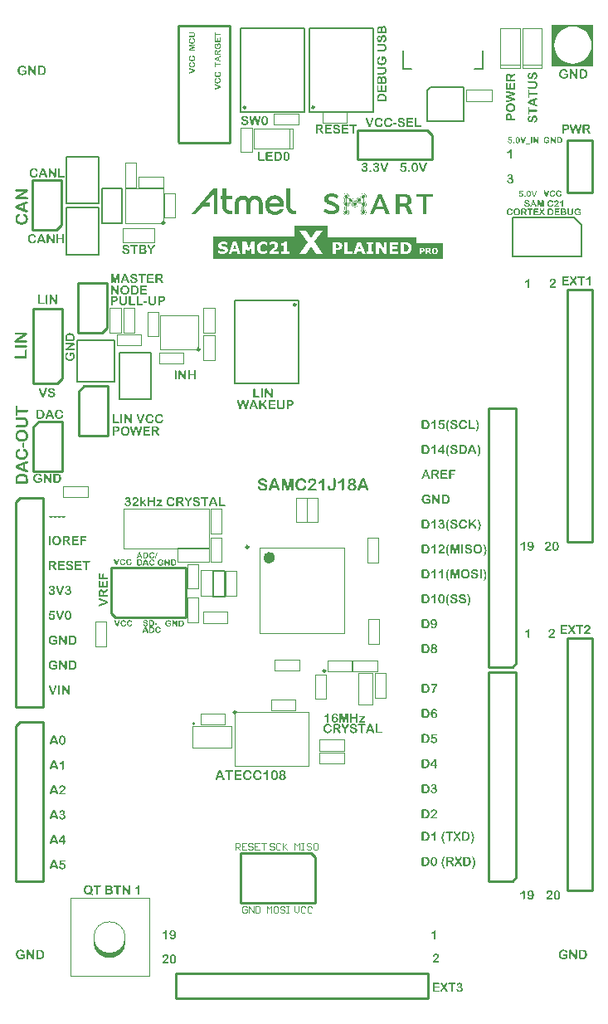
<source format=gto>
G04 Layer_Color=65535*
%FSLAX43Y43*%
%MOMM*%
G71*
G01*
G75*
%ADD44C,0.200*%
%ADD46C,0.150*%
%ADD49C,0.250*%
%ADD106C,0.254*%
%ADD107C,0.600*%
%ADD108C,0.100*%
%ADD109C,0.112*%
G36*
X-6344Y-6021D02*
X-6332D01*
X-6319Y-6022D01*
X-6290Y-6025D01*
X-6260Y-6029D01*
X-6229Y-6034D01*
X-6200Y-6041D01*
X-6199D01*
X-6196Y-6042D01*
X-6192Y-6044D01*
X-6187Y-6045D01*
X-6174Y-6051D01*
X-6157Y-6059D01*
X-6137Y-6070D01*
X-6116Y-6084D01*
X-6094Y-6101D01*
X-6072Y-6121D01*
X-6070Y-6124D01*
X-6065Y-6130D01*
X-6056Y-6141D01*
X-6046Y-6155D01*
X-6036Y-6172D01*
X-6025Y-6192D01*
X-6014Y-6215D01*
X-6005Y-6240D01*
Y-6241D01*
X-6004Y-6242D01*
X-6003Y-6246D01*
X-6001Y-6251D01*
X-6000Y-6257D01*
X-5999Y-6266D01*
X-5995Y-6284D01*
X-5990Y-6307D01*
X-5988Y-6333D01*
X-5985Y-6364D01*
X-5984Y-6396D01*
Y-6397D01*
Y-6401D01*
Y-6406D01*
Y-6413D01*
X-5985Y-6423D01*
Y-6433D01*
X-5986Y-6446D01*
Y-6460D01*
X-5989Y-6488D01*
X-5994Y-6520D01*
X-5999Y-6551D01*
X-6006Y-6581D01*
Y-6582D01*
X-6008Y-6585D01*
X-6009Y-6588D01*
X-6010Y-6593D01*
X-6016Y-6607D01*
X-6024Y-6625D01*
X-6034Y-6645D01*
X-6046Y-6666D01*
X-6060Y-6686D01*
X-6077Y-6706D01*
X-6080Y-6708D01*
X-6086Y-6713D01*
X-6097Y-6722D01*
X-6111Y-6733D01*
X-6129Y-6745D01*
X-6150Y-6756D01*
X-6175Y-6767D01*
X-6201Y-6777D01*
X-6202D01*
X-6205Y-6778D01*
X-6209Y-6780D01*
X-6215Y-6781D01*
X-6222Y-6782D01*
X-6231Y-6785D01*
X-6241Y-6786D01*
X-6252Y-6788D01*
X-6279Y-6792D01*
X-6310Y-6796D01*
X-6345Y-6798D01*
X-6382Y-6800D01*
X-6839D01*
X-6849Y-6798D01*
X-6861Y-6796D01*
X-6875Y-6793D01*
X-6890Y-6790D01*
X-6902Y-6783D01*
X-6915Y-6775D01*
X-6916Y-6773D01*
X-6920Y-6770D01*
X-6924Y-6765D01*
X-6930Y-6757D01*
X-6935Y-6747D01*
X-6939Y-6736D01*
X-6942Y-6722D01*
X-6944Y-6707D01*
Y-6705D01*
Y-6700D01*
X-6942Y-6692D01*
X-6940Y-6682D01*
X-6936Y-6671D01*
X-6931Y-6660D01*
X-6925Y-6648D01*
X-6915Y-6638D01*
X-6914Y-6637D01*
X-6910Y-6635D01*
X-6902Y-6630D01*
X-6894Y-6625D01*
X-6881Y-6621D01*
X-6866Y-6616D01*
X-6849Y-6613D01*
X-6829Y-6612D01*
X-6360D01*
X-6345Y-6611D01*
X-6326Y-6610D01*
X-6306Y-6608D01*
X-6284Y-6605D01*
X-6262Y-6601D01*
X-6241Y-6596D01*
X-6239Y-6595D01*
X-6232Y-6592D01*
X-6224Y-6588D01*
X-6212Y-6582D01*
X-6199Y-6573D01*
X-6186Y-6562D01*
X-6172Y-6550D01*
X-6161Y-6535D01*
X-6160Y-6532D01*
X-6156Y-6526D01*
X-6152Y-6516D01*
X-6147Y-6502D01*
X-6141Y-6485D01*
X-6137Y-6463D01*
X-6134Y-6438D01*
X-6132Y-6410D01*
Y-6408D01*
Y-6405D01*
Y-6400D01*
X-6134Y-6392D01*
Y-6382D01*
X-6135Y-6372D01*
X-6140Y-6348D01*
X-6146Y-6324D01*
X-6156Y-6297D01*
X-6171Y-6274D01*
X-6180Y-6262D01*
X-6190Y-6254D01*
X-6191D01*
X-6192Y-6251D01*
X-6196Y-6250D01*
X-6201Y-6246D01*
X-6207Y-6242D01*
X-6215Y-6239D01*
X-6224Y-6235D01*
X-6235Y-6230D01*
X-6246Y-6226D01*
X-6260Y-6222D01*
X-6274Y-6219D01*
X-6290Y-6215D01*
X-6307Y-6211D01*
X-6326Y-6210D01*
X-6347Y-6207D01*
X-6839D01*
X-6849Y-6206D01*
X-6861Y-6204D01*
X-6875Y-6201D01*
X-6890Y-6197D01*
X-6902Y-6191D01*
X-6915Y-6182D01*
X-6916Y-6181D01*
X-6920Y-6177D01*
X-6924Y-6172D01*
X-6930Y-6165D01*
X-6935Y-6155D01*
X-6939Y-6144D01*
X-6942Y-6130D01*
X-6944Y-6115D01*
Y-6112D01*
Y-6107D01*
X-6942Y-6100D01*
X-6940Y-6090D01*
X-6936Y-6080D01*
X-6931Y-6067D01*
X-6925Y-6056D01*
X-6915Y-6046D01*
X-6914Y-6045D01*
X-6910Y-6042D01*
X-6902Y-6037D01*
X-6894Y-6032D01*
X-6881Y-6029D01*
X-6866Y-6024D01*
X-6849Y-6021D01*
X-6829Y-6020D01*
X-6355D01*
X-6344Y-6021D01*
D02*
G37*
G36*
X-6836Y-6913D02*
X-6829Y-6915D01*
X-6820Y-6918D01*
X-6810Y-6922D01*
X-6801Y-6928D01*
X-6792Y-6937D01*
X-6791Y-6938D01*
X-6790Y-6942D01*
X-6786Y-6947D01*
X-6782Y-6955D01*
X-6779Y-6965D01*
X-6776Y-6977D01*
X-6774Y-6992D01*
X-6772Y-7008D01*
Y-7213D01*
X-6087D01*
X-6077Y-7215D01*
X-6065Y-7217D01*
X-6051Y-7220D01*
X-6037Y-7225D01*
X-6024Y-7231D01*
X-6011Y-7240D01*
X-6010Y-7241D01*
X-6008Y-7245D01*
X-6003Y-7250D01*
X-5997Y-7258D01*
X-5992Y-7267D01*
X-5988Y-7280D01*
X-5985Y-7292D01*
X-5984Y-7307D01*
Y-7308D01*
Y-7313D01*
X-5985Y-7322D01*
X-5988Y-7331D01*
X-5990Y-7342D01*
X-5995Y-7353D01*
X-6003Y-7364D01*
X-6011Y-7374D01*
X-6012Y-7376D01*
X-6016Y-7378D01*
X-6024Y-7383D01*
X-6032Y-7387D01*
X-6045Y-7392D01*
X-6060Y-7397D01*
X-6077Y-7399D01*
X-6097Y-7401D01*
X-6772D01*
Y-7607D01*
Y-7609D01*
Y-7614D01*
X-6774Y-7623D01*
X-6775Y-7633D01*
X-6777Y-7646D01*
X-6781Y-7657D01*
X-6786Y-7668D01*
X-6792Y-7678D01*
X-6794Y-7679D01*
X-6796Y-7682D01*
X-6801Y-7686D01*
X-6807Y-7689D01*
X-6815Y-7694D01*
X-6825Y-7698D01*
X-6836Y-7701D01*
X-6849Y-7702D01*
X-6855D01*
X-6861Y-7701D01*
X-6870Y-7699D01*
X-6879Y-7696D01*
X-6889Y-7692D01*
X-6897Y-7686D01*
X-6906Y-7678D01*
X-6907Y-7677D01*
X-6910Y-7673D01*
X-6912Y-7668D01*
X-6917Y-7659D01*
X-6921Y-7649D01*
X-6924Y-7637D01*
X-6926Y-7623D01*
X-6927Y-7607D01*
Y-7008D01*
Y-7006D01*
Y-7001D01*
X-6926Y-6992D01*
X-6925Y-6981D01*
X-6922Y-6970D01*
X-6917Y-6957D01*
X-6912Y-6946D01*
X-6905Y-6936D01*
X-6904Y-6935D01*
X-6901Y-6932D01*
X-6896Y-6928D01*
X-6890Y-6923D01*
X-6882Y-6920D01*
X-6872Y-6916D01*
X-6861Y-6913D01*
X-6849Y-6912D01*
X-6842D01*
X-6836Y-6913D01*
D02*
G37*
G36*
X-6057Y-7751D02*
X-6050Y-7753D01*
X-6041Y-7756D01*
X-6031Y-7761D01*
X-6020Y-7768D01*
X-6010Y-7777D01*
X-6009Y-7778D01*
X-6006Y-7782D01*
X-6001Y-7787D01*
X-5997Y-7794D01*
X-5992Y-7804D01*
X-5988Y-7816D01*
X-5985Y-7828D01*
X-5984Y-7842D01*
Y-7843D01*
Y-7846D01*
Y-7849D01*
X-5985Y-7856D01*
X-5988Y-7868D01*
X-5992Y-7881D01*
Y-7882D01*
X-5994Y-7883D01*
X-5997Y-7889D01*
X-6004Y-7898D01*
X-6012Y-7907D01*
X-6014D01*
X-6015Y-7908D01*
X-6019Y-7911D01*
X-6022Y-7913D01*
X-6029Y-7917D01*
X-6036Y-7921D01*
X-6044Y-7924D01*
X-6054Y-7929D01*
X-6055D01*
X-6059Y-7932D01*
X-6064Y-7934D01*
X-6071Y-7937D01*
X-6087Y-7943D01*
X-6104Y-7951D01*
X-6221Y-7994D01*
Y-8372D01*
X-6101Y-8415D01*
X-6100D01*
X-6099Y-8417D01*
X-6095Y-8418D01*
X-6090Y-8419D01*
X-6079Y-8424D01*
X-6064Y-8430D01*
X-6049Y-8438D01*
X-6032Y-8445D01*
X-6019Y-8453D01*
X-6008Y-8460D01*
X-6006Y-8462D01*
X-6004Y-8464D01*
X-6000Y-8468D01*
X-5996Y-8474D01*
X-5991Y-8483D01*
X-5988Y-8493D01*
X-5985Y-8505D01*
X-5984Y-8520D01*
Y-8522D01*
Y-8527D01*
X-5985Y-8533D01*
X-5988Y-8542D01*
X-5990Y-8550D01*
X-5994Y-8562D01*
X-6000Y-8573D01*
X-6009Y-8583D01*
X-6010Y-8584D01*
X-6014Y-8587D01*
X-6019Y-8592D01*
X-6026Y-8595D01*
X-6035Y-8600D01*
X-6045Y-8605D01*
X-6056Y-8608D01*
X-6067Y-8609D01*
X-6075D01*
X-6080Y-8608D01*
X-6092Y-8607D01*
X-6107Y-8603D01*
X-6109D01*
X-6111Y-8602D01*
X-6116Y-8600D01*
X-6122Y-8598D01*
X-6130Y-8595D01*
X-6140Y-8592D01*
X-6151Y-8588D01*
X-6164Y-8583D01*
X-6766Y-8345D01*
X-6767D01*
X-6771Y-8344D01*
X-6776Y-8342D01*
X-6784Y-8339D01*
X-6792Y-8335D01*
X-6804Y-8332D01*
X-6816Y-8327D01*
X-6829Y-8322D01*
X-6830Y-8320D01*
X-6835Y-8319D01*
X-6841Y-8316D01*
X-6850Y-8312D01*
X-6870Y-8302D01*
X-6889Y-8290D01*
X-6890Y-8289D01*
X-6892Y-8288D01*
X-6897Y-8284D01*
X-6904Y-8279D01*
X-6916Y-8266D01*
X-6929Y-8248D01*
X-6930Y-8247D01*
X-6931Y-8243D01*
X-6934Y-8238D01*
X-6936Y-8231D01*
X-6939Y-8221D01*
X-6941Y-8211D01*
X-6944Y-8198D01*
Y-8184D01*
Y-8183D01*
Y-8178D01*
X-6942Y-8171D01*
Y-8161D01*
X-6937Y-8139D01*
X-6934Y-8128D01*
X-6929Y-8118D01*
X-6927Y-8117D01*
X-6926Y-8113D01*
X-6922Y-8109D01*
X-6919Y-8103D01*
X-6906Y-8089D01*
X-6890Y-8076D01*
X-6889Y-8074D01*
X-6886Y-8073D01*
X-6881Y-8069D01*
X-6875Y-8066D01*
X-6867Y-8062D01*
X-6859Y-8058D01*
X-6839Y-8049D01*
X-6837D01*
X-6834Y-8047D01*
X-6827Y-8044D01*
X-6820Y-8042D01*
X-6810Y-8037D01*
X-6797Y-8032D01*
X-6784Y-8027D01*
X-6767Y-8021D01*
X-6169Y-7778D01*
X-6167D01*
X-6166Y-7777D01*
X-6162Y-7776D01*
X-6157Y-7773D01*
X-6145Y-7769D01*
X-6130Y-7763D01*
X-6114Y-7758D01*
X-6097Y-7754D01*
X-6082Y-7751D01*
X-6069Y-7749D01*
X-6064D01*
X-6057Y-7751D01*
D02*
G37*
G36*
X-6264Y-5113D02*
X-6256D01*
X-6247Y-5114D01*
X-6226Y-5116D01*
X-6202Y-5123D01*
X-6177Y-5130D01*
X-6151Y-5140D01*
X-6125Y-5155D01*
X-6124D01*
X-6122Y-5158D01*
X-6119Y-5160D01*
X-6114Y-5163D01*
X-6102Y-5174D01*
X-6087Y-5188D01*
X-6070Y-5205D01*
X-6054Y-5228D01*
X-6036Y-5253D01*
X-6021Y-5283D01*
Y-5284D01*
X-6020Y-5286D01*
X-6017Y-5291D01*
X-6015Y-5298D01*
X-6012Y-5305D01*
X-6010Y-5315D01*
X-6006Y-5326D01*
X-6003Y-5339D01*
X-5999Y-5352D01*
X-5996Y-5367D01*
X-5990Y-5401D01*
X-5985Y-5439D01*
X-5984Y-5480D01*
Y-5481D01*
Y-5486D01*
Y-5494D01*
X-5985Y-5502D01*
Y-5515D01*
X-5986Y-5529D01*
X-5988Y-5544D01*
X-5990Y-5560D01*
X-5996Y-5596D01*
X-6005Y-5634D01*
X-6017Y-5671D01*
X-6035Y-5707D01*
Y-5709D01*
X-6036Y-5710D01*
X-6041Y-5717D01*
X-6050Y-5729D01*
X-6061Y-5744D01*
X-6076Y-5760D01*
X-6092Y-5777D01*
X-6112Y-5794D01*
X-6134Y-5810D01*
X-6135D01*
X-6136Y-5811D01*
X-6140Y-5814D01*
X-6145Y-5816D01*
X-6156Y-5822D01*
X-6172Y-5830D01*
X-6191Y-5837D01*
X-6211Y-5844D01*
X-6234Y-5849D01*
X-6256Y-5850D01*
X-6262D01*
X-6269Y-5849D01*
X-6276Y-5847D01*
X-6285Y-5844D01*
X-6295Y-5840D01*
X-6305Y-5834D01*
X-6314Y-5826D01*
X-6315Y-5825D01*
X-6317Y-5822D01*
X-6321Y-5816D01*
X-6326Y-5810D01*
X-6331Y-5801D01*
X-6335Y-5790D01*
X-6337Y-5779D01*
X-6339Y-5765D01*
Y-5764D01*
Y-5760D01*
X-6337Y-5755D01*
X-6336Y-5747D01*
X-6334Y-5740D01*
X-6330Y-5732D01*
X-6325Y-5724D01*
X-6319Y-5716D01*
X-6317Y-5715D01*
X-6315Y-5712D01*
X-6311Y-5709D01*
X-6305Y-5704D01*
X-6297Y-5697D01*
X-6287Y-5692D01*
X-6276Y-5686D01*
X-6264Y-5680D01*
X-6261Y-5679D01*
X-6256Y-5677D01*
X-6247Y-5674D01*
X-6237Y-5669D01*
X-6226Y-5662D01*
X-6214Y-5656D01*
X-6201Y-5650D01*
X-6189Y-5642D01*
X-6187Y-5641D01*
X-6184Y-5639D01*
X-6179Y-5634D01*
X-6171Y-5627D01*
X-6164Y-5619D01*
X-6155Y-5609D01*
X-6147Y-5597D01*
X-6140Y-5584D01*
X-6139Y-5582D01*
X-6137Y-5577D01*
X-6134Y-5569D01*
X-6131Y-5557D01*
X-6127Y-5542D01*
X-6124Y-5526D01*
X-6122Y-5506D01*
X-6121Y-5485D01*
Y-5484D01*
Y-5481D01*
Y-5477D01*
X-6122Y-5471D01*
Y-5464D01*
X-6124Y-5456D01*
X-6126Y-5436D01*
X-6131Y-5415D01*
X-6137Y-5392D01*
X-6147Y-5370D01*
X-6160Y-5349D01*
X-6161Y-5346D01*
X-6167Y-5340D01*
X-6175Y-5333D01*
X-6186Y-5323D01*
X-6200Y-5313D01*
X-6217Y-5305D01*
X-6236Y-5299D01*
X-6256Y-5296D01*
X-6264D01*
X-6272Y-5298D01*
X-6282Y-5300D01*
X-6295Y-5304D01*
X-6307Y-5309D01*
X-6320Y-5315D01*
X-6331Y-5325D01*
X-6332Y-5326D01*
X-6336Y-5330D01*
X-6341Y-5336D01*
X-6349Y-5345D01*
X-6355Y-5355D01*
X-6362Y-5369D01*
X-6370Y-5383D01*
X-6376Y-5399D01*
X-6377Y-5401D01*
X-6379Y-5406D01*
X-6382Y-5416D01*
X-6386Y-5430D01*
X-6391Y-5447D01*
X-6396Y-5467D01*
X-6402Y-5491D01*
X-6409Y-5517D01*
Y-5519D01*
X-6410Y-5522D01*
X-6411Y-5527D01*
X-6412Y-5534D01*
X-6415Y-5542D01*
X-6417Y-5552D01*
X-6424Y-5576D01*
X-6431Y-5602D01*
X-6441Y-5630D01*
X-6451Y-5659D01*
X-6462Y-5685D01*
Y-5686D01*
X-6464Y-5687D01*
X-6466Y-5691D01*
X-6469Y-5696D01*
X-6476Y-5709D01*
X-6485Y-5724D01*
X-6497Y-5741D01*
X-6512Y-5759D01*
X-6530Y-5776D01*
X-6549Y-5792D01*
X-6550D01*
X-6551Y-5794D01*
X-6559Y-5799D01*
X-6570Y-5805D01*
X-6586Y-5811D01*
X-6605Y-5819D01*
X-6629Y-5825D01*
X-6655Y-5830D01*
X-6684Y-5831D01*
X-6691D01*
X-6696Y-5830D01*
X-6711Y-5829D01*
X-6729Y-5826D01*
X-6750Y-5821D01*
X-6772Y-5814D01*
X-6796Y-5804D01*
X-6819Y-5790D01*
X-6820D01*
X-6821Y-5787D01*
X-6829Y-5782D01*
X-6840Y-5772D01*
X-6852Y-5760D01*
X-6867Y-5742D01*
X-6884Y-5722D01*
X-6897Y-5697D01*
X-6911Y-5670D01*
Y-5669D01*
X-6912Y-5666D01*
X-6914Y-5661D01*
X-6916Y-5656D01*
X-6919Y-5649D01*
X-6921Y-5639D01*
X-6925Y-5629D01*
X-6927Y-5616D01*
X-6930Y-5604D01*
X-6934Y-5589D01*
X-6939Y-5557D01*
X-6942Y-5521D01*
X-6944Y-5482D01*
Y-5481D01*
Y-5479D01*
Y-5474D01*
Y-5469D01*
Y-5461D01*
X-6942Y-5452D01*
X-6941Y-5432D01*
X-6939Y-5409D01*
X-6935Y-5384D01*
X-6930Y-5359D01*
X-6922Y-5335D01*
Y-5334D01*
X-6921Y-5333D01*
X-6919Y-5325D01*
X-6914Y-5313D01*
X-6907Y-5299D01*
X-6899Y-5283D01*
X-6889Y-5265D01*
X-6877Y-5248D01*
X-6865Y-5231D01*
X-6864Y-5230D01*
X-6859Y-5225D01*
X-6852Y-5218D01*
X-6842Y-5209D01*
X-6831Y-5199D01*
X-6819Y-5189D01*
X-6805Y-5179D01*
X-6791Y-5171D01*
X-6790Y-5170D01*
X-6785Y-5169D01*
X-6777Y-5165D01*
X-6767Y-5161D01*
X-6756Y-5159D01*
X-6744Y-5155D01*
X-6730Y-5154D01*
X-6716Y-5153D01*
X-6710D01*
X-6704Y-5154D01*
X-6696Y-5155D01*
X-6686Y-5159D01*
X-6676Y-5163D01*
X-6665Y-5169D01*
X-6655Y-5176D01*
X-6654Y-5178D01*
X-6651Y-5180D01*
X-6646Y-5185D01*
X-6642Y-5193D01*
X-6637Y-5201D01*
X-6632Y-5211D01*
X-6630Y-5223D01*
X-6629Y-5235D01*
Y-5236D01*
Y-5240D01*
X-6630Y-5246D01*
X-6631Y-5254D01*
X-6636Y-5270D01*
X-6640Y-5278D01*
X-6645Y-5285D01*
X-6646Y-5286D01*
X-6649Y-5288D01*
X-6652Y-5291D01*
X-6657Y-5295D01*
X-6665Y-5301D01*
X-6675Y-5306D01*
X-6686Y-5313D01*
X-6699Y-5320D01*
X-6701Y-5321D01*
X-6707Y-5325D01*
X-6716Y-5330D01*
X-6729Y-5338D01*
X-6741Y-5346D01*
X-6755Y-5356D01*
X-6767Y-5369D01*
X-6780Y-5381D01*
X-6781Y-5383D01*
X-6785Y-5387D01*
X-6790Y-5396D01*
X-6795Y-5409D01*
X-6800Y-5424D01*
X-6805Y-5444D01*
X-6809Y-5467D01*
X-6810Y-5495D01*
Y-5496D01*
Y-5499D01*
Y-5502D01*
Y-5507D01*
X-6809Y-5521D01*
X-6806Y-5537D01*
X-6802Y-5556D01*
X-6796Y-5576D01*
X-6789Y-5596D01*
X-6777Y-5614D01*
X-6776Y-5615D01*
X-6771Y-5620D01*
X-6765Y-5627D01*
X-6756Y-5635D01*
X-6744Y-5644D01*
X-6731Y-5650D01*
X-6716Y-5655D01*
X-6700Y-5657D01*
X-6695D01*
X-6690Y-5656D01*
X-6684Y-5655D01*
X-6669Y-5651D01*
X-6660Y-5647D01*
X-6652Y-5642D01*
X-6651Y-5641D01*
X-6649Y-5640D01*
X-6645Y-5636D01*
X-6641Y-5631D01*
X-6629Y-5619D01*
X-6617Y-5601D01*
Y-5600D01*
X-6615Y-5596D01*
X-6612Y-5591D01*
X-6609Y-5584D01*
X-6601Y-5567D01*
X-6594Y-5547D01*
Y-5546D01*
X-6592Y-5542D01*
X-6590Y-5535D01*
X-6587Y-5526D01*
X-6585Y-5512D01*
X-6580Y-5497D01*
X-6576Y-5479D01*
X-6570Y-5456D01*
Y-5455D01*
X-6569Y-5452D01*
Y-5449D01*
X-6567Y-5442D01*
X-6565Y-5436D01*
X-6564Y-5429D01*
X-6559Y-5410D01*
X-6552Y-5387D01*
X-6546Y-5364D01*
X-6539Y-5339D01*
X-6530Y-5315D01*
Y-5314D01*
X-6529Y-5313D01*
X-6527Y-5309D01*
X-6526Y-5304D01*
X-6521Y-5293D01*
X-6515Y-5278D01*
X-6507Y-5260D01*
X-6497Y-5243D01*
X-6487Y-5224D01*
X-6476Y-5206D01*
X-6475Y-5204D01*
X-6471Y-5199D01*
X-6464Y-5191D01*
X-6455Y-5180D01*
X-6442Y-5169D01*
X-6429Y-5158D01*
X-6414Y-5146D01*
X-6396Y-5136D01*
X-6394Y-5135D01*
X-6387Y-5133D01*
X-6377Y-5129D01*
X-6364Y-5124D01*
X-6346Y-5119D01*
X-6326Y-5115D01*
X-6302Y-5113D01*
X-6277Y-5111D01*
X-6269D01*
X-6264Y-5113D01*
D02*
G37*
G36*
X-3236Y-4792D02*
X-3225D01*
X-3203Y-4794D01*
X-3177Y-4798D01*
X-3149Y-4801D01*
X-3120Y-4808D01*
X-3092Y-4817D01*
X-3091D01*
X-3088Y-4818D01*
X-3085Y-4819D01*
X-3079Y-4822D01*
X-3067Y-4827D01*
X-3049Y-4834D01*
X-3031Y-4843D01*
X-3011Y-4855D01*
X-2991Y-4867D01*
X-2973Y-4881D01*
X-2970Y-4883D01*
X-2965Y-4888D01*
X-2958Y-4895D01*
X-2947Y-4905D01*
X-2936Y-4918D01*
X-2924Y-4932D01*
X-2913Y-4946D01*
X-2904Y-4963D01*
X-2903Y-4964D01*
X-2900Y-4970D01*
X-2897Y-4978D01*
X-2891Y-4988D01*
X-2888Y-5001D01*
X-2884Y-5013D01*
X-2881Y-5026D01*
X-2880Y-5039D01*
Y-5040D01*
Y-5045D01*
X-2881Y-5051D01*
X-2884Y-5060D01*
X-2886Y-5071D01*
X-2891Y-5081D01*
X-2898Y-5091D01*
X-2907Y-5101D01*
X-2908Y-5102D01*
X-2912Y-5105D01*
X-2917Y-5109D01*
X-2924Y-5114D01*
X-2935Y-5119D01*
X-2945Y-5123D01*
X-2958Y-5125D01*
X-2971Y-5126D01*
X-2979D01*
X-2984Y-5125D01*
X-2997Y-5123D01*
X-3011Y-5118D01*
X-3012D01*
X-3013Y-5115D01*
X-3022Y-5110D01*
X-3032Y-5101D01*
X-3043Y-5090D01*
Y-5088D01*
X-3044Y-5087D01*
X-3049Y-5081D01*
X-3055Y-5071D01*
X-3063Y-5058D01*
X-3073Y-5045D01*
X-3083Y-5031D01*
X-3092Y-5017D01*
X-3102Y-5006D01*
X-3104Y-5005D01*
X-3106Y-5001D01*
X-3112Y-4996D01*
X-3120Y-4989D01*
X-3129Y-4982D01*
X-3140Y-4974D01*
X-3153Y-4966D01*
X-3168Y-4959D01*
X-3170Y-4958D01*
X-3176Y-4955D01*
X-3185Y-4952D01*
X-3198Y-4949D01*
X-3213Y-4945D01*
X-3231Y-4941D01*
X-3251Y-4940D01*
X-3274Y-4938D01*
X-3285D01*
X-3298Y-4940D01*
X-3313Y-4941D01*
X-3332Y-4944D01*
X-3351Y-4949D01*
X-3372Y-4954D01*
X-3392Y-4961D01*
X-3394Y-4963D01*
X-3401Y-4965D01*
X-3411Y-4971D01*
X-3422Y-4978D01*
X-3436Y-4988D01*
X-3452Y-4999D01*
X-3467Y-5013D01*
X-3482Y-5029D01*
X-3483Y-5031D01*
X-3488Y-5036D01*
X-3495Y-5045D01*
X-3502Y-5058D01*
X-3511Y-5073D01*
X-3521Y-5092D01*
X-3530Y-5112D01*
X-3538Y-5135D01*
Y-5137D01*
X-3539Y-5138D01*
Y-5142D01*
X-3540Y-5147D01*
X-3544Y-5159D01*
X-3547Y-5176D01*
X-3551Y-5196D01*
X-3554Y-5220D01*
X-3556Y-5247D01*
X-3557Y-5275D01*
Y-5276D01*
Y-5283D01*
Y-5292D01*
X-3556Y-5303D01*
X-3554Y-5316D01*
X-3553Y-5332D01*
X-3551Y-5350D01*
X-3548Y-5369D01*
X-3539Y-5411D01*
X-3533Y-5431D01*
X-3525Y-5453D01*
X-3516Y-5473D01*
X-3506Y-5493D01*
X-3495Y-5513D01*
X-3482Y-5530D01*
X-3481Y-5532D01*
X-3478Y-5534D01*
X-3474Y-5538D01*
X-3468Y-5544D01*
X-3460Y-5551D01*
X-3450Y-5558D01*
X-3440Y-5566D01*
X-3426Y-5575D01*
X-3412Y-5582D01*
X-3397Y-5591D01*
X-3379Y-5599D01*
X-3360Y-5605D01*
X-3340Y-5612D01*
X-3317Y-5615D01*
X-3294Y-5618D01*
X-3269Y-5619D01*
X-3257D01*
X-3245Y-5618D01*
X-3228Y-5617D01*
X-3209Y-5615D01*
X-3189Y-5612D01*
X-3167Y-5608D01*
X-3145Y-5603D01*
X-3144D01*
X-3143Y-5601D01*
X-3135Y-5599D01*
X-3124Y-5595D01*
X-3109Y-5590D01*
X-3091Y-5582D01*
X-3071Y-5575D01*
X-3049Y-5565D01*
X-3026Y-5553D01*
Y-5398D01*
X-3184D01*
X-3192Y-5397D01*
X-3205Y-5396D01*
X-3218Y-5394D01*
X-3232Y-5392D01*
X-3245Y-5388D01*
X-3256Y-5383D01*
X-3257Y-5382D01*
X-3260Y-5379D01*
X-3265Y-5375D01*
X-3269Y-5370D01*
X-3274Y-5363D01*
X-3279Y-5352D01*
X-3281Y-5341D01*
X-3283Y-5328D01*
Y-5327D01*
Y-5323D01*
X-3281Y-5317D01*
X-3280Y-5309D01*
X-3278Y-5302D01*
X-3272Y-5293D01*
X-3267Y-5284D01*
X-3260Y-5276D01*
X-3259Y-5275D01*
X-3256Y-5272D01*
X-3251Y-5270D01*
X-3243Y-5265D01*
X-3234Y-5261D01*
X-3224Y-5259D01*
X-3212Y-5256D01*
X-3198Y-5255D01*
X-2966D01*
X-2958Y-5256D01*
X-2946D01*
X-2936Y-5257D01*
X-2913Y-5262D01*
X-2912D01*
X-2908Y-5264D01*
X-2903Y-5266D01*
X-2897Y-5269D01*
X-2890Y-5274D01*
X-2883Y-5279D01*
X-2875Y-5285D01*
X-2869Y-5294D01*
X-2867Y-5295D01*
X-2866Y-5299D01*
X-2864Y-5304D01*
X-2860Y-5312D01*
X-2856Y-5322D01*
X-2853Y-5335D01*
X-2852Y-5350D01*
X-2851Y-5368D01*
Y-5548D01*
Y-5549D01*
Y-5554D01*
Y-5561D01*
X-2852Y-5570D01*
X-2853Y-5589D01*
X-2856Y-5598D01*
X-2858Y-5606D01*
Y-5608D01*
X-2860Y-5610D01*
X-2862Y-5614D01*
X-2865Y-5619D01*
X-2872Y-5632D01*
X-2885Y-5646D01*
X-2886Y-5647D01*
X-2889Y-5648D01*
X-2893Y-5652D01*
X-2898Y-5656D01*
X-2905Y-5661D01*
X-2913Y-5666D01*
X-2933Y-5679D01*
X-2935D01*
X-2937Y-5681D01*
X-2942Y-5683D01*
X-2947Y-5687D01*
X-2955Y-5690D01*
X-2964Y-5694D01*
X-2985Y-5704D01*
X-3011Y-5716D01*
X-3039Y-5727D01*
X-3068Y-5737D01*
X-3098Y-5746D01*
X-3100D01*
X-3102Y-5747D01*
X-3106D01*
X-3112Y-5749D01*
X-3120Y-5751D01*
X-3128Y-5753D01*
X-3138Y-5754D01*
X-3149Y-5756D01*
X-3175Y-5760D01*
X-3204Y-5763D01*
X-3236Y-5765D01*
X-3270Y-5767D01*
X-3288D01*
X-3298Y-5765D01*
X-3309D01*
X-3322Y-5764D01*
X-3336Y-5763D01*
X-3366Y-5759D01*
X-3399Y-5753D01*
X-3434Y-5745D01*
X-3468Y-5733D01*
X-3469D01*
X-3472Y-5732D01*
X-3477Y-5730D01*
X-3483Y-5727D01*
X-3491Y-5723D01*
X-3500Y-5720D01*
X-3520Y-5709D01*
X-3544Y-5695D01*
X-3570Y-5679D01*
X-3595Y-5660D01*
X-3620Y-5637D01*
X-3622Y-5636D01*
X-3623Y-5634D01*
X-3627Y-5631D01*
X-3631Y-5626D01*
X-3636Y-5619D01*
X-3642Y-5612D01*
X-3656Y-5594D01*
X-3671Y-5571D01*
X-3688Y-5546D01*
X-3703Y-5516D01*
X-3717Y-5483D01*
Y-5482D01*
X-3718Y-5479D01*
X-3720Y-5474D01*
X-3722Y-5467D01*
X-3725Y-5459D01*
X-3727Y-5448D01*
X-3731Y-5436D01*
X-3733Y-5424D01*
X-3736Y-5408D01*
X-3740Y-5393D01*
X-3745Y-5359D01*
X-3749Y-5319D01*
X-3750Y-5279D01*
Y-5278D01*
Y-5274D01*
Y-5269D01*
Y-5260D01*
X-3749Y-5251D01*
Y-5239D01*
X-3747Y-5227D01*
X-3746Y-5213D01*
X-3742Y-5182D01*
X-3736Y-5148D01*
X-3728Y-5112D01*
X-3718Y-5078D01*
Y-5077D01*
X-3717Y-5074D01*
X-3714Y-5069D01*
X-3712Y-5063D01*
X-3708Y-5055D01*
X-3704Y-5046D01*
X-3694Y-5025D01*
X-3680Y-5001D01*
X-3664Y-4974D01*
X-3645Y-4949D01*
X-3622Y-4923D01*
X-3620Y-4922D01*
X-3619Y-4921D01*
X-3615Y-4917D01*
X-3610Y-4913D01*
X-3604Y-4908D01*
X-3596Y-4902D01*
X-3579Y-4888D01*
X-3556Y-4871D01*
X-3529Y-4855D01*
X-3500Y-4839D01*
X-3467Y-4825D01*
X-3466D01*
X-3463Y-4824D01*
X-3458Y-4822D01*
X-3450Y-4820D01*
X-3441Y-4818D01*
X-3431Y-4814D01*
X-3420Y-4811D01*
X-3407Y-4808D01*
X-3392Y-4805D01*
X-3377Y-4803D01*
X-3341Y-4796D01*
X-3302Y-4792D01*
X-3260Y-4791D01*
X-3243D01*
X-3236Y-4792D01*
D02*
G37*
G36*
X-1953D02*
X-1944Y-4795D01*
X-1933Y-4798D01*
X-1922Y-4803D01*
X-1912Y-4810D01*
X-1902Y-4819D01*
X-1901Y-4820D01*
X-1898Y-4824D01*
X-1895Y-4831D01*
X-1889Y-4839D01*
X-1886Y-4852D01*
X-1882Y-4866D01*
X-1879Y-4883D01*
X-1878Y-4902D01*
Y-5643D01*
Y-5645D01*
Y-5648D01*
X-1879Y-5655D01*
Y-5662D01*
X-1881Y-5671D01*
X-1883Y-5683D01*
X-1891Y-5704D01*
X-1896Y-5717D01*
X-1903Y-5727D01*
X-1911Y-5737D01*
X-1921Y-5747D01*
X-1933Y-5755D01*
X-1947Y-5761D01*
X-1963Y-5765D01*
X-1981Y-5767D01*
X-1990D01*
X-1996Y-5765D01*
X-2011Y-5763D01*
X-2028Y-5759D01*
X-2029D01*
X-2032Y-5758D01*
X-2036Y-5755D01*
X-2041Y-5753D01*
X-2052Y-5746D01*
X-2066Y-5736D01*
X-2067Y-5735D01*
X-2069Y-5733D01*
X-2077Y-5726D01*
X-2088Y-5714D01*
X-2100Y-5699D01*
X-2102Y-5698D01*
X-2103Y-5695D01*
X-2105Y-5692D01*
X-2109Y-5685D01*
X-2119Y-5671D01*
X-2131Y-5655D01*
X-2488Y-5105D01*
Y-5657D01*
Y-5660D01*
Y-5666D01*
X-2489Y-5676D01*
X-2490Y-5688D01*
X-2494Y-5702D01*
X-2498Y-5716D01*
X-2504Y-5728D01*
X-2513Y-5740D01*
X-2514Y-5741D01*
X-2518Y-5744D01*
X-2523Y-5749D01*
X-2531Y-5753D01*
X-2540Y-5758D01*
X-2551Y-5763D01*
X-2564Y-5765D01*
X-2578Y-5767D01*
X-2584D01*
X-2592Y-5765D01*
X-2601Y-5763D01*
X-2611Y-5760D01*
X-2622Y-5755D01*
X-2632Y-5747D01*
X-2643Y-5739D01*
X-2644Y-5737D01*
X-2646Y-5733D01*
X-2650Y-5727D01*
X-2654Y-5718D01*
X-2659Y-5707D01*
X-2663Y-5693D01*
X-2665Y-5676D01*
X-2667Y-5657D01*
Y-4930D01*
Y-4927D01*
Y-4922D01*
Y-4913D01*
X-2665Y-4903D01*
X-2663Y-4880D01*
X-2660Y-4867D01*
X-2657Y-4857D01*
Y-4856D01*
X-2654Y-4852D01*
X-2651Y-4847D01*
X-2648Y-4841D01*
X-2641Y-4833D01*
X-2635Y-4825D01*
X-2627Y-4818D01*
X-2617Y-4810D01*
X-2616Y-4809D01*
X-2612Y-4808D01*
X-2606Y-4804D01*
X-2598Y-4800D01*
X-2589Y-4798D01*
X-2579Y-4794D01*
X-2568Y-4792D01*
X-2555Y-4791D01*
X-2546D01*
X-2540Y-4792D01*
X-2526Y-4795D01*
X-2512Y-4800D01*
X-2510D01*
X-2508Y-4801D01*
X-2500Y-4806D01*
X-2490Y-4814D01*
X-2479Y-4823D01*
X-2477D01*
X-2476Y-4825D01*
X-2470Y-4833D01*
X-2461Y-4844D01*
X-2451Y-4860D01*
X-2450Y-4861D01*
X-2448Y-4864D01*
X-2446Y-4867D01*
X-2442Y-4874D01*
X-2432Y-4889D01*
X-2420Y-4907D01*
X-2053Y-5462D01*
Y-4902D01*
Y-4900D01*
Y-4899D01*
Y-4893D01*
X-2052Y-4883D01*
X-2051Y-4871D01*
X-2048Y-4857D01*
X-2043Y-4843D01*
X-2038Y-4831D01*
X-2030Y-4819D01*
X-2029Y-4818D01*
X-2027Y-4815D01*
X-2022Y-4810D01*
X-2014Y-4805D01*
X-2005Y-4800D01*
X-1994Y-4795D01*
X-1981Y-4792D01*
X-1967Y-4791D01*
X-1961D01*
X-1953Y-4792D01*
D02*
G37*
G36*
X-1268Y-4809D02*
X-1246Y-4810D01*
X-1219Y-4813D01*
X-1191Y-4815D01*
X-1163Y-4820D01*
X-1136Y-4827D01*
X-1135D01*
X-1134Y-4828D01*
X-1130Y-4829D01*
X-1125Y-4831D01*
X-1111Y-4834D01*
X-1094Y-4842D01*
X-1074Y-4851D01*
X-1054Y-4862D01*
X-1031Y-4876D01*
X-1009Y-4894D01*
X-1008Y-4895D01*
X-1003Y-4900D01*
X-995Y-4907D01*
X-986Y-4918D01*
X-975Y-4931D01*
X-962Y-4947D01*
X-950Y-4966D01*
X-936Y-4989D01*
X-922Y-5015D01*
X-909Y-5043D01*
X-896Y-5074D01*
X-885Y-5109D01*
X-876Y-5147D01*
X-868Y-5187D01*
X-863Y-5231D01*
X-862Y-5278D01*
Y-5279D01*
Y-5281D01*
Y-5285D01*
Y-5292D01*
Y-5299D01*
X-863Y-5308D01*
Y-5328D01*
X-866Y-5352D01*
X-868Y-5378D01*
X-872Y-5406D01*
X-877Y-5432D01*
Y-5434D01*
X-879Y-5435D01*
Y-5439D01*
X-880Y-5444D01*
X-884Y-5458D01*
X-889Y-5474D01*
X-895Y-5493D01*
X-903Y-5515D01*
X-913Y-5537D01*
X-923Y-5558D01*
X-924Y-5561D01*
X-928Y-5567D01*
X-936Y-5579D01*
X-945Y-5591D01*
X-956Y-5608D01*
X-969Y-5624D01*
X-984Y-5642D01*
X-1002Y-5659D01*
X-1003Y-5660D01*
X-1008Y-5664D01*
X-1016Y-5670D01*
X-1026Y-5678D01*
X-1039Y-5687D01*
X-1053Y-5695D01*
X-1069Y-5706D01*
X-1086Y-5713D01*
X-1088Y-5714D01*
X-1093Y-5717D01*
X-1102Y-5720D01*
X-1115Y-5725D01*
X-1129Y-5730D01*
X-1145Y-5733D01*
X-1163Y-5739D01*
X-1182Y-5742D01*
X-1185D01*
X-1191Y-5744D01*
X-1201Y-5745D01*
X-1215Y-5746D01*
X-1233Y-5747D01*
X-1252Y-5749D01*
X-1273Y-5750D01*
X-1555D01*
X-1564Y-5749D01*
X-1576Y-5747D01*
X-1601Y-5744D01*
X-1614Y-5740D01*
X-1625Y-5735D01*
X-1627Y-5733D01*
X-1629Y-5732D01*
X-1634Y-5728D01*
X-1639Y-5723D01*
X-1646Y-5717D01*
X-1651Y-5711D01*
X-1656Y-5702D01*
X-1660Y-5692D01*
Y-5690D01*
X-1661Y-5687D01*
X-1662Y-5680D01*
X-1663Y-5671D01*
X-1665Y-5660D01*
X-1666Y-5647D01*
X-1667Y-5633D01*
Y-5617D01*
Y-4926D01*
Y-4924D01*
Y-4923D01*
Y-4916D01*
X-1666Y-4904D01*
X-1663Y-4891D01*
X-1661Y-4876D01*
X-1656Y-4861D01*
X-1649Y-4847D01*
X-1641Y-4836D01*
X-1639Y-4834D01*
X-1635Y-4832D01*
X-1628Y-4827D01*
X-1619Y-4822D01*
X-1606Y-4817D01*
X-1591Y-4811D01*
X-1573Y-4809D01*
X-1552Y-4808D01*
X-1277D01*
X-1268Y-4809D01*
D02*
G37*
G36*
X-6836Y-8655D02*
X-6829Y-8657D01*
X-6820Y-8660D01*
X-6810Y-8664D01*
X-6801Y-8670D01*
X-6792Y-8679D01*
X-6791Y-8680D01*
X-6790Y-8684D01*
X-6786Y-8689D01*
X-6782Y-8697D01*
X-6779Y-8707D01*
X-6776Y-8719D01*
X-6774Y-8734D01*
X-6772Y-8750D01*
Y-8955D01*
X-6087D01*
X-6077Y-8957D01*
X-6065Y-8959D01*
X-6051Y-8962D01*
X-6037Y-8967D01*
X-6024Y-8973D01*
X-6011Y-8982D01*
X-6010Y-8983D01*
X-6008Y-8987D01*
X-6003Y-8992D01*
X-5997Y-9000D01*
X-5992Y-9009D01*
X-5988Y-9022D01*
X-5985Y-9034D01*
X-5984Y-9049D01*
Y-9050D01*
Y-9055D01*
X-5985Y-9064D01*
X-5988Y-9073D01*
X-5990Y-9084D01*
X-5995Y-9095D01*
X-6003Y-9107D01*
X-6011Y-9117D01*
X-6012Y-9118D01*
X-6016Y-9120D01*
X-6024Y-9125D01*
X-6032Y-9129D01*
X-6045Y-9134D01*
X-6060Y-9139D01*
X-6077Y-9142D01*
X-6097Y-9143D01*
X-6772D01*
Y-9349D01*
Y-9351D01*
Y-9356D01*
X-6774Y-9365D01*
X-6775Y-9375D01*
X-6777Y-9388D01*
X-6781Y-9399D01*
X-6786Y-9410D01*
X-6792Y-9420D01*
X-6794Y-9421D01*
X-6796Y-9424D01*
X-6801Y-9428D01*
X-6807Y-9431D01*
X-6815Y-9436D01*
X-6825Y-9440D01*
X-6836Y-9443D01*
X-6849Y-9444D01*
X-6855D01*
X-6861Y-9443D01*
X-6870Y-9441D01*
X-6879Y-9438D01*
X-6889Y-9434D01*
X-6897Y-9428D01*
X-6906Y-9420D01*
X-6907Y-9419D01*
X-6910Y-9415D01*
X-6912Y-9410D01*
X-6917Y-9401D01*
X-6921Y-9391D01*
X-6924Y-9379D01*
X-6926Y-9365D01*
X-6927Y-9349D01*
Y-8750D01*
Y-8748D01*
Y-8743D01*
X-6926Y-8734D01*
X-6925Y-8723D01*
X-6922Y-8712D01*
X-6917Y-8699D01*
X-6912Y-8688D01*
X-6905Y-8678D01*
X-6904Y-8677D01*
X-6901Y-8674D01*
X-6896Y-8670D01*
X-6890Y-8665D01*
X-6882Y-8662D01*
X-6872Y-8658D01*
X-6861Y-8655D01*
X-6849Y-8654D01*
X-6842D01*
X-6836Y-8655D01*
D02*
G37*
G36*
X-8687Y-8272D02*
X-8676D01*
X-8664Y-8273D01*
X-8650Y-8274D01*
X-8619Y-8278D01*
X-8586Y-8283D01*
X-8552Y-8290D01*
X-8519Y-8300D01*
X-8517D01*
X-8515Y-8302D01*
X-8510Y-8303D01*
X-8504Y-8305D01*
X-8496Y-8309D01*
X-8487Y-8313D01*
X-8467Y-8322D01*
X-8442Y-8334D01*
X-8417Y-8349D01*
X-8391Y-8367D01*
X-8366Y-8388D01*
X-8365Y-8389D01*
X-8364Y-8390D01*
X-8360Y-8394D01*
X-8355Y-8398D01*
X-8344Y-8410D01*
X-8330Y-8427D01*
X-8314Y-8448D01*
X-8297Y-8472D01*
X-8281Y-8500D01*
X-8267Y-8530D01*
Y-8532D01*
X-8266Y-8534D01*
X-8265Y-8539D01*
X-8262Y-8545D01*
X-8260Y-8553D01*
X-8256Y-8563D01*
X-8254Y-8574D01*
X-8251Y-8587D01*
X-8248Y-8600D01*
X-8245Y-8615D01*
X-8239Y-8648D01*
X-8235Y-8684D01*
X-8234Y-8724D01*
Y-8725D01*
Y-8729D01*
Y-8734D01*
Y-8743D01*
X-8235Y-8752D01*
X-8236Y-8763D01*
Y-8775D01*
X-8239Y-8789D01*
X-8243Y-8819D01*
X-8249Y-8852D01*
X-8257Y-8885D01*
X-8269Y-8919D01*
Y-8920D01*
X-8270Y-8923D01*
X-8272Y-8928D01*
X-8275Y-8933D01*
X-8279Y-8940D01*
X-8284Y-8949D01*
X-8294Y-8969D01*
X-8309Y-8992D01*
X-8325Y-9015D01*
X-8345Y-9039D01*
X-8367Y-9061D01*
X-8369D01*
X-8370Y-9064D01*
X-8374Y-9066D01*
X-8379Y-9071D01*
X-8385Y-9075D01*
X-8392Y-9081D01*
X-8411Y-9094D01*
X-8432Y-9108D01*
X-8459Y-9123D01*
X-8489Y-9136D01*
X-8521Y-9149D01*
X-8522D01*
X-8525Y-9150D01*
X-8530Y-9151D01*
X-8537Y-9154D01*
X-8545Y-9155D01*
X-8555Y-9158D01*
X-8566Y-9160D01*
X-8580Y-9163D01*
X-8609Y-9169D01*
X-8641Y-9173D01*
X-8677Y-9176D01*
X-8716Y-9178D01*
X-8734D01*
X-8744Y-9176D01*
X-8755D01*
X-8767Y-9175D01*
X-8780Y-9174D01*
X-8810Y-9170D01*
X-8844Y-9165D01*
X-8877Y-9158D01*
X-8911Y-9148D01*
X-8912D01*
X-8915Y-9146D01*
X-8920Y-9144D01*
X-8926Y-9141D01*
X-8934Y-9139D01*
X-8942Y-9135D01*
X-8964Y-9125D01*
X-8987Y-9113D01*
X-9014Y-9096D01*
X-9039Y-9079D01*
X-9064Y-9059D01*
X-9065Y-9058D01*
X-9066Y-9056D01*
X-9070Y-9053D01*
X-9074Y-9049D01*
X-9085Y-9036D01*
X-9099Y-9019D01*
X-9115Y-8999D01*
X-9131Y-8974D01*
X-9146Y-8948D01*
X-9160Y-8918D01*
Y-8917D01*
X-9161Y-8914D01*
X-9164Y-8909D01*
X-9165Y-8903D01*
X-9167Y-8895D01*
X-9171Y-8885D01*
X-9174Y-8875D01*
X-9177Y-8863D01*
X-9182Y-8834D01*
X-9189Y-8803D01*
X-9192Y-8767D01*
X-9194Y-8728D01*
Y-8727D01*
Y-8722D01*
Y-8714D01*
X-9192Y-8704D01*
Y-8692D01*
X-9191Y-8677D01*
X-9189Y-8660D01*
X-9186Y-8643D01*
X-9180Y-8604D01*
X-9169Y-8563D01*
X-9155Y-8520D01*
X-9145Y-8500D01*
X-9135Y-8480D01*
X-9134Y-8479D01*
X-9132Y-8475D01*
X-9129Y-8470D01*
X-9124Y-8463D01*
X-9117Y-8454D01*
X-9111Y-8444D01*
X-9102Y-8434D01*
X-9092Y-8422D01*
X-9081Y-8409D01*
X-9069Y-8397D01*
X-9040Y-8370D01*
X-9006Y-8345D01*
X-8967Y-8324D01*
X-8966Y-8323D01*
X-8962Y-8322D01*
X-8956Y-8319D01*
X-8949Y-8315D01*
X-8939Y-8312D01*
X-8926Y-8307D01*
X-8911Y-8302D01*
X-8896Y-8297D01*
X-8877Y-8292D01*
X-8859Y-8288D01*
X-8837Y-8283D01*
X-8816Y-8279D01*
X-8792Y-8275D01*
X-8767Y-8273D01*
X-8741Y-8270D01*
X-8696D01*
X-8687Y-8272D01*
D02*
G37*
G36*
X-8875Y-9294D02*
X-8864Y-9295D01*
X-8850Y-9298D01*
X-8835Y-9300D01*
X-8819Y-9304D01*
X-8801Y-9308D01*
X-8784Y-9314D01*
X-8766Y-9321D01*
X-8747Y-9329D01*
X-8730Y-9340D01*
X-8714Y-9351D01*
X-8699Y-9365D01*
X-8684Y-9380D01*
X-8682Y-9381D01*
X-8681Y-9384D01*
X-8677Y-9389D01*
X-8672Y-9396D01*
X-8667Y-9405D01*
X-8661Y-9416D01*
X-8654Y-9430D01*
X-8647Y-9445D01*
X-8641Y-9463D01*
X-8634Y-9483D01*
X-8627Y-9504D01*
X-8622Y-9526D01*
X-8617Y-9553D01*
X-8615Y-9579D01*
X-8612Y-9609D01*
X-8611Y-9640D01*
Y-9813D01*
X-8339D01*
X-8329Y-9814D01*
X-8316Y-9816D01*
X-8302Y-9819D01*
X-8287Y-9824D01*
X-8275Y-9831D01*
X-8262Y-9840D01*
X-8261Y-9841D01*
X-8257Y-9845D01*
X-8254Y-9850D01*
X-8249Y-9858D01*
X-8243Y-9868D01*
X-8239Y-9879D01*
X-8235Y-9893D01*
X-8234Y-9906D01*
Y-9908D01*
Y-9914D01*
X-8235Y-9921D01*
X-8238Y-9931D01*
X-8241Y-9941D01*
X-8246Y-9954D01*
X-8252Y-9965D01*
X-8262Y-9975D01*
X-8264Y-9976D01*
X-8267Y-9979D01*
X-8275Y-9983D01*
X-8284Y-9988D01*
X-8295Y-9993D01*
X-8310Y-9996D01*
X-8327Y-9999D01*
X-8346Y-10000D01*
X-9071D01*
X-9082Y-9999D01*
X-9096Y-9996D01*
X-9110Y-9994D01*
X-9125Y-9989D01*
X-9139Y-9981D01*
X-9150Y-9973D01*
X-9151Y-9971D01*
X-9154Y-9968D01*
X-9159Y-9960D01*
X-9164Y-9950D01*
X-9169Y-9938D01*
X-9174Y-9921D01*
X-9176Y-9903D01*
X-9177Y-9881D01*
Y-9640D01*
Y-9639D01*
Y-9635D01*
Y-9630D01*
Y-9623D01*
Y-9614D01*
X-9176Y-9604D01*
X-9175Y-9580D01*
X-9174Y-9553D01*
X-9170Y-9525D01*
X-9166Y-9499D01*
X-9160Y-9475D01*
Y-9474D01*
X-9159Y-9473D01*
X-9157Y-9465D01*
X-9154Y-9455D01*
X-9147Y-9441D01*
X-9141Y-9426D01*
X-9131Y-9410D01*
X-9120Y-9394D01*
X-9107Y-9378D01*
X-9106Y-9376D01*
X-9101Y-9371D01*
X-9094Y-9364D01*
X-9082Y-9354D01*
X-9070Y-9344D01*
X-9054Y-9334D01*
X-9036Y-9324D01*
X-9017Y-9315D01*
X-9015Y-9314D01*
X-9009Y-9311D01*
X-8997Y-9308D01*
X-8982Y-9304D01*
X-8965Y-9300D01*
X-8945Y-9296D01*
X-8922Y-9294D01*
X-8899Y-9293D01*
X-8885D01*
X-8875Y-9294D01*
D02*
G37*
G36*
X-21644Y-392D02*
X-21636Y-393D01*
X-21617Y-396D01*
X-21595Y-401D01*
X-21572Y-407D01*
X-21547Y-417D01*
X-21524Y-431D01*
X-21522D01*
X-21521Y-432D01*
X-21514Y-438D01*
X-21502Y-447D01*
X-21489Y-459D01*
X-21474Y-474D01*
X-21459Y-493D01*
X-21444Y-514D01*
X-21431Y-538D01*
X-21430Y-541D01*
X-21429Y-546D01*
X-21425Y-554D01*
X-21421Y-566D01*
X-21417Y-581D01*
X-21414Y-597D01*
X-21410Y-616D01*
X-21406Y-636D01*
Y-638D01*
X-21405Y-646D01*
X-21404Y-657D01*
Y-672D01*
X-21403Y-691D01*
X-21401Y-713D01*
X-21400Y-738D01*
Y-764D01*
Y-1048D01*
Y-1049D01*
Y-1051D01*
Y-1058D01*
X-21401Y-1069D01*
X-21404Y-1082D01*
X-21406Y-1097D01*
X-21411Y-1111D01*
X-21419Y-1124D01*
X-21427Y-1136D01*
X-21429Y-1137D01*
X-21432Y-1139D01*
X-21440Y-1144D01*
X-21449Y-1148D01*
X-21461Y-1153D01*
X-21476Y-1158D01*
X-21494Y-1161D01*
X-21515Y-1162D01*
X-22221D01*
X-22232Y-1161D01*
X-22245Y-1158D01*
X-22260Y-1156D01*
X-22275Y-1151D01*
X-22289Y-1144D01*
X-22300Y-1136D01*
X-22301Y-1134D01*
X-22304Y-1131D01*
X-22309Y-1123D01*
X-22314Y-1114D01*
X-22319Y-1102D01*
X-22324Y-1087D01*
X-22326Y-1069D01*
X-22327Y-1048D01*
Y-747D01*
Y-746D01*
Y-744D01*
Y-741D01*
Y-736D01*
Y-723D01*
X-22326Y-708D01*
X-22325Y-689D01*
X-22324Y-671D01*
X-22321Y-651D01*
X-22319Y-632D01*
Y-629D01*
X-22317Y-623D01*
X-22315Y-614D01*
X-22311Y-603D01*
X-22307Y-589D01*
X-22302Y-574D01*
X-22295Y-559D01*
X-22287Y-544D01*
X-22286Y-543D01*
X-22284Y-539D01*
X-22280Y-533D01*
X-22274Y-524D01*
X-22266Y-516D01*
X-22257Y-507D01*
X-22237Y-487D01*
X-22236Y-486D01*
X-22232Y-483D01*
X-22226Y-478D01*
X-22217Y-473D01*
X-22209Y-467D01*
X-22197Y-459D01*
X-22171Y-448D01*
X-22170Y-447D01*
X-22165Y-446D01*
X-22157Y-443D01*
X-22149Y-441D01*
X-22136Y-438D01*
X-22124Y-437D01*
X-22110Y-434D01*
X-22089D01*
X-22081Y-436D01*
X-22072Y-437D01*
X-22060Y-438D01*
X-22047Y-442D01*
X-22032Y-446D01*
X-22017Y-452D01*
X-22001Y-459D01*
X-21984Y-468D01*
X-21966Y-479D01*
X-21950Y-493D01*
X-21934Y-509D01*
X-21919Y-527D01*
X-21904Y-548D01*
X-21891Y-573D01*
X-21890Y-571D01*
X-21889Y-566D01*
X-21885Y-556D01*
X-21880Y-544D01*
X-21872Y-531D01*
X-21864Y-516D01*
X-21854Y-499D01*
X-21841Y-482D01*
X-21826Y-464D01*
X-21810Y-448D01*
X-21791Y-433D01*
X-21770Y-419D01*
X-21747Y-407D01*
X-21722Y-398D01*
X-21694Y-393D01*
X-21664Y-391D01*
X-21651D01*
X-21644Y-392D01*
D02*
G37*
G36*
X-9096Y-7020D02*
X-9087D01*
X-9076Y-7022D01*
X-9061Y-7025D01*
X-9045Y-7028D01*
X-9025Y-7033D01*
X-8400Y-7187D01*
X-8399D01*
X-8397Y-7188D01*
X-8390Y-7189D01*
X-8379Y-7193D01*
X-8365Y-7197D01*
X-8349Y-7201D01*
X-8334Y-7206D01*
X-8319Y-7209D01*
X-8306Y-7214D01*
X-8305D01*
X-8301Y-7217D01*
X-8296Y-7219D01*
X-8289Y-7222D01*
X-8281Y-7227D01*
X-8272Y-7233D01*
X-8264Y-7241D01*
X-8255Y-7249D01*
X-8254Y-7251D01*
X-8251Y-7254D01*
X-8249Y-7259D01*
X-8245Y-7267D01*
X-8240Y-7277D01*
X-8238Y-7289D01*
X-8235Y-7303D01*
X-8234Y-7319D01*
Y-7321D01*
Y-7327D01*
X-8235Y-7334D01*
X-8236Y-7344D01*
X-8239Y-7354D01*
X-8243Y-7367D01*
X-8248Y-7378D01*
X-8255Y-7388D01*
X-8256Y-7389D01*
X-8259Y-7392D01*
X-8264Y-7397D01*
X-8269Y-7402D01*
X-8284Y-7414D01*
X-8292Y-7419D01*
X-8302Y-7424D01*
X-8304D01*
X-8307Y-7426D01*
X-8315Y-7428D01*
X-8325Y-7432D01*
X-8337Y-7436D01*
X-8354Y-7441D01*
X-8372Y-7447D01*
X-8395Y-7453D01*
X-8952Y-7603D01*
X-8395Y-7754D01*
X-8394D01*
X-8392Y-7756D01*
X-8385Y-7757D01*
X-8374Y-7761D01*
X-8360Y-7764D01*
X-8345Y-7769D01*
X-8330Y-7774D01*
X-8316Y-7778D01*
X-8304Y-7783D01*
X-8302D01*
X-8299Y-7786D01*
X-8294Y-7788D01*
X-8287Y-7792D01*
X-8280Y-7797D01*
X-8271Y-7803D01*
X-8264Y-7811D01*
X-8255Y-7819D01*
X-8254Y-7821D01*
X-8251Y-7824D01*
X-8249Y-7829D01*
X-8245Y-7838D01*
X-8240Y-7848D01*
X-8238Y-7859D01*
X-8235Y-7873D01*
X-8234Y-7888D01*
Y-7889D01*
Y-7894D01*
X-8235Y-7901D01*
Y-7908D01*
X-8239Y-7927D01*
X-8246Y-7946D01*
Y-7947D01*
X-8249Y-7949D01*
X-8251Y-7953D01*
X-8255Y-7958D01*
X-8266Y-7971D01*
X-8282Y-7982D01*
X-8284D01*
X-8286Y-7984D01*
X-8291Y-7987D01*
X-8299Y-7989D01*
X-8306Y-7993D01*
X-8316Y-7997D01*
X-8339Y-8004D01*
X-8340D01*
X-8344Y-8006D01*
X-8350Y-8007D01*
X-8359Y-8009D01*
X-8367Y-8012D01*
X-8379Y-8014D01*
X-8400Y-8021D01*
X-9025Y-8174D01*
X-9027D01*
X-9034Y-8177D01*
X-9044Y-8178D01*
X-9055Y-8180D01*
X-9069Y-8183D01*
X-9082Y-8185D01*
X-9096Y-8187D01*
X-9107Y-8188D01*
X-9114D01*
X-9120Y-8187D01*
X-9129Y-8184D01*
X-9139Y-8182D01*
X-9149Y-8178D01*
X-9159Y-8172D01*
X-9169Y-8163D01*
X-9170Y-8162D01*
X-9172Y-8158D01*
X-9176Y-8153D01*
X-9181Y-8145D01*
X-9186Y-8137D01*
X-9190Y-8125D01*
X-9192Y-8114D01*
X-9194Y-8100D01*
Y-8098D01*
Y-8092D01*
X-9192Y-8083D01*
X-9190Y-8073D01*
X-9185Y-8062D01*
X-9180Y-8049D01*
X-9171Y-8039D01*
X-9160Y-8032D01*
X-9159Y-8031D01*
X-9154Y-8029D01*
X-9146Y-8026D01*
X-9136Y-8022D01*
X-9122Y-8017D01*
X-9106Y-8012D01*
X-9087Y-8006D01*
X-9065Y-8001D01*
X-8524Y-7879D01*
X-9030Y-7743D01*
X-9031D01*
X-9032Y-7742D01*
X-9040Y-7741D01*
X-9050Y-7738D01*
X-9062Y-7734D01*
X-9076Y-7731D01*
X-9091Y-7726D01*
X-9105Y-7721D01*
X-9117Y-7717D01*
X-9119Y-7716D01*
X-9122Y-7714D01*
X-9129Y-7712D01*
X-9136Y-7707D01*
X-9145Y-7702D01*
X-9154Y-7694D01*
X-9162Y-7687D01*
X-9171Y-7677D01*
X-9172Y-7676D01*
X-9175Y-7672D01*
X-9179Y-7666D01*
X-9182Y-7657D01*
X-9186Y-7647D01*
X-9190Y-7634D01*
X-9192Y-7619D01*
X-9194Y-7603D01*
Y-7601D01*
Y-7596D01*
X-9192Y-7587D01*
X-9191Y-7576D01*
X-9187Y-7564D01*
X-9184Y-7552D01*
X-9177Y-7541D01*
X-9170Y-7529D01*
X-9169Y-7528D01*
X-9166Y-7526D01*
X-9161Y-7521D01*
X-9155Y-7514D01*
X-9147Y-7509D01*
X-9140Y-7503D01*
X-9130Y-7498D01*
X-9120Y-7493D01*
X-9119D01*
X-9115Y-7491D01*
X-9107Y-7489D01*
X-9099Y-7486D01*
X-9086Y-7482D01*
X-9070Y-7477D01*
X-9051Y-7472D01*
X-9030Y-7466D01*
X-8524Y-7328D01*
X-9065Y-7207D01*
X-9067D01*
X-9072Y-7206D01*
X-9080Y-7203D01*
X-9089Y-7202D01*
X-9111Y-7197D01*
X-9121Y-7193D01*
X-9131Y-7191D01*
X-9132D01*
X-9135Y-7189D01*
X-9140Y-7187D01*
X-9145Y-7184D01*
X-9159Y-7176D01*
X-9174Y-7163D01*
X-9175Y-7162D01*
X-9177Y-7159D01*
X-9180Y-7154D01*
X-9184Y-7148D01*
X-9187Y-7141D01*
X-9191Y-7131D01*
X-9192Y-7119D01*
X-9194Y-7107D01*
Y-7106D01*
Y-7101D01*
X-9192Y-7093D01*
X-9191Y-7084D01*
X-9187Y-7076D01*
X-9184Y-7064D01*
X-9177Y-7055D01*
X-9169Y-7045D01*
X-9167Y-7043D01*
X-9164Y-7041D01*
X-9159Y-7036D01*
X-9151Y-7031D01*
X-9142Y-7027D01*
X-9132Y-7022D01*
X-9120Y-7020D01*
X-9107Y-7018D01*
X-9102D01*
X-9096Y-7020D01*
D02*
G37*
G36*
X-6264Y-9514D02*
X-6256D01*
X-6247Y-9515D01*
X-6226Y-9518D01*
X-6202Y-9524D01*
X-6177Y-9531D01*
X-6151Y-9541D01*
X-6125Y-9556D01*
X-6124D01*
X-6122Y-9559D01*
X-6119Y-9561D01*
X-6114Y-9564D01*
X-6102Y-9575D01*
X-6087Y-9589D01*
X-6070Y-9606D01*
X-6054Y-9629D01*
X-6036Y-9654D01*
X-6021Y-9684D01*
Y-9685D01*
X-6020Y-9688D01*
X-6017Y-9693D01*
X-6015Y-9699D01*
X-6012Y-9706D01*
X-6010Y-9716D01*
X-6006Y-9728D01*
X-6003Y-9740D01*
X-5999Y-9754D01*
X-5996Y-9769D01*
X-5990Y-9803D01*
X-5985Y-9840D01*
X-5984Y-9881D01*
Y-9883D01*
Y-9888D01*
Y-9895D01*
X-5985Y-9904D01*
Y-9916D01*
X-5986Y-9930D01*
X-5988Y-9945D01*
X-5990Y-9961D01*
X-5996Y-9998D01*
X-6005Y-10035D01*
X-6017Y-10073D01*
X-6035Y-10109D01*
Y-10110D01*
X-6036Y-10111D01*
X-6041Y-10119D01*
X-6050Y-10130D01*
X-6061Y-10145D01*
X-6076Y-10161D01*
X-6092Y-10179D01*
X-6112Y-10195D01*
X-6134Y-10211D01*
X-6135D01*
X-6136Y-10213D01*
X-6140Y-10215D01*
X-6145Y-10218D01*
X-6156Y-10224D01*
X-6172Y-10231D01*
X-6191Y-10239D01*
X-6211Y-10245D01*
X-6234Y-10250D01*
X-6256Y-10251D01*
X-6262D01*
X-6269Y-10250D01*
X-6276Y-10249D01*
X-6285Y-10245D01*
X-6295Y-10241D01*
X-6305Y-10235D01*
X-6314Y-10228D01*
X-6315Y-10226D01*
X-6317Y-10224D01*
X-6321Y-10218D01*
X-6326Y-10211D01*
X-6331Y-10203D01*
X-6335Y-10191D01*
X-6337Y-10180D01*
X-6339Y-10166D01*
Y-10165D01*
Y-10161D01*
X-6337Y-10156D01*
X-6336Y-10149D01*
X-6334Y-10141D01*
X-6330Y-10134D01*
X-6325Y-10125D01*
X-6319Y-10118D01*
X-6317Y-10116D01*
X-6315Y-10114D01*
X-6311Y-10110D01*
X-6305Y-10105D01*
X-6297Y-10099D01*
X-6287Y-10094D01*
X-6276Y-10088D01*
X-6264Y-10081D01*
X-6261Y-10080D01*
X-6256Y-10079D01*
X-6247Y-10075D01*
X-6237Y-10070D01*
X-6226Y-10064D01*
X-6214Y-10058D01*
X-6201Y-10051D01*
X-6189Y-10044D01*
X-6187Y-10043D01*
X-6184Y-10040D01*
X-6179Y-10035D01*
X-6171Y-10029D01*
X-6164Y-10020D01*
X-6155Y-10010D01*
X-6147Y-9999D01*
X-6140Y-9985D01*
X-6139Y-9984D01*
X-6137Y-9979D01*
X-6134Y-9970D01*
X-6131Y-9959D01*
X-6127Y-9944D01*
X-6124Y-9928D01*
X-6122Y-9908D01*
X-6121Y-9886D01*
Y-9885D01*
Y-9883D01*
Y-9879D01*
X-6122Y-9873D01*
Y-9865D01*
X-6124Y-9858D01*
X-6126Y-9838D01*
X-6131Y-9816D01*
X-6137Y-9794D01*
X-6147Y-9771D01*
X-6160Y-9750D01*
X-6161Y-9748D01*
X-6167Y-9741D01*
X-6175Y-9734D01*
X-6186Y-9724D01*
X-6200Y-9714D01*
X-6217Y-9706D01*
X-6236Y-9700D01*
X-6256Y-9698D01*
X-6264D01*
X-6272Y-9699D01*
X-6282Y-9701D01*
X-6295Y-9705D01*
X-6307Y-9710D01*
X-6320Y-9716D01*
X-6331Y-9726D01*
X-6332Y-9728D01*
X-6336Y-9731D01*
X-6341Y-9738D01*
X-6349Y-9746D01*
X-6355Y-9756D01*
X-6362Y-9770D01*
X-6370Y-9784D01*
X-6376Y-9800D01*
X-6377Y-9803D01*
X-6379Y-9808D01*
X-6382Y-9818D01*
X-6386Y-9831D01*
X-6391Y-9849D01*
X-6396Y-9869D01*
X-6402Y-9893D01*
X-6409Y-9919D01*
Y-9920D01*
X-6410Y-9924D01*
X-6411Y-9929D01*
X-6412Y-9935D01*
X-6415Y-9944D01*
X-6417Y-9954D01*
X-6424Y-9978D01*
X-6431Y-10004D01*
X-6441Y-10031D01*
X-6451Y-10060D01*
X-6462Y-10086D01*
Y-10088D01*
X-6464Y-10089D01*
X-6466Y-10093D01*
X-6469Y-10098D01*
X-6476Y-10110D01*
X-6485Y-10125D01*
X-6497Y-10143D01*
X-6512Y-10160D01*
X-6530Y-10178D01*
X-6549Y-10194D01*
X-6550D01*
X-6551Y-10195D01*
X-6559Y-10200D01*
X-6570Y-10206D01*
X-6586Y-10213D01*
X-6605Y-10220D01*
X-6629Y-10226D01*
X-6655Y-10231D01*
X-6684Y-10233D01*
X-6691D01*
X-6696Y-10231D01*
X-6711Y-10230D01*
X-6729Y-10228D01*
X-6750Y-10223D01*
X-6772Y-10215D01*
X-6796Y-10205D01*
X-6819Y-10191D01*
X-6820D01*
X-6821Y-10189D01*
X-6829Y-10184D01*
X-6840Y-10174D01*
X-6852Y-10161D01*
X-6867Y-10144D01*
X-6884Y-10124D01*
X-6897Y-10099D01*
X-6911Y-10071D01*
Y-10070D01*
X-6912Y-10068D01*
X-6914Y-10063D01*
X-6916Y-10058D01*
X-6919Y-10050D01*
X-6921Y-10040D01*
X-6925Y-10030D01*
X-6927Y-10018D01*
X-6930Y-10005D01*
X-6934Y-9990D01*
X-6939Y-9959D01*
X-6942Y-9923D01*
X-6944Y-9884D01*
Y-9883D01*
Y-9880D01*
Y-9875D01*
Y-9870D01*
Y-9863D01*
X-6942Y-9854D01*
X-6941Y-9834D01*
X-6939Y-9810D01*
X-6935Y-9785D01*
X-6930Y-9760D01*
X-6922Y-9736D01*
Y-9735D01*
X-6921Y-9734D01*
X-6919Y-9726D01*
X-6914Y-9714D01*
X-6907Y-9700D01*
X-6899Y-9684D01*
X-6889Y-9666D01*
X-6877Y-9649D01*
X-6865Y-9633D01*
X-6864Y-9631D01*
X-6859Y-9626D01*
X-6852Y-9619D01*
X-6842Y-9610D01*
X-6831Y-9600D01*
X-6819Y-9590D01*
X-6805Y-9580D01*
X-6791Y-9573D01*
X-6790Y-9571D01*
X-6785Y-9570D01*
X-6777Y-9566D01*
X-6767Y-9563D01*
X-6756Y-9560D01*
X-6744Y-9556D01*
X-6730Y-9555D01*
X-6716Y-9554D01*
X-6710D01*
X-6704Y-9555D01*
X-6696Y-9556D01*
X-6686Y-9560D01*
X-6676Y-9564D01*
X-6665Y-9570D01*
X-6655Y-9578D01*
X-6654Y-9579D01*
X-6651Y-9581D01*
X-6646Y-9586D01*
X-6642Y-9594D01*
X-6637Y-9603D01*
X-6632Y-9613D01*
X-6630Y-9624D01*
X-6629Y-9636D01*
Y-9638D01*
Y-9641D01*
X-6630Y-9648D01*
X-6631Y-9655D01*
X-6636Y-9671D01*
X-6640Y-9679D01*
X-6645Y-9686D01*
X-6646Y-9688D01*
X-6649Y-9689D01*
X-6652Y-9693D01*
X-6657Y-9696D01*
X-6665Y-9703D01*
X-6675Y-9708D01*
X-6686Y-9714D01*
X-6699Y-9721D01*
X-6701Y-9723D01*
X-6707Y-9726D01*
X-6716Y-9731D01*
X-6729Y-9739D01*
X-6741Y-9748D01*
X-6755Y-9758D01*
X-6767Y-9770D01*
X-6780Y-9783D01*
X-6781Y-9784D01*
X-6785Y-9789D01*
X-6790Y-9798D01*
X-6795Y-9810D01*
X-6800Y-9825D01*
X-6805Y-9845D01*
X-6809Y-9869D01*
X-6810Y-9896D01*
Y-9898D01*
Y-9900D01*
Y-9904D01*
Y-9909D01*
X-6809Y-9923D01*
X-6806Y-9939D01*
X-6802Y-9958D01*
X-6796Y-9978D01*
X-6789Y-9998D01*
X-6777Y-10015D01*
X-6776Y-10016D01*
X-6771Y-10021D01*
X-6765Y-10029D01*
X-6756Y-10036D01*
X-6744Y-10045D01*
X-6731Y-10051D01*
X-6716Y-10056D01*
X-6700Y-10059D01*
X-6695D01*
X-6690Y-10058D01*
X-6684Y-10056D01*
X-6669Y-10053D01*
X-6660Y-10049D01*
X-6652Y-10044D01*
X-6651Y-10043D01*
X-6649Y-10041D01*
X-6645Y-10038D01*
X-6641Y-10033D01*
X-6629Y-10020D01*
X-6617Y-10003D01*
Y-10001D01*
X-6615Y-9998D01*
X-6612Y-9993D01*
X-6609Y-9985D01*
X-6601Y-9969D01*
X-6594Y-9949D01*
Y-9948D01*
X-6592Y-9944D01*
X-6590Y-9936D01*
X-6587Y-9928D01*
X-6585Y-9914D01*
X-6580Y-9899D01*
X-6576Y-9880D01*
X-6570Y-9858D01*
Y-9856D01*
X-6569Y-9854D01*
Y-9850D01*
X-6567Y-9844D01*
X-6565Y-9838D01*
X-6564Y-9830D01*
X-6559Y-9811D01*
X-6552Y-9789D01*
X-6546Y-9765D01*
X-6539Y-9740D01*
X-6530Y-9716D01*
Y-9715D01*
X-6529Y-9714D01*
X-6527Y-9710D01*
X-6526Y-9705D01*
X-6521Y-9694D01*
X-6515Y-9679D01*
X-6507Y-9661D01*
X-6497Y-9644D01*
X-6487Y-9625D01*
X-6476Y-9608D01*
X-6475Y-9605D01*
X-6471Y-9600D01*
X-6464Y-9593D01*
X-6455Y-9581D01*
X-6442Y-9570D01*
X-6429Y-9559D01*
X-6414Y-9548D01*
X-6396Y-9538D01*
X-6394Y-9536D01*
X-6387Y-9534D01*
X-6377Y-9530D01*
X-6364Y-9525D01*
X-6346Y-9520D01*
X-6326Y-9516D01*
X-6302Y-9514D01*
X-6277Y-9513D01*
X-6269D01*
X-6264Y-9514D01*
D02*
G37*
G36*
X-8297Y-5260D02*
X-8285Y-5264D01*
X-8271Y-5271D01*
X-8270D01*
X-8269Y-5274D01*
X-8261Y-5279D01*
X-8252Y-5289D01*
X-8244Y-5302D01*
Y-5304D01*
X-8243Y-5306D01*
X-8241Y-5310D01*
X-8239Y-5316D01*
X-8238Y-5322D01*
X-8235Y-5331D01*
X-8234Y-5350D01*
Y-5351D01*
Y-5355D01*
X-8235Y-5361D01*
X-8236Y-5369D01*
X-8240Y-5385D01*
X-8244Y-5394D01*
X-8249Y-5402D01*
X-8250Y-5404D01*
X-8251Y-5406D01*
X-8254Y-5410D01*
X-8259Y-5415D01*
X-8270Y-5427D01*
X-8285Y-5440D01*
X-8286Y-5441D01*
X-8290Y-5442D01*
X-8295Y-5446D01*
X-8302Y-5451D01*
X-8312Y-5456D01*
X-8324Y-5464D01*
X-8337Y-5472D01*
X-8352Y-5481D01*
X-8477Y-5556D01*
X-8479D01*
X-8480Y-5557D01*
X-8484Y-5560D01*
X-8489Y-5564D01*
X-8501Y-5571D01*
X-8517Y-5581D01*
X-8534Y-5592D01*
X-8551Y-5605D01*
X-8567Y-5617D01*
X-8582Y-5630D01*
X-8584Y-5631D01*
X-8589Y-5635D01*
X-8595Y-5641D01*
X-8602Y-5650D01*
X-8611Y-5660D01*
X-8619Y-5670D01*
X-8626Y-5682D01*
X-8632Y-5695D01*
X-8634Y-5696D01*
X-8635Y-5701D01*
X-8637Y-5707D01*
X-8640Y-5717D01*
X-8642Y-5730D01*
X-8644Y-5744D01*
X-8646Y-5760D01*
Y-5777D01*
Y-5842D01*
X-8337D01*
X-8327Y-5844D01*
X-8315Y-5846D01*
X-8301Y-5849D01*
X-8286Y-5854D01*
X-8272Y-5860D01*
X-8261Y-5869D01*
X-8260Y-5870D01*
X-8257Y-5874D01*
X-8252Y-5879D01*
X-8248Y-5887D01*
X-8243Y-5896D01*
X-8238Y-5909D01*
X-8235Y-5921D01*
X-8234Y-5936D01*
Y-5939D01*
Y-5944D01*
X-8235Y-5951D01*
X-8238Y-5961D01*
X-8241Y-5972D01*
X-8246Y-5985D01*
X-8252Y-5996D01*
X-8262Y-6006D01*
X-8264Y-6007D01*
X-8267Y-6010D01*
X-8275Y-6014D01*
X-8284Y-6017D01*
X-8296Y-6022D01*
X-8310Y-6026D01*
X-8327Y-6029D01*
X-8347Y-6030D01*
X-9071D01*
X-9082Y-6029D01*
X-9095Y-6026D01*
X-9110Y-6024D01*
X-9125Y-6019D01*
X-9139Y-6012D01*
X-9150Y-6004D01*
X-9151Y-6002D01*
X-9154Y-5999D01*
X-9159Y-5991D01*
X-9164Y-5982D01*
X-9169Y-5970D01*
X-9174Y-5955D01*
X-9176Y-5936D01*
X-9177Y-5915D01*
Y-5610D01*
Y-5609D01*
Y-5607D01*
Y-5604D01*
Y-5599D01*
Y-5587D01*
X-9176Y-5572D01*
Y-5555D01*
X-9175Y-5537D01*
X-9174Y-5519D01*
X-9171Y-5501D01*
Y-5499D01*
X-9170Y-5494D01*
X-9169Y-5485D01*
X-9166Y-5474D01*
X-9164Y-5462D01*
X-9160Y-5449D01*
X-9150Y-5421D01*
X-9149Y-5419D01*
X-9146Y-5414D01*
X-9142Y-5405D01*
X-9136Y-5395D01*
X-9129Y-5382D01*
X-9120Y-5370D01*
X-9109Y-5356D01*
X-9096Y-5344D01*
X-9095Y-5342D01*
X-9090Y-5339D01*
X-9084Y-5332D01*
X-9074Y-5325D01*
X-9062Y-5316D01*
X-9049Y-5307D01*
X-9034Y-5300D01*
X-9017Y-5292D01*
X-9015Y-5291D01*
X-9010Y-5290D01*
X-9000Y-5287D01*
X-8989Y-5284D01*
X-8974Y-5280D01*
X-8957Y-5277D01*
X-8940Y-5276D01*
X-8921Y-5275D01*
X-8911D01*
X-8904Y-5276D01*
X-8895D01*
X-8885Y-5277D01*
X-8861Y-5282D01*
X-8835Y-5289D01*
X-8807Y-5300D01*
X-8780Y-5314D01*
X-8767Y-5324D01*
X-8755Y-5334D01*
X-8754Y-5335D01*
X-8752Y-5336D01*
X-8749Y-5340D01*
X-8745Y-5345D01*
X-8740Y-5351D01*
X-8734Y-5359D01*
X-8727Y-5367D01*
X-8721Y-5377D01*
X-8714Y-5390D01*
X-8706Y-5402D01*
X-8700Y-5417D01*
X-8692Y-5434D01*
X-8685Y-5451D01*
X-8679Y-5470D01*
X-8672Y-5490D01*
X-8667Y-5511D01*
X-8666Y-5509D01*
X-8662Y-5502D01*
X-8656Y-5492D01*
X-8647Y-5480D01*
X-8636Y-5466D01*
X-8624Y-5450D01*
X-8607Y-5434D01*
X-8589Y-5416D01*
X-8586Y-5414D01*
X-8580Y-5409D01*
X-8570Y-5400D01*
X-8556Y-5389D01*
X-8540Y-5376D01*
X-8521Y-5362D01*
X-8500Y-5349D01*
X-8479Y-5335D01*
X-8477D01*
X-8476Y-5334D01*
X-8469Y-5329D01*
X-8457Y-5322D01*
X-8444Y-5314D01*
X-8427Y-5305D01*
X-8409Y-5296D01*
X-8391Y-5286D01*
X-8372Y-5279D01*
X-8370Y-5277D01*
X-8365Y-5275D01*
X-8357Y-5272D01*
X-8347Y-5269D01*
X-8326Y-5261D01*
X-8316Y-5260D01*
X-8309Y-5259D01*
X-8301D01*
X-8297Y-5260D01*
D02*
G37*
G36*
X-8312Y-6181D02*
X-8305Y-6182D01*
X-8296Y-6185D01*
X-8287Y-6190D01*
X-8277Y-6195D01*
X-8270Y-6202D01*
X-8269Y-6203D01*
X-8267Y-6206D01*
X-8264Y-6212D01*
X-8260Y-6218D01*
X-8256Y-6228D01*
X-8254Y-6240D01*
X-8251Y-6253D01*
X-8250Y-6268D01*
Y-6780D01*
Y-6781D01*
Y-6782D01*
Y-6790D01*
X-8251Y-6801D01*
X-8254Y-6813D01*
X-8256Y-6828D01*
X-8261Y-6842D01*
X-8267Y-6856D01*
X-8276Y-6867D01*
X-8277Y-6868D01*
X-8281Y-6871D01*
X-8289Y-6876D01*
X-8297Y-6880D01*
X-8310Y-6885D01*
X-8325Y-6890D01*
X-8344Y-6892D01*
X-8365Y-6893D01*
X-9069D01*
X-9076Y-6892D01*
X-9085D01*
X-9106Y-6888D01*
X-9117Y-6886D01*
X-9127Y-6882D01*
X-9129Y-6881D01*
X-9131Y-6880D01*
X-9136Y-6877D01*
X-9142Y-6872D01*
X-9155Y-6861D01*
X-9160Y-6853D01*
X-9165Y-6845D01*
Y-6843D01*
X-9167Y-6840D01*
X-9169Y-6835D01*
X-9171Y-6827D01*
X-9174Y-6817D01*
X-9175Y-6806D01*
X-9177Y-6793D01*
Y-6780D01*
Y-6283D01*
Y-6281D01*
Y-6276D01*
X-9176Y-6268D01*
X-9175Y-6258D01*
X-9172Y-6247D01*
X-9169Y-6236D01*
X-9164Y-6226D01*
X-9157Y-6217D01*
X-9156Y-6216D01*
X-9154Y-6213D01*
X-9150Y-6210D01*
X-9144Y-6206D01*
X-9136Y-6202D01*
X-9127Y-6198D01*
X-9116Y-6196D01*
X-9105Y-6195D01*
X-9100D01*
X-9094Y-6196D01*
X-9086Y-6197D01*
X-9077Y-6200D01*
X-9069Y-6205D01*
X-9059Y-6210D01*
X-9051Y-6217D01*
X-9050Y-6218D01*
X-9049Y-6221D01*
X-9045Y-6226D01*
X-9042Y-6233D01*
X-9039Y-6242D01*
X-9035Y-6253D01*
X-9034Y-6267D01*
X-9032Y-6283D01*
Y-6706D01*
X-8805D01*
Y-6317D01*
Y-6315D01*
Y-6310D01*
X-8804Y-6302D01*
X-8802Y-6292D01*
X-8800Y-6282D01*
X-8796Y-6271D01*
X-8791Y-6261D01*
X-8785Y-6252D01*
X-8784Y-6251D01*
X-8781Y-6248D01*
X-8777Y-6246D01*
X-8771Y-6241D01*
X-8765Y-6237D01*
X-8756Y-6235D01*
X-8746Y-6232D01*
X-8735Y-6231D01*
X-8730D01*
X-8724Y-6232D01*
X-8716Y-6233D01*
X-8707Y-6236D01*
X-8699Y-6240D01*
X-8690Y-6245D01*
X-8682Y-6252D01*
X-8681Y-6253D01*
X-8680Y-6256D01*
X-8676Y-6261D01*
X-8674Y-6268D01*
X-8670Y-6277D01*
X-8666Y-6288D01*
X-8665Y-6302D01*
X-8664Y-6317D01*
Y-6706D01*
X-8399D01*
Y-6268D01*
Y-6266D01*
Y-6261D01*
X-8397Y-6253D01*
X-8396Y-6243D01*
X-8394Y-6233D01*
X-8390Y-6222D01*
X-8385Y-6211D01*
X-8377Y-6202D01*
X-8376Y-6201D01*
X-8374Y-6198D01*
X-8370Y-6195D01*
X-8364Y-6191D01*
X-8356Y-6187D01*
X-8346Y-6183D01*
X-8336Y-6181D01*
X-8324Y-6180D01*
X-8319D01*
X-8312Y-6181D01*
D02*
G37*
G36*
X-28143Y-10449D02*
X-28125D01*
X-28108Y-10450D01*
X-28089Y-10451D01*
X-28071Y-10454D01*
X-28069D01*
X-28064Y-10455D01*
X-28055Y-10456D01*
X-28044Y-10459D01*
X-28033Y-10461D01*
X-28019Y-10465D01*
X-27991Y-10475D01*
X-27989Y-10476D01*
X-27984Y-10479D01*
X-27975Y-10483D01*
X-27965Y-10489D01*
X-27953Y-10496D01*
X-27940Y-10505D01*
X-27926Y-10516D01*
X-27914Y-10529D01*
X-27913Y-10530D01*
X-27909Y-10535D01*
X-27903Y-10541D01*
X-27895Y-10551D01*
X-27886Y-10563D01*
X-27878Y-10576D01*
X-27870Y-10591D01*
X-27863Y-10608D01*
X-27861Y-10610D01*
X-27860Y-10615D01*
X-27858Y-10625D01*
X-27854Y-10636D01*
X-27850Y-10651D01*
X-27848Y-10668D01*
X-27846Y-10685D01*
X-27845Y-10704D01*
Y-10705D01*
Y-10709D01*
Y-10714D01*
X-27846Y-10721D01*
Y-10730D01*
X-27848Y-10740D01*
X-27853Y-10764D01*
X-27859Y-10790D01*
X-27870Y-10818D01*
X-27884Y-10845D01*
X-27894Y-10858D01*
X-27904Y-10870D01*
X-27905Y-10871D01*
X-27906Y-10873D01*
X-27910Y-10876D01*
X-27915Y-10880D01*
X-27921Y-10885D01*
X-27929Y-10891D01*
X-27938Y-10898D01*
X-27948Y-10904D01*
X-27960Y-10911D01*
X-27973Y-10919D01*
X-27988Y-10925D01*
X-28004Y-10933D01*
X-28021Y-10940D01*
X-28040Y-10946D01*
X-28060Y-10953D01*
X-28081Y-10958D01*
X-28079Y-10959D01*
X-28073Y-10963D01*
X-28063Y-10969D01*
X-28050Y-10978D01*
X-28036Y-10989D01*
X-28020Y-11001D01*
X-28004Y-11018D01*
X-27986Y-11036D01*
X-27984Y-11039D01*
X-27979Y-11045D01*
X-27970Y-11055D01*
X-27959Y-11069D01*
X-27946Y-11085D01*
X-27933Y-11104D01*
X-27919Y-11125D01*
X-27905Y-11146D01*
Y-11148D01*
X-27904Y-11149D01*
X-27899Y-11156D01*
X-27893Y-11168D01*
X-27884Y-11181D01*
X-27875Y-11198D01*
X-27866Y-11216D01*
X-27856Y-11234D01*
X-27849Y-11253D01*
X-27848Y-11255D01*
X-27845Y-11260D01*
X-27843Y-11268D01*
X-27839Y-11278D01*
X-27831Y-11299D01*
X-27830Y-11309D01*
X-27829Y-11316D01*
Y-11318D01*
Y-11320D01*
Y-11324D01*
X-27830Y-11328D01*
X-27834Y-11340D01*
X-27841Y-11354D01*
Y-11355D01*
X-27844Y-11356D01*
X-27849Y-11364D01*
X-27859Y-11373D01*
X-27873Y-11381D01*
X-27874D01*
X-27876Y-11382D01*
X-27880Y-11384D01*
X-27886Y-11386D01*
X-27893Y-11387D01*
X-27901Y-11390D01*
X-27920Y-11391D01*
X-27925D01*
X-27931Y-11390D01*
X-27939Y-11389D01*
X-27955Y-11385D01*
X-27964Y-11381D01*
X-27973Y-11376D01*
X-27974Y-11375D01*
X-27976Y-11374D01*
X-27980Y-11371D01*
X-27985Y-11366D01*
X-27998Y-11355D01*
X-28010Y-11340D01*
X-28011Y-11339D01*
X-28013Y-11335D01*
X-28016Y-11330D01*
X-28021Y-11323D01*
X-28026Y-11313D01*
X-28034Y-11301D01*
X-28043Y-11288D01*
X-28051Y-11273D01*
X-28126Y-11148D01*
Y-11146D01*
X-28128Y-11145D01*
X-28130Y-11141D01*
X-28134Y-11136D01*
X-28141Y-11124D01*
X-28151Y-11108D01*
X-28163Y-11091D01*
X-28175Y-11074D01*
X-28188Y-11058D01*
X-28200Y-11043D01*
X-28201Y-11041D01*
X-28205Y-11036D01*
X-28211Y-11030D01*
X-28220Y-11023D01*
X-28230Y-11014D01*
X-28240Y-11006D01*
X-28253Y-10999D01*
X-28265Y-10993D01*
X-28266Y-10991D01*
X-28271Y-10990D01*
X-28278Y-10988D01*
X-28288Y-10985D01*
X-28300Y-10983D01*
X-28314Y-10981D01*
X-28330Y-10979D01*
X-28413D01*
Y-11278D01*
Y-11279D01*
Y-11280D01*
Y-11288D01*
X-28414Y-11298D01*
X-28416Y-11310D01*
X-28419Y-11324D01*
X-28424Y-11339D01*
X-28430Y-11352D01*
X-28439Y-11364D01*
X-28440Y-11365D01*
X-28444Y-11368D01*
X-28449Y-11373D01*
X-28458Y-11377D01*
X-28466Y-11382D01*
X-28479Y-11387D01*
X-28491Y-11390D01*
X-28506Y-11391D01*
X-28514D01*
X-28521Y-11390D01*
X-28531Y-11387D01*
X-28543Y-11384D01*
X-28555Y-11379D01*
X-28566Y-11373D01*
X-28576Y-11363D01*
X-28578Y-11361D01*
X-28580Y-11358D01*
X-28584Y-11350D01*
X-28587Y-11341D01*
X-28593Y-11329D01*
X-28596Y-11315D01*
X-28599Y-11298D01*
X-28600Y-11278D01*
Y-10564D01*
Y-10563D01*
Y-10561D01*
Y-10554D01*
X-28599Y-10543D01*
X-28596Y-10530D01*
X-28594Y-10515D01*
X-28589Y-10500D01*
X-28583Y-10486D01*
X-28574Y-10475D01*
X-28573Y-10474D01*
X-28569Y-10471D01*
X-28561Y-10466D01*
X-28553Y-10461D01*
X-28540Y-10456D01*
X-28525Y-10451D01*
X-28506Y-10449D01*
X-28485Y-10448D01*
X-28158D01*
X-28143Y-10449D01*
D02*
G37*
G36*
X-33064Y-13224D02*
X-33054Y-13225D01*
X-33043Y-13228D01*
X-33032Y-13231D01*
X-33022Y-13236D01*
X-33013Y-13243D01*
X-33012Y-13244D01*
X-33009Y-13246D01*
X-33005Y-13250D01*
X-33002Y-13256D01*
X-32998Y-13264D01*
X-32994Y-13273D01*
X-32992Y-13284D01*
X-32990Y-13295D01*
Y-13296D01*
Y-13300D01*
X-32992Y-13306D01*
X-32993Y-13314D01*
X-32995Y-13323D01*
X-33000Y-13331D01*
X-33005Y-13341D01*
X-33013Y-13349D01*
X-33014Y-13350D01*
X-33017Y-13351D01*
X-33022Y-13355D01*
X-33029Y-13358D01*
X-33038Y-13361D01*
X-33049Y-13365D01*
X-33063Y-13366D01*
X-33079Y-13368D01*
X-33501D01*
Y-13595D01*
X-33105D01*
X-33098Y-13596D01*
X-33088Y-13598D01*
X-33078Y-13600D01*
X-33067Y-13604D01*
X-33057Y-13609D01*
X-33048Y-13615D01*
X-33047Y-13616D01*
X-33044Y-13619D01*
X-33042Y-13623D01*
X-33037Y-13629D01*
X-33033Y-13635D01*
X-33030Y-13644D01*
X-33028Y-13654D01*
X-33027Y-13665D01*
Y-13666D01*
Y-13670D01*
X-33028Y-13676D01*
X-33029Y-13684D01*
X-33032Y-13693D01*
X-33035Y-13701D01*
X-33040Y-13710D01*
X-33048Y-13718D01*
X-33049Y-13719D01*
X-33052Y-13720D01*
X-33057Y-13724D01*
X-33064Y-13726D01*
X-33073Y-13730D01*
X-33084Y-13734D01*
X-33098Y-13735D01*
X-33113Y-13736D01*
X-33501D01*
Y-14001D01*
X-33057D01*
X-33049Y-14003D01*
X-33039Y-14004D01*
X-33029Y-14006D01*
X-33018Y-14010D01*
X-33007Y-14015D01*
X-32998Y-14023D01*
X-32997Y-14024D01*
X-32994Y-14026D01*
X-32990Y-14030D01*
X-32987Y-14036D01*
X-32983Y-14044D01*
X-32979Y-14054D01*
X-32977Y-14064D01*
X-32975Y-14076D01*
Y-14078D01*
Y-14081D01*
X-32977Y-14088D01*
X-32978Y-14095D01*
X-32980Y-14104D01*
X-32985Y-14113D01*
X-32990Y-14123D01*
X-32998Y-14130D01*
X-32999Y-14131D01*
X-33002Y-14132D01*
X-33008Y-14136D01*
X-33014Y-14140D01*
X-33024Y-14144D01*
X-33035Y-14146D01*
X-33049Y-14149D01*
X-33064Y-14150D01*
X-33585D01*
X-33596Y-14149D01*
X-33609Y-14146D01*
X-33624Y-14144D01*
X-33638Y-14139D01*
X-33651Y-14132D01*
X-33663Y-14124D01*
X-33664Y-14123D01*
X-33666Y-14119D01*
X-33671Y-14111D01*
X-33675Y-14103D01*
X-33680Y-14090D01*
X-33685Y-14075D01*
X-33688Y-14056D01*
X-33689Y-14035D01*
Y-13339D01*
Y-13338D01*
Y-13331D01*
X-33688Y-13324D01*
Y-13315D01*
X-33684Y-13294D01*
X-33681Y-13283D01*
X-33678Y-13273D01*
X-33676Y-13271D01*
X-33675Y-13269D01*
X-33673Y-13264D01*
X-33668Y-13258D01*
X-33656Y-13245D01*
X-33649Y-13240D01*
X-33640Y-13235D01*
X-33639D01*
X-33635Y-13233D01*
X-33630Y-13231D01*
X-33623Y-13229D01*
X-33613Y-13226D01*
X-33601Y-13225D01*
X-33589Y-13223D01*
X-33072D01*
X-33064Y-13224D01*
D02*
G37*
G36*
X-34368Y-13208D02*
X-34358Y-13210D01*
X-34348Y-13214D01*
X-34335Y-13219D01*
X-34324Y-13225D01*
X-34314Y-13235D01*
X-34313Y-13236D01*
X-34310Y-13240D01*
X-34305Y-13248D01*
X-34300Y-13256D01*
X-34296Y-13269D01*
X-34291Y-13284D01*
X-34289Y-13301D01*
X-34288Y-13321D01*
Y-13996D01*
X-33900D01*
X-33891Y-13998D01*
X-33881Y-13999D01*
X-33870Y-14001D01*
X-33859Y-14006D01*
X-33848Y-14011D01*
X-33838Y-14019D01*
X-33836Y-14020D01*
X-33834Y-14023D01*
X-33830Y-14028D01*
X-33825Y-14034D01*
X-33820Y-14043D01*
X-33816Y-14051D01*
X-33814Y-14063D01*
X-33813Y-14074D01*
Y-14075D01*
Y-14080D01*
X-33814Y-14086D01*
X-33815Y-14094D01*
X-33819Y-14103D01*
X-33823Y-14113D01*
X-33829Y-14121D01*
X-33838Y-14130D01*
X-33839Y-14131D01*
X-33843Y-14132D01*
X-33848Y-14136D01*
X-33855Y-14140D01*
X-33865Y-14144D01*
X-33878Y-14146D01*
X-33891Y-14149D01*
X-33908Y-14150D01*
X-34371D01*
X-34383Y-14149D01*
X-34395Y-14146D01*
X-34410Y-14144D01*
X-34424Y-14139D01*
X-34438Y-14132D01*
X-34449Y-14124D01*
X-34450Y-14123D01*
X-34453Y-14119D01*
X-34458Y-14111D01*
X-34461Y-14103D01*
X-34466Y-14090D01*
X-34471Y-14075D01*
X-34474Y-14056D01*
X-34475Y-14035D01*
Y-13321D01*
Y-13320D01*
Y-13319D01*
Y-13311D01*
X-34474Y-13301D01*
X-34471Y-13289D01*
X-34469Y-13275D01*
X-34465Y-13260D01*
X-34459Y-13248D01*
X-34450Y-13235D01*
X-34449Y-13234D01*
X-34445Y-13230D01*
X-34440Y-13226D01*
X-34433Y-13220D01*
X-34423Y-13215D01*
X-34411Y-13211D01*
X-34398Y-13208D01*
X-34383Y-13206D01*
X-34375D01*
X-34368Y-13208D01*
D02*
G37*
G36*
X-31562Y-13216D02*
X-31546Y-13218D01*
X-31527Y-13220D01*
X-31508Y-13224D01*
X-31487Y-13229D01*
X-31467Y-13236D01*
X-31466D01*
X-31465Y-13238D01*
X-31458Y-13240D01*
X-31448Y-13245D01*
X-31435Y-13253D01*
X-31421Y-13261D01*
X-31405Y-13271D01*
X-31388Y-13284D01*
X-31373Y-13299D01*
X-31372Y-13300D01*
X-31367Y-13306D01*
X-31360Y-13315D01*
X-31350Y-13326D01*
X-31340Y-13341D01*
X-31328Y-13359D01*
X-31317Y-13379D01*
X-31306Y-13400D01*
Y-13401D01*
X-31303Y-13405D01*
X-31301Y-13411D01*
X-31298Y-13419D01*
X-31295Y-13430D01*
X-31291Y-13444D01*
X-31286Y-13459D01*
X-31281Y-13476D01*
X-31277Y-13496D01*
X-31272Y-13519D01*
X-31268Y-13543D01*
X-31265Y-13569D01*
X-31262Y-13598D01*
X-31260Y-13629D01*
X-31257Y-13661D01*
Y-13696D01*
Y-13698D01*
Y-13701D01*
Y-13706D01*
Y-13714D01*
Y-13723D01*
X-31258Y-13733D01*
Y-13745D01*
Y-13758D01*
X-31261Y-13785D01*
X-31263Y-13815D01*
X-31266Y-13846D01*
X-31271Y-13875D01*
Y-13876D01*
Y-13879D01*
X-31272Y-13883D01*
X-31273Y-13888D01*
X-31277Y-13901D01*
X-31281Y-13920D01*
X-31287Y-13940D01*
X-31296Y-13963D01*
X-31306Y-13986D01*
X-31317Y-14010D01*
Y-14011D01*
X-31320Y-14014D01*
X-31322Y-14018D01*
X-31325Y-14023D01*
X-31335Y-14036D01*
X-31347Y-14053D01*
X-31363Y-14071D01*
X-31383Y-14090D01*
X-31405Y-14109D01*
X-31430Y-14125D01*
X-31431D01*
X-31432Y-14126D01*
X-31436Y-14129D01*
X-31441Y-14131D01*
X-31448Y-14134D01*
X-31456Y-14137D01*
X-31473Y-14145D01*
X-31496Y-14153D01*
X-31522Y-14159D01*
X-31551Y-14164D01*
X-31581Y-14165D01*
X-31589D01*
X-31597Y-14164D01*
X-31604D01*
X-31614Y-14163D01*
X-31638Y-14159D01*
X-31664Y-14151D01*
X-31693Y-14142D01*
X-31723Y-14129D01*
X-31737Y-14121D01*
X-31752Y-14111D01*
X-31753Y-14110D01*
X-31756Y-14109D01*
X-31759Y-14105D01*
X-31764Y-14101D01*
X-31778Y-14089D01*
X-31794Y-14071D01*
X-31813Y-14050D01*
X-31833Y-14024D01*
X-31851Y-13994D01*
X-31867Y-13960D01*
X-31868Y-13958D01*
X-31871Y-13951D01*
X-31873Y-13940D01*
X-31878Y-13926D01*
X-31883Y-13909D01*
X-31887Y-13889D01*
X-31892Y-13868D01*
X-31896Y-13844D01*
Y-13843D01*
Y-13841D01*
X-31897Y-13838D01*
Y-13833D01*
X-31898Y-13820D01*
X-31899Y-13803D01*
X-31902Y-13783D01*
X-31903Y-13759D01*
X-31904Y-13734D01*
Y-13706D01*
Y-13705D01*
Y-13703D01*
Y-13698D01*
Y-13690D01*
Y-13681D01*
Y-13673D01*
X-31903Y-13649D01*
X-31902Y-13623D01*
X-31901Y-13594D01*
X-31898Y-13564D01*
X-31894Y-13535D01*
Y-13534D01*
Y-13531D01*
X-31893Y-13528D01*
X-31892Y-13523D01*
X-31891Y-13508D01*
X-31887Y-13489D01*
X-31882Y-13469D01*
X-31877Y-13446D01*
X-31871Y-13424D01*
X-31863Y-13403D01*
Y-13401D01*
X-31862Y-13399D01*
X-31859Y-13394D01*
X-31856Y-13388D01*
X-31852Y-13380D01*
X-31847Y-13371D01*
X-31836Y-13351D01*
X-31821Y-13329D01*
X-31802Y-13305D01*
X-31779Y-13284D01*
X-31754Y-13264D01*
X-31753D01*
X-31751Y-13261D01*
X-31747Y-13259D01*
X-31742Y-13256D01*
X-31734Y-13253D01*
X-31727Y-13249D01*
X-31717Y-13244D01*
X-31707Y-13239D01*
X-31682Y-13230D01*
X-31653Y-13223D01*
X-31621Y-13218D01*
X-31586Y-13215D01*
X-31574D01*
X-31562Y-13216D01*
D02*
G37*
G36*
X-32431Y-13224D02*
X-32408Y-13225D01*
X-32382Y-13228D01*
X-32354Y-13230D01*
X-32327Y-13235D01*
X-32301Y-13241D01*
X-32299D01*
X-32298Y-13243D01*
X-32294Y-13244D01*
X-32289Y-13245D01*
X-32276Y-13249D01*
X-32259Y-13256D01*
X-32239Y-13265D01*
X-32219Y-13276D01*
X-32197Y-13290D01*
X-32176Y-13308D01*
X-32174Y-13309D01*
X-32169Y-13314D01*
X-32162Y-13320D01*
X-32153Y-13331D01*
X-32142Y-13344D01*
X-32129Y-13360D01*
X-32117Y-13379D01*
X-32103Y-13401D01*
X-32089Y-13426D01*
X-32077Y-13454D01*
X-32064Y-13485D01*
X-32053Y-13519D01*
X-32044Y-13556D01*
X-32037Y-13596D01*
X-32032Y-13639D01*
X-32031Y-13685D01*
Y-13686D01*
Y-13689D01*
Y-13693D01*
Y-13699D01*
Y-13706D01*
X-32032Y-13715D01*
Y-13735D01*
X-32034Y-13759D01*
X-32037Y-13784D01*
X-32041Y-13811D01*
X-32046Y-13838D01*
Y-13839D01*
X-32047Y-13840D01*
Y-13844D01*
X-32048Y-13849D01*
X-32052Y-13863D01*
X-32057Y-13879D01*
X-32063Y-13898D01*
X-32071Y-13919D01*
X-32081Y-13940D01*
X-32091Y-13961D01*
X-32092Y-13964D01*
X-32096Y-13970D01*
X-32103Y-13981D01*
X-32112Y-13994D01*
X-32123Y-14010D01*
X-32136Y-14026D01*
X-32151Y-14044D01*
X-32168Y-14060D01*
X-32169Y-14061D01*
X-32174Y-14065D01*
X-32182Y-14071D01*
X-32192Y-14079D01*
X-32204Y-14088D01*
X-32218Y-14096D01*
X-32234Y-14106D01*
X-32251Y-14114D01*
X-32253Y-14115D01*
X-32258Y-14118D01*
X-32267Y-14120D01*
X-32279Y-14125D01*
X-32293Y-14130D01*
X-32309Y-14134D01*
X-32327Y-14139D01*
X-32346Y-14142D01*
X-32348D01*
X-32354Y-14144D01*
X-32364Y-14145D01*
X-32378Y-14146D01*
X-32396Y-14148D01*
X-32414Y-14149D01*
X-32436Y-14150D01*
X-32713D01*
X-32722Y-14149D01*
X-32733Y-14148D01*
X-32758Y-14144D01*
X-32770Y-14140D01*
X-32782Y-14135D01*
X-32783Y-14134D01*
X-32785Y-14132D01*
X-32790Y-14129D01*
X-32795Y-14124D01*
X-32802Y-14118D01*
X-32807Y-14111D01*
X-32812Y-14103D01*
X-32815Y-14093D01*
Y-14091D01*
X-32817Y-14088D01*
X-32818Y-14081D01*
X-32819Y-14073D01*
X-32820Y-14061D01*
X-32822Y-14049D01*
X-32823Y-14035D01*
Y-14019D01*
Y-13339D01*
Y-13338D01*
Y-13336D01*
Y-13329D01*
X-32822Y-13318D01*
X-32819Y-13305D01*
X-32817Y-13290D01*
X-32812Y-13275D01*
X-32805Y-13261D01*
X-32797Y-13250D01*
X-32795Y-13249D01*
X-32792Y-13246D01*
X-32784Y-13241D01*
X-32775Y-13236D01*
X-32763Y-13231D01*
X-32748Y-13226D01*
X-32730Y-13224D01*
X-32709Y-13223D01*
X-32439D01*
X-32431Y-13224D01*
D02*
G37*
G36*
X-35804Y-9558D02*
X-35784Y-9559D01*
X-35760Y-9561D01*
X-35735Y-9565D01*
X-35710Y-9570D01*
X-35686Y-9578D01*
X-35685D01*
X-35684Y-9579D01*
X-35676Y-9581D01*
X-35664Y-9586D01*
X-35650Y-9593D01*
X-35634Y-9601D01*
X-35616Y-9611D01*
X-35599Y-9623D01*
X-35583Y-9635D01*
X-35581Y-9636D01*
X-35576Y-9641D01*
X-35569Y-9648D01*
X-35560Y-9658D01*
X-35550Y-9669D01*
X-35540Y-9681D01*
X-35530Y-9695D01*
X-35523Y-9709D01*
X-35521Y-9710D01*
X-35520Y-9715D01*
X-35516Y-9723D01*
X-35513Y-9733D01*
X-35510Y-9744D01*
X-35506Y-9756D01*
X-35505Y-9770D01*
X-35504Y-9784D01*
Y-9785D01*
Y-9790D01*
X-35505Y-9796D01*
X-35506Y-9804D01*
X-35510Y-9814D01*
X-35514Y-9824D01*
X-35520Y-9835D01*
X-35528Y-9845D01*
X-35529Y-9846D01*
X-35531Y-9849D01*
X-35536Y-9854D01*
X-35544Y-9858D01*
X-35553Y-9863D01*
X-35563Y-9868D01*
X-35574Y-9870D01*
X-35586Y-9871D01*
X-35591D01*
X-35598Y-9870D01*
X-35605Y-9869D01*
X-35621Y-9864D01*
X-35629Y-9860D01*
X-35636Y-9855D01*
X-35638Y-9854D01*
X-35639Y-9851D01*
X-35643Y-9848D01*
X-35646Y-9843D01*
X-35653Y-9835D01*
X-35658Y-9825D01*
X-35664Y-9814D01*
X-35671Y-9801D01*
X-35673Y-9799D01*
X-35676Y-9793D01*
X-35681Y-9784D01*
X-35689Y-9771D01*
X-35698Y-9759D01*
X-35708Y-9745D01*
X-35720Y-9733D01*
X-35733Y-9720D01*
X-35734Y-9719D01*
X-35739Y-9715D01*
X-35748Y-9710D01*
X-35760Y-9705D01*
X-35775Y-9700D01*
X-35795Y-9695D01*
X-35819Y-9691D01*
X-35846Y-9690D01*
X-35859D01*
X-35873Y-9691D01*
X-35889Y-9694D01*
X-35908Y-9698D01*
X-35928Y-9704D01*
X-35948Y-9711D01*
X-35965Y-9723D01*
X-35966Y-9724D01*
X-35971Y-9729D01*
X-35979Y-9735D01*
X-35986Y-9744D01*
X-35995Y-9756D01*
X-36001Y-9769D01*
X-36006Y-9784D01*
X-36009Y-9800D01*
Y-9801D01*
Y-9805D01*
X-36008Y-9810D01*
X-36006Y-9816D01*
X-36003Y-9831D01*
X-35999Y-9840D01*
X-35994Y-9848D01*
X-35993Y-9849D01*
X-35991Y-9851D01*
X-35988Y-9855D01*
X-35983Y-9859D01*
X-35970Y-9871D01*
X-35953Y-9883D01*
X-35951D01*
X-35948Y-9885D01*
X-35943Y-9888D01*
X-35935Y-9891D01*
X-35919Y-9899D01*
X-35899Y-9906D01*
X-35898D01*
X-35894Y-9908D01*
X-35886Y-9910D01*
X-35878Y-9913D01*
X-35864Y-9915D01*
X-35849Y-9920D01*
X-35830Y-9924D01*
X-35808Y-9930D01*
X-35806D01*
X-35804Y-9931D01*
X-35800D01*
X-35794Y-9933D01*
X-35788Y-9935D01*
X-35780Y-9936D01*
X-35761Y-9941D01*
X-35739Y-9948D01*
X-35715Y-9954D01*
X-35690Y-9961D01*
X-35666Y-9970D01*
X-35665D01*
X-35664Y-9971D01*
X-35660Y-9973D01*
X-35655Y-9974D01*
X-35644Y-9979D01*
X-35629Y-9985D01*
X-35611Y-9993D01*
X-35594Y-10003D01*
X-35575Y-10013D01*
X-35558Y-10024D01*
X-35555Y-10025D01*
X-35550Y-10029D01*
X-35543Y-10036D01*
X-35531Y-10045D01*
X-35520Y-10058D01*
X-35509Y-10071D01*
X-35498Y-10086D01*
X-35488Y-10104D01*
X-35486Y-10106D01*
X-35484Y-10113D01*
X-35480Y-10123D01*
X-35475Y-10136D01*
X-35470Y-10154D01*
X-35466Y-10174D01*
X-35464Y-10198D01*
X-35463Y-10223D01*
Y-10224D01*
Y-10226D01*
Y-10231D01*
X-35464Y-10236D01*
Y-10244D01*
X-35465Y-10253D01*
X-35468Y-10274D01*
X-35474Y-10298D01*
X-35481Y-10323D01*
X-35491Y-10349D01*
X-35506Y-10375D01*
Y-10376D01*
X-35509Y-10378D01*
X-35511Y-10381D01*
X-35514Y-10386D01*
X-35525Y-10398D01*
X-35539Y-10413D01*
X-35556Y-10430D01*
X-35579Y-10446D01*
X-35604Y-10464D01*
X-35634Y-10479D01*
X-35635D01*
X-35638Y-10480D01*
X-35643Y-10483D01*
X-35649Y-10485D01*
X-35656Y-10488D01*
X-35666Y-10490D01*
X-35678Y-10494D01*
X-35690Y-10498D01*
X-35704Y-10501D01*
X-35719Y-10504D01*
X-35753Y-10510D01*
X-35790Y-10515D01*
X-35831Y-10516D01*
X-35845D01*
X-35854Y-10515D01*
X-35866D01*
X-35880Y-10514D01*
X-35895Y-10512D01*
X-35911Y-10510D01*
X-35948Y-10504D01*
X-35985Y-10495D01*
X-36023Y-10483D01*
X-36059Y-10465D01*
X-36060D01*
X-36061Y-10464D01*
X-36069Y-10459D01*
X-36080Y-10450D01*
X-36095Y-10439D01*
X-36111Y-10424D01*
X-36129Y-10408D01*
X-36145Y-10388D01*
X-36161Y-10366D01*
Y-10365D01*
X-36163Y-10364D01*
X-36165Y-10360D01*
X-36168Y-10355D01*
X-36174Y-10344D01*
X-36181Y-10328D01*
X-36189Y-10309D01*
X-36195Y-10289D01*
X-36200Y-10266D01*
X-36201Y-10244D01*
Y-10243D01*
Y-10238D01*
X-36200Y-10231D01*
X-36199Y-10224D01*
X-36195Y-10215D01*
X-36191Y-10205D01*
X-36185Y-10195D01*
X-36178Y-10186D01*
X-36176Y-10185D01*
X-36174Y-10183D01*
X-36168Y-10179D01*
X-36161Y-10174D01*
X-36153Y-10169D01*
X-36141Y-10165D01*
X-36130Y-10163D01*
X-36116Y-10161D01*
X-36111D01*
X-36106Y-10163D01*
X-36099Y-10164D01*
X-36091Y-10166D01*
X-36084Y-10170D01*
X-36075Y-10175D01*
X-36068Y-10181D01*
X-36066Y-10183D01*
X-36064Y-10185D01*
X-36060Y-10189D01*
X-36055Y-10195D01*
X-36049Y-10203D01*
X-36044Y-10213D01*
X-36038Y-10224D01*
X-36031Y-10236D01*
X-36030Y-10239D01*
X-36029Y-10244D01*
X-36025Y-10253D01*
X-36020Y-10263D01*
X-36014Y-10274D01*
X-36008Y-10286D01*
X-36001Y-10299D01*
X-35994Y-10311D01*
X-35993Y-10313D01*
X-35990Y-10316D01*
X-35985Y-10321D01*
X-35979Y-10329D01*
X-35970Y-10336D01*
X-35960Y-10345D01*
X-35949Y-10353D01*
X-35935Y-10360D01*
X-35934Y-10361D01*
X-35929Y-10363D01*
X-35920Y-10366D01*
X-35909Y-10369D01*
X-35894Y-10373D01*
X-35878Y-10376D01*
X-35858Y-10378D01*
X-35836Y-10379D01*
X-35829D01*
X-35823Y-10378D01*
X-35815D01*
X-35808Y-10376D01*
X-35788Y-10374D01*
X-35766Y-10369D01*
X-35744Y-10363D01*
X-35721Y-10353D01*
X-35700Y-10340D01*
X-35698Y-10339D01*
X-35691Y-10333D01*
X-35684Y-10325D01*
X-35674Y-10314D01*
X-35664Y-10300D01*
X-35656Y-10283D01*
X-35650Y-10264D01*
X-35648Y-10244D01*
Y-10241D01*
Y-10236D01*
X-35649Y-10228D01*
X-35651Y-10218D01*
X-35655Y-10205D01*
X-35660Y-10193D01*
X-35666Y-10180D01*
X-35676Y-10169D01*
X-35678Y-10168D01*
X-35681Y-10164D01*
X-35688Y-10159D01*
X-35696Y-10151D01*
X-35706Y-10145D01*
X-35720Y-10138D01*
X-35734Y-10130D01*
X-35750Y-10124D01*
X-35753Y-10123D01*
X-35758Y-10121D01*
X-35768Y-10118D01*
X-35781Y-10114D01*
X-35799Y-10109D01*
X-35819Y-10104D01*
X-35843Y-10098D01*
X-35869Y-10091D01*
X-35870D01*
X-35874Y-10090D01*
X-35879Y-10089D01*
X-35885Y-10088D01*
X-35894Y-10085D01*
X-35904Y-10083D01*
X-35928Y-10076D01*
X-35954Y-10069D01*
X-35981Y-10059D01*
X-36010Y-10049D01*
X-36036Y-10038D01*
X-36038D01*
X-36039Y-10036D01*
X-36043Y-10034D01*
X-36048Y-10031D01*
X-36060Y-10024D01*
X-36075Y-10015D01*
X-36093Y-10003D01*
X-36110Y-9988D01*
X-36128Y-9970D01*
X-36144Y-9951D01*
Y-9950D01*
X-36145Y-9949D01*
X-36150Y-9941D01*
X-36156Y-9930D01*
X-36163Y-9914D01*
X-36170Y-9895D01*
X-36176Y-9871D01*
X-36181Y-9845D01*
X-36183Y-9816D01*
Y-9815D01*
Y-9813D01*
Y-9809D01*
X-36181Y-9804D01*
X-36180Y-9789D01*
X-36178Y-9771D01*
X-36173Y-9750D01*
X-36165Y-9728D01*
X-36155Y-9704D01*
X-36141Y-9681D01*
Y-9680D01*
X-36139Y-9679D01*
X-36134Y-9671D01*
X-36124Y-9660D01*
X-36111Y-9648D01*
X-36094Y-9633D01*
X-36074Y-9616D01*
X-36049Y-9603D01*
X-36021Y-9589D01*
X-36020D01*
X-36018Y-9588D01*
X-36013Y-9586D01*
X-36008Y-9584D01*
X-36000Y-9581D01*
X-35990Y-9579D01*
X-35980Y-9575D01*
X-35968Y-9573D01*
X-35955Y-9570D01*
X-35940Y-9566D01*
X-35909Y-9561D01*
X-35873Y-9558D01*
X-35834Y-9556D01*
X-35813D01*
X-35804Y-9558D01*
D02*
G37*
G36*
X-34287D02*
X-34278Y-9559D01*
X-34269Y-9563D01*
X-34258Y-9566D01*
X-34248Y-9573D01*
X-34238Y-9581D01*
X-34237Y-9583D01*
X-34234Y-9586D01*
X-34229Y-9591D01*
X-34224Y-9599D01*
X-34221Y-9608D01*
X-34216Y-9618D01*
X-34213Y-9630D01*
X-34212Y-9643D01*
Y-9644D01*
Y-9648D01*
X-34213Y-9654D01*
Y-9663D01*
X-34216Y-9674D01*
X-34218Y-9689D01*
X-34222Y-9705D01*
X-34227Y-9725D01*
X-34380Y-10350D01*
Y-10351D01*
X-34382Y-10353D01*
X-34383Y-10360D01*
X-34387Y-10371D01*
X-34390Y-10385D01*
X-34394Y-10401D01*
X-34399Y-10416D01*
X-34403Y-10431D01*
X-34408Y-10444D01*
Y-10445D01*
X-34410Y-10449D01*
X-34413Y-10454D01*
X-34415Y-10461D01*
X-34420Y-10469D01*
X-34427Y-10478D01*
X-34434Y-10486D01*
X-34443Y-10495D01*
X-34444Y-10496D01*
X-34448Y-10499D01*
X-34453Y-10501D01*
X-34460Y-10505D01*
X-34470Y-10510D01*
X-34483Y-10512D01*
X-34497Y-10515D01*
X-34513Y-10516D01*
X-34520D01*
X-34528Y-10515D01*
X-34538Y-10514D01*
X-34548Y-10511D01*
X-34560Y-10507D01*
X-34572Y-10502D01*
X-34582Y-10495D01*
X-34583Y-10494D01*
X-34585Y-10491D01*
X-34590Y-10486D01*
X-34595Y-10481D01*
X-34608Y-10466D01*
X-34613Y-10458D01*
X-34618Y-10448D01*
Y-10446D01*
X-34619Y-10443D01*
X-34622Y-10435D01*
X-34625Y-10425D01*
X-34629Y-10413D01*
X-34634Y-10396D01*
X-34640Y-10378D01*
X-34647Y-10355D01*
X-34797Y-9798D01*
X-34948Y-10355D01*
Y-10356D01*
X-34949Y-10358D01*
X-34950Y-10365D01*
X-34954Y-10376D01*
X-34958Y-10390D01*
X-34963Y-10405D01*
X-34968Y-10420D01*
X-34972Y-10434D01*
X-34977Y-10446D01*
Y-10448D01*
X-34979Y-10451D01*
X-34982Y-10456D01*
X-34985Y-10463D01*
X-34990Y-10470D01*
X-34997Y-10479D01*
X-35004Y-10486D01*
X-35013Y-10495D01*
X-35014Y-10496D01*
X-35018Y-10499D01*
X-35023Y-10501D01*
X-35032Y-10505D01*
X-35042Y-10510D01*
X-35053Y-10512D01*
X-35067Y-10515D01*
X-35082Y-10516D01*
X-35088D01*
X-35094Y-10515D01*
X-35102D01*
X-35120Y-10511D01*
X-35139Y-10504D01*
X-35140D01*
X-35143Y-10501D01*
X-35147Y-10499D01*
X-35152Y-10495D01*
X-35164Y-10484D01*
X-35175Y-10468D01*
Y-10466D01*
X-35178Y-10464D01*
X-35180Y-10459D01*
X-35183Y-10451D01*
X-35187Y-10444D01*
X-35190Y-10434D01*
X-35198Y-10411D01*
Y-10410D01*
X-35199Y-10406D01*
X-35200Y-10400D01*
X-35203Y-10391D01*
X-35205Y-10383D01*
X-35208Y-10371D01*
X-35214Y-10350D01*
X-35368Y-9725D01*
Y-9724D01*
Y-9723D01*
X-35370Y-9716D01*
X-35371Y-9706D01*
X-35374Y-9695D01*
X-35376Y-9681D01*
X-35379Y-9668D01*
X-35380Y-9654D01*
X-35381Y-9643D01*
Y-9641D01*
Y-9636D01*
X-35380Y-9630D01*
X-35378Y-9621D01*
X-35375Y-9611D01*
X-35371Y-9601D01*
X-35365Y-9591D01*
X-35356Y-9581D01*
X-35355Y-9580D01*
X-35351Y-9578D01*
X-35346Y-9574D01*
X-35339Y-9569D01*
X-35330Y-9564D01*
X-35319Y-9560D01*
X-35308Y-9558D01*
X-35294Y-9556D01*
X-35285D01*
X-35276Y-9558D01*
X-35266Y-9560D01*
X-35255Y-9565D01*
X-35243Y-9570D01*
X-35233Y-9579D01*
X-35225Y-9590D01*
X-35224Y-9591D01*
X-35223Y-9596D01*
X-35219Y-9604D01*
X-35215Y-9614D01*
X-35210Y-9628D01*
X-35205Y-9644D01*
X-35199Y-9663D01*
X-35194Y-9685D01*
X-35073Y-10226D01*
X-34937Y-9720D01*
Y-9719D01*
X-34935Y-9718D01*
X-34934Y-9710D01*
X-34932Y-9700D01*
X-34928Y-9688D01*
X-34924Y-9674D01*
X-34919Y-9659D01*
X-34914Y-9645D01*
X-34910Y-9633D01*
X-34909Y-9631D01*
X-34908Y-9628D01*
X-34905Y-9621D01*
X-34900Y-9614D01*
X-34895Y-9605D01*
X-34888Y-9596D01*
X-34880Y-9588D01*
X-34870Y-9579D01*
X-34869Y-9578D01*
X-34865Y-9575D01*
X-34859Y-9571D01*
X-34850Y-9568D01*
X-34840Y-9564D01*
X-34828Y-9560D01*
X-34813Y-9558D01*
X-34797Y-9556D01*
X-34789D01*
X-34780Y-9558D01*
X-34769Y-9559D01*
X-34758Y-9563D01*
X-34745Y-9566D01*
X-34734Y-9573D01*
X-34723Y-9580D01*
X-34722Y-9581D01*
X-34719Y-9584D01*
X-34714Y-9589D01*
X-34708Y-9595D01*
X-34703Y-9603D01*
X-34697Y-9610D01*
X-34692Y-9620D01*
X-34687Y-9630D01*
Y-9631D01*
X-34684Y-9635D01*
X-34683Y-9643D01*
X-34679Y-9651D01*
X-34675Y-9664D01*
X-34670Y-9680D01*
X-34665Y-9699D01*
X-34659Y-9720D01*
X-34522Y-10226D01*
X-34400Y-9685D01*
Y-9683D01*
X-34399Y-9678D01*
X-34397Y-9670D01*
X-34395Y-9661D01*
X-34390Y-9639D01*
X-34387Y-9629D01*
X-34384Y-9619D01*
Y-9618D01*
X-34383Y-9615D01*
X-34380Y-9610D01*
X-34378Y-9605D01*
X-34369Y-9591D01*
X-34357Y-9576D01*
X-34355Y-9575D01*
X-34353Y-9573D01*
X-34348Y-9570D01*
X-34342Y-9566D01*
X-34334Y-9563D01*
X-34324Y-9559D01*
X-34313Y-9558D01*
X-34300Y-9556D01*
X-34294D01*
X-34287Y-9558D01*
D02*
G37*
G36*
X-33784Y-9566D02*
X-33768Y-9568D01*
X-33749Y-9570D01*
X-33731Y-9574D01*
X-33709Y-9579D01*
X-33689Y-9586D01*
X-33688D01*
X-33687Y-9588D01*
X-33681Y-9590D01*
X-33671Y-9595D01*
X-33657Y-9603D01*
X-33643Y-9611D01*
X-33627Y-9621D01*
X-33611Y-9634D01*
X-33596Y-9649D01*
X-33594Y-9650D01*
X-33589Y-9656D01*
X-33582Y-9665D01*
X-33572Y-9676D01*
X-33562Y-9691D01*
X-33551Y-9709D01*
X-33539Y-9729D01*
X-33528Y-9750D01*
Y-9751D01*
X-33526Y-9755D01*
X-33523Y-9761D01*
X-33521Y-9769D01*
X-33517Y-9780D01*
X-33513Y-9794D01*
X-33508Y-9809D01*
X-33503Y-9826D01*
X-33499Y-9846D01*
X-33494Y-9869D01*
X-33491Y-9893D01*
X-33487Y-9919D01*
X-33484Y-9948D01*
X-33482Y-9979D01*
X-33479Y-10011D01*
Y-10046D01*
Y-10048D01*
Y-10051D01*
Y-10056D01*
Y-10064D01*
Y-10073D01*
X-33481Y-10083D01*
Y-10095D01*
Y-10108D01*
X-33483Y-10135D01*
X-33486Y-10165D01*
X-33488Y-10196D01*
X-33493Y-10225D01*
Y-10226D01*
Y-10229D01*
X-33494Y-10233D01*
X-33496Y-10238D01*
X-33499Y-10251D01*
X-33503Y-10270D01*
X-33509Y-10290D01*
X-33518Y-10313D01*
X-33528Y-10336D01*
X-33539Y-10360D01*
Y-10361D01*
X-33542Y-10364D01*
X-33544Y-10368D01*
X-33547Y-10373D01*
X-33557Y-10386D01*
X-33569Y-10403D01*
X-33586Y-10421D01*
X-33606Y-10440D01*
X-33627Y-10459D01*
X-33652Y-10475D01*
X-33653D01*
X-33654Y-10476D01*
X-33658Y-10479D01*
X-33663Y-10481D01*
X-33671Y-10484D01*
X-33678Y-10488D01*
X-33696Y-10495D01*
X-33718Y-10502D01*
X-33744Y-10509D01*
X-33773Y-10514D01*
X-33803Y-10515D01*
X-33812D01*
X-33819Y-10514D01*
X-33827D01*
X-33837Y-10512D01*
X-33861Y-10509D01*
X-33887Y-10501D01*
X-33916Y-10493D01*
X-33946Y-10479D01*
X-33959Y-10471D01*
X-33974Y-10461D01*
X-33976Y-10460D01*
X-33978Y-10459D01*
X-33982Y-10455D01*
X-33987Y-10451D01*
X-34001Y-10439D01*
X-34017Y-10421D01*
X-34036Y-10400D01*
X-34056Y-10374D01*
X-34073Y-10344D01*
X-34089Y-10310D01*
X-34091Y-10308D01*
X-34093Y-10301D01*
X-34096Y-10290D01*
X-34101Y-10276D01*
X-34106Y-10259D01*
X-34109Y-10239D01*
X-34114Y-10218D01*
X-34118Y-10194D01*
Y-10193D01*
Y-10191D01*
X-34119Y-10188D01*
Y-10183D01*
X-34121Y-10170D01*
X-34122Y-10153D01*
X-34124Y-10133D01*
X-34126Y-10109D01*
X-34127Y-10084D01*
Y-10056D01*
Y-10055D01*
Y-10053D01*
Y-10048D01*
Y-10040D01*
Y-10031D01*
Y-10023D01*
X-34126Y-9999D01*
X-34124Y-9973D01*
X-34123Y-9944D01*
X-34121Y-9914D01*
X-34117Y-9885D01*
Y-9884D01*
Y-9881D01*
X-34116Y-9878D01*
X-34114Y-9873D01*
X-34113Y-9858D01*
X-34109Y-9839D01*
X-34104Y-9819D01*
X-34099Y-9796D01*
X-34093Y-9774D01*
X-34086Y-9753D01*
Y-9751D01*
X-34084Y-9749D01*
X-34082Y-9744D01*
X-34078Y-9738D01*
X-34074Y-9730D01*
X-34069Y-9721D01*
X-34058Y-9701D01*
X-34043Y-9679D01*
X-34024Y-9655D01*
X-34002Y-9634D01*
X-33977Y-9614D01*
X-33976D01*
X-33973Y-9611D01*
X-33969Y-9609D01*
X-33964Y-9606D01*
X-33957Y-9603D01*
X-33949Y-9599D01*
X-33939Y-9594D01*
X-33929Y-9589D01*
X-33904Y-9580D01*
X-33876Y-9573D01*
X-33843Y-9568D01*
X-33808Y-9565D01*
X-33797D01*
X-33784Y-9566D01*
D02*
G37*
G36*
X-2014Y-25908D02*
X-2007Y-25909D01*
X-1997Y-25911D01*
X-1988Y-25915D01*
X-1978Y-25920D01*
X-1969Y-25928D01*
X-1968Y-25929D01*
X-1965Y-25931D01*
X-1962Y-25936D01*
X-1958Y-25941D01*
X-1954Y-25949D01*
X-1950Y-25958D01*
X-1948Y-25968D01*
X-1947Y-25979D01*
Y-25981D01*
X-1948Y-25986D01*
X-1949Y-25996D01*
X-1953Y-26009D01*
X-1958Y-26025D01*
X-1967Y-26045D01*
X-1979Y-26068D01*
X-1995Y-26094D01*
X-2179Y-26368D01*
X-1982Y-26671D01*
X-1980Y-26673D01*
X-1978Y-26678D01*
X-1973Y-26685D01*
X-1967Y-26694D01*
X-1954Y-26715D01*
X-1948Y-26726D01*
X-1943Y-26736D01*
Y-26738D01*
X-1940Y-26741D01*
X-1939Y-26746D01*
X-1937Y-26753D01*
X-1933Y-26769D01*
X-1930Y-26786D01*
Y-26788D01*
Y-26790D01*
Y-26794D01*
X-1932Y-26800D01*
X-1935Y-26813D01*
X-1942Y-26828D01*
Y-26829D01*
X-1944Y-26830D01*
X-1949Y-26837D01*
X-1959Y-26846D01*
X-1973Y-26855D01*
X-1974D01*
X-1977Y-26856D01*
X-1980Y-26859D01*
X-1985Y-26860D01*
X-1999Y-26865D01*
X-2017Y-26866D01*
X-2020D01*
X-2025Y-26865D01*
X-2032D01*
X-2047Y-26861D01*
X-2062Y-26855D01*
X-2063D01*
X-2064Y-26854D01*
X-2073Y-26847D01*
X-2082Y-26840D01*
X-2092Y-26829D01*
Y-26828D01*
X-2094Y-26825D01*
X-2097Y-26821D01*
X-2102Y-26814D01*
X-2107Y-26805D01*
X-2114Y-26794D01*
X-2123Y-26780D01*
X-2134Y-26764D01*
X-2297Y-26506D01*
X-2470Y-26771D01*
X-2471Y-26773D01*
X-2474Y-26776D01*
X-2477Y-26783D01*
X-2481Y-26789D01*
X-2490Y-26804D01*
X-2495Y-26811D01*
X-2499Y-26816D01*
X-2500Y-26819D01*
X-2505Y-26824D01*
X-2511Y-26831D01*
X-2520Y-26840D01*
X-2523Y-26841D01*
X-2528Y-26846D01*
X-2536Y-26853D01*
X-2548Y-26859D01*
X-2549D01*
X-2550Y-26860D01*
X-2554Y-26861D01*
X-2559Y-26862D01*
X-2571Y-26865D01*
X-2586Y-26866D01*
X-2593D01*
X-2599Y-26865D01*
X-2606Y-26864D01*
X-2616Y-26861D01*
X-2625Y-26858D01*
X-2635Y-26853D01*
X-2644Y-26846D01*
X-2645Y-26845D01*
X-2648Y-26843D01*
X-2650Y-26837D01*
X-2654Y-26830D01*
X-2659Y-26823D01*
X-2661Y-26811D01*
X-2664Y-26799D01*
X-2665Y-26785D01*
Y-26783D01*
X-2664Y-26776D01*
X-2663Y-26766D01*
X-2659Y-26754D01*
X-2654Y-26736D01*
X-2646Y-26718D01*
X-2635Y-26695D01*
X-2620Y-26671D01*
X-2412Y-26368D01*
X-2586Y-26098D01*
X-2588Y-26096D01*
X-2590Y-26091D01*
X-2595Y-26084D01*
X-2600Y-26075D01*
X-2606Y-26064D01*
X-2613Y-26054D01*
X-2624Y-26031D01*
Y-26030D01*
X-2626Y-26026D01*
X-2628Y-26021D01*
X-2630Y-26014D01*
X-2634Y-25996D01*
X-2636Y-25976D01*
Y-25975D01*
Y-25971D01*
X-2635Y-25966D01*
X-2634Y-25960D01*
X-2630Y-25953D01*
X-2626Y-25944D01*
X-2620Y-25936D01*
X-2613Y-25928D01*
X-2611Y-25926D01*
X-2609Y-25924D01*
X-2603Y-25921D01*
X-2596Y-25916D01*
X-2588Y-25913D01*
X-2578Y-25910D01*
X-2566Y-25908D01*
X-2554Y-25906D01*
X-2548D01*
X-2540Y-25908D01*
X-2531Y-25909D01*
X-2523Y-25913D01*
X-2513Y-25916D01*
X-2503Y-25923D01*
X-2494Y-25930D01*
X-2493Y-25931D01*
X-2490Y-25935D01*
X-2485Y-25941D01*
X-2478Y-25950D01*
X-2469Y-25961D01*
X-2459Y-25976D01*
X-2447Y-25995D01*
X-2433Y-26016D01*
X-2294Y-26241D01*
X-2145Y-26016D01*
X-2144Y-26015D01*
X-2142Y-26011D01*
X-2139Y-26006D01*
X-2134Y-25999D01*
X-2124Y-25984D01*
X-2114Y-25968D01*
X-2113Y-25966D01*
X-2112Y-25964D01*
X-2109Y-25960D01*
X-2105Y-25955D01*
X-2098Y-25944D01*
X-2089Y-25934D01*
Y-25933D01*
X-2087Y-25931D01*
X-2080Y-25926D01*
X-2072Y-25920D01*
X-2062Y-25914D01*
X-2060D01*
X-2059Y-25913D01*
X-2052Y-25910D01*
X-2040Y-25908D01*
X-2027Y-25906D01*
X-2020D01*
X-2014Y-25908D01*
D02*
G37*
G36*
X-25312Y-10449D02*
X-25302Y-10450D01*
X-25291Y-10453D01*
X-25280Y-10456D01*
X-25270Y-10461D01*
X-25261Y-10468D01*
X-25260Y-10469D01*
X-25257Y-10471D01*
X-25253Y-10475D01*
X-25250Y-10481D01*
X-25246Y-10489D01*
X-25242Y-10498D01*
X-25240Y-10509D01*
X-25238Y-10520D01*
Y-10521D01*
Y-10525D01*
X-25240Y-10531D01*
X-25241Y-10539D01*
X-25243Y-10548D01*
X-25248Y-10556D01*
X-25253Y-10566D01*
X-25261Y-10574D01*
X-25262Y-10575D01*
X-25265Y-10576D01*
X-25270Y-10580D01*
X-25277Y-10583D01*
X-25286Y-10586D01*
X-25297Y-10590D01*
X-25311Y-10591D01*
X-25327Y-10593D01*
X-25749D01*
Y-10820D01*
X-25353D01*
X-25346Y-10821D01*
X-25336Y-10823D01*
X-25326Y-10825D01*
X-25315Y-10829D01*
X-25305Y-10834D01*
X-25296Y-10840D01*
X-25295Y-10841D01*
X-25292Y-10844D01*
X-25290Y-10848D01*
X-25285Y-10854D01*
X-25281Y-10860D01*
X-25278Y-10869D01*
X-25276Y-10879D01*
X-25275Y-10890D01*
Y-10891D01*
Y-10895D01*
X-25276Y-10901D01*
X-25277Y-10909D01*
X-25280Y-10918D01*
X-25283Y-10926D01*
X-25288Y-10935D01*
X-25296Y-10943D01*
X-25297Y-10944D01*
X-25300Y-10945D01*
X-25305Y-10949D01*
X-25312Y-10951D01*
X-25321Y-10955D01*
X-25332Y-10959D01*
X-25346Y-10960D01*
X-25361Y-10961D01*
X-25749D01*
Y-11226D01*
X-25305D01*
X-25297Y-11228D01*
X-25287Y-11229D01*
X-25277Y-11231D01*
X-25266Y-11235D01*
X-25255Y-11240D01*
X-25246Y-11248D01*
X-25245Y-11249D01*
X-25242Y-11251D01*
X-25238Y-11255D01*
X-25235Y-11261D01*
X-25231Y-11269D01*
X-25227Y-11279D01*
X-25225Y-11289D01*
X-25223Y-11301D01*
Y-11303D01*
Y-11306D01*
X-25225Y-11313D01*
X-25226Y-11320D01*
X-25228Y-11329D01*
X-25233Y-11338D01*
X-25238Y-11348D01*
X-25246Y-11355D01*
X-25247Y-11356D01*
X-25250Y-11358D01*
X-25256Y-11361D01*
X-25262Y-11365D01*
X-25272Y-11369D01*
X-25283Y-11371D01*
X-25297Y-11374D01*
X-25312Y-11375D01*
X-25833D01*
X-25844Y-11374D01*
X-25857Y-11371D01*
X-25872Y-11369D01*
X-25886Y-11364D01*
X-25899Y-11358D01*
X-25911Y-11349D01*
X-25912Y-11348D01*
X-25914Y-11344D01*
X-25919Y-11336D01*
X-25923Y-11328D01*
X-25928Y-11315D01*
X-25933Y-11300D01*
X-25936Y-11281D01*
X-25937Y-11260D01*
Y-10564D01*
Y-10563D01*
Y-10556D01*
X-25936Y-10549D01*
Y-10540D01*
X-25932Y-10519D01*
X-25929Y-10508D01*
X-25926Y-10498D01*
X-25924Y-10496D01*
X-25923Y-10494D01*
X-25921Y-10489D01*
X-25916Y-10483D01*
X-25904Y-10470D01*
X-25897Y-10465D01*
X-25888Y-10460D01*
X-25887D01*
X-25883Y-10458D01*
X-25878Y-10456D01*
X-25871Y-10454D01*
X-25861Y-10451D01*
X-25849Y-10450D01*
X-25837Y-10448D01*
X-25320D01*
X-25312Y-10449D01*
D02*
G37*
G36*
X-27042D02*
X-27032Y-10450D01*
X-27020Y-10453D01*
X-27009Y-10456D01*
X-26999Y-10461D01*
X-26990Y-10468D01*
X-26989Y-10469D01*
X-26987Y-10471D01*
X-26983Y-10475D01*
X-26979Y-10481D01*
X-26975Y-10489D01*
X-26972Y-10498D01*
X-26969Y-10509D01*
X-26968Y-10520D01*
Y-10521D01*
Y-10525D01*
X-26969Y-10531D01*
X-26970Y-10539D01*
X-26973Y-10548D01*
X-26978Y-10556D01*
X-26983Y-10566D01*
X-26990Y-10574D01*
X-26992Y-10575D01*
X-26994Y-10576D01*
X-26999Y-10580D01*
X-27007Y-10583D01*
X-27015Y-10586D01*
X-27027Y-10590D01*
X-27040Y-10591D01*
X-27057Y-10593D01*
X-27479D01*
Y-10820D01*
X-27083D01*
X-27075Y-10821D01*
X-27065Y-10823D01*
X-27055Y-10825D01*
X-27044Y-10829D01*
X-27034Y-10834D01*
X-27025Y-10840D01*
X-27024Y-10841D01*
X-27022Y-10844D01*
X-27019Y-10848D01*
X-27014Y-10854D01*
X-27010Y-10860D01*
X-27008Y-10869D01*
X-27005Y-10879D01*
X-27004Y-10890D01*
Y-10891D01*
Y-10895D01*
X-27005Y-10901D01*
X-27007Y-10909D01*
X-27009Y-10918D01*
X-27013Y-10926D01*
X-27018Y-10935D01*
X-27025Y-10943D01*
X-27027Y-10944D01*
X-27029Y-10945D01*
X-27034Y-10949D01*
X-27042Y-10951D01*
X-27050Y-10955D01*
X-27062Y-10959D01*
X-27075Y-10960D01*
X-27090Y-10961D01*
X-27479D01*
Y-11226D01*
X-27034D01*
X-27027Y-11228D01*
X-27017Y-11229D01*
X-27007Y-11231D01*
X-26995Y-11235D01*
X-26984Y-11240D01*
X-26975Y-11248D01*
X-26974Y-11249D01*
X-26972Y-11251D01*
X-26968Y-11255D01*
X-26964Y-11261D01*
X-26960Y-11269D01*
X-26957Y-11279D01*
X-26954Y-11289D01*
X-26953Y-11301D01*
Y-11303D01*
Y-11306D01*
X-26954Y-11313D01*
X-26955Y-11320D01*
X-26958Y-11329D01*
X-26963Y-11338D01*
X-26968Y-11348D01*
X-26975Y-11355D01*
X-26977Y-11356D01*
X-26979Y-11358D01*
X-26985Y-11361D01*
X-26992Y-11365D01*
X-27002Y-11369D01*
X-27013Y-11371D01*
X-27027Y-11374D01*
X-27042Y-11375D01*
X-27563D01*
X-27574Y-11374D01*
X-27587Y-11371D01*
X-27602Y-11369D01*
X-27615Y-11364D01*
X-27629Y-11358D01*
X-27640Y-11349D01*
X-27642Y-11348D01*
X-27644Y-11344D01*
X-27649Y-11336D01*
X-27653Y-11328D01*
X-27658Y-11315D01*
X-27663Y-11300D01*
X-27665Y-11281D01*
X-27666Y-11260D01*
Y-10564D01*
Y-10563D01*
Y-10556D01*
X-27665Y-10549D01*
Y-10540D01*
X-27661Y-10519D01*
X-27659Y-10508D01*
X-27655Y-10498D01*
X-27654Y-10496D01*
X-27653Y-10494D01*
X-27650Y-10489D01*
X-27645Y-10483D01*
X-27634Y-10470D01*
X-27626Y-10465D01*
X-27618Y-10460D01*
X-27617D01*
X-27613Y-10458D01*
X-27608Y-10456D01*
X-27600Y-10454D01*
X-27590Y-10451D01*
X-27579Y-10450D01*
X-27567Y-10448D01*
X-27049D01*
X-27042Y-10449D01*
D02*
G37*
G36*
X-24454D02*
X-24442Y-10450D01*
X-24431Y-10453D01*
X-24419Y-10458D01*
X-24407Y-10463D01*
X-24397Y-10470D01*
X-24396Y-10471D01*
X-24394Y-10474D01*
X-24390Y-10479D01*
X-24385Y-10485D01*
X-24381Y-10493D01*
X-24377Y-10503D01*
X-24375Y-10514D01*
X-24374Y-10526D01*
Y-10528D01*
Y-10533D01*
X-24375Y-10539D01*
X-24376Y-10546D01*
X-24380Y-10555D01*
X-24384Y-10565D01*
X-24390Y-10574D01*
X-24399Y-10583D01*
X-24400Y-10584D01*
X-24404Y-10585D01*
X-24409Y-10589D01*
X-24416Y-10593D01*
X-24426Y-10596D01*
X-24439Y-10599D01*
X-24454Y-10601D01*
X-24470Y-10603D01*
X-24675D01*
Y-11278D01*
Y-11280D01*
Y-11288D01*
X-24676Y-11298D01*
X-24679Y-11310D01*
X-24681Y-11324D01*
X-24686Y-11338D01*
X-24692Y-11351D01*
X-24701Y-11364D01*
X-24702Y-11365D01*
X-24706Y-11368D01*
X-24711Y-11373D01*
X-24720Y-11377D01*
X-24728Y-11382D01*
X-24741Y-11387D01*
X-24753Y-11390D01*
X-24768Y-11391D01*
X-24775D01*
X-24783Y-11390D01*
X-24792Y-11387D01*
X-24803Y-11385D01*
X-24815Y-11380D01*
X-24826Y-11373D01*
X-24836Y-11364D01*
X-24837Y-11363D01*
X-24840Y-11359D01*
X-24845Y-11351D01*
X-24848Y-11343D01*
X-24853Y-11330D01*
X-24858Y-11315D01*
X-24861Y-11298D01*
X-24862Y-11278D01*
Y-10603D01*
X-25076D01*
X-25085Y-10601D01*
X-25095Y-10600D01*
X-25107Y-10598D01*
X-25118Y-10594D01*
X-25130Y-10589D01*
X-25140Y-10583D01*
X-25141Y-10581D01*
X-25143Y-10579D01*
X-25147Y-10574D01*
X-25151Y-10568D01*
X-25156Y-10560D01*
X-25160Y-10550D01*
X-25162Y-10539D01*
X-25163Y-10526D01*
Y-10525D01*
Y-10520D01*
X-25162Y-10514D01*
X-25161Y-10505D01*
X-25157Y-10496D01*
X-25153Y-10486D01*
X-25147Y-10478D01*
X-25140Y-10469D01*
X-25138Y-10468D01*
X-25135Y-10465D01*
X-25130Y-10463D01*
X-25121Y-10458D01*
X-25111Y-10454D01*
X-25098Y-10451D01*
X-25085Y-10449D01*
X-25068Y-10448D01*
X-24462D01*
X-24454Y-10449D01*
D02*
G37*
G36*
X-26438Y-10433D02*
X-26418Y-10434D01*
X-26394Y-10436D01*
X-26369Y-10440D01*
X-26344Y-10445D01*
X-26321Y-10453D01*
X-26319D01*
X-26318Y-10454D01*
X-26311Y-10456D01*
X-26298Y-10461D01*
X-26284Y-10468D01*
X-26268Y-10476D01*
X-26251Y-10486D01*
X-26233Y-10498D01*
X-26217Y-10510D01*
X-26216Y-10511D01*
X-26211Y-10516D01*
X-26203Y-10523D01*
X-26194Y-10533D01*
X-26184Y-10544D01*
X-26174Y-10556D01*
X-26164Y-10570D01*
X-26157Y-10584D01*
X-26156Y-10585D01*
X-26154Y-10590D01*
X-26151Y-10598D01*
X-26147Y-10608D01*
X-26144Y-10619D01*
X-26141Y-10631D01*
X-26139Y-10645D01*
X-26138Y-10659D01*
Y-10660D01*
Y-10665D01*
X-26139Y-10671D01*
X-26141Y-10679D01*
X-26144Y-10689D01*
X-26148Y-10699D01*
X-26154Y-10710D01*
X-26162Y-10720D01*
X-26163Y-10721D01*
X-26166Y-10724D01*
X-26171Y-10729D01*
X-26178Y-10733D01*
X-26187Y-10738D01*
X-26197Y-10743D01*
X-26208Y-10745D01*
X-26221Y-10746D01*
X-26226D01*
X-26232Y-10745D01*
X-26239Y-10744D01*
X-26256Y-10739D01*
X-26263Y-10735D01*
X-26271Y-10730D01*
X-26272Y-10729D01*
X-26273Y-10726D01*
X-26277Y-10723D01*
X-26281Y-10718D01*
X-26287Y-10710D01*
X-26292Y-10700D01*
X-26298Y-10689D01*
X-26306Y-10676D01*
X-26307Y-10674D01*
X-26311Y-10668D01*
X-26316Y-10659D01*
X-26323Y-10646D01*
X-26332Y-10634D01*
X-26342Y-10620D01*
X-26354Y-10608D01*
X-26367Y-10595D01*
X-26368Y-10594D01*
X-26373Y-10590D01*
X-26382Y-10585D01*
X-26394Y-10580D01*
X-26409Y-10575D01*
X-26429Y-10570D01*
X-26453Y-10566D01*
X-26481Y-10565D01*
X-26493D01*
X-26507Y-10566D01*
X-26523Y-10569D01*
X-26542Y-10573D01*
X-26562Y-10579D01*
X-26582Y-10586D01*
X-26599Y-10598D01*
X-26601Y-10599D01*
X-26606Y-10604D01*
X-26613Y-10610D01*
X-26621Y-10619D01*
X-26629Y-10631D01*
X-26635Y-10644D01*
X-26640Y-10659D01*
X-26643Y-10675D01*
Y-10676D01*
Y-10680D01*
X-26642Y-10685D01*
X-26640Y-10691D01*
X-26637Y-10706D01*
X-26633Y-10715D01*
X-26628Y-10723D01*
X-26627Y-10724D01*
X-26626Y-10726D01*
X-26622Y-10730D01*
X-26617Y-10734D01*
X-26604Y-10746D01*
X-26587Y-10758D01*
X-26586D01*
X-26582Y-10760D01*
X-26577Y-10763D01*
X-26569Y-10766D01*
X-26553Y-10774D01*
X-26533Y-10781D01*
X-26532D01*
X-26528Y-10783D01*
X-26521Y-10785D01*
X-26512Y-10788D01*
X-26498Y-10790D01*
X-26483Y-10795D01*
X-26464Y-10799D01*
X-26442Y-10805D01*
X-26441D01*
X-26438Y-10806D01*
X-26434D01*
X-26428Y-10808D01*
X-26422Y-10810D01*
X-26414Y-10811D01*
X-26396Y-10816D01*
X-26373Y-10823D01*
X-26349Y-10829D01*
X-26324Y-10836D01*
X-26301Y-10845D01*
X-26299D01*
X-26298Y-10846D01*
X-26294Y-10848D01*
X-26289Y-10849D01*
X-26278Y-10854D01*
X-26263Y-10860D01*
X-26246Y-10868D01*
X-26228Y-10878D01*
X-26209Y-10888D01*
X-26192Y-10899D01*
X-26189Y-10900D01*
X-26184Y-10904D01*
X-26177Y-10911D01*
X-26166Y-10920D01*
X-26154Y-10933D01*
X-26143Y-10946D01*
X-26132Y-10961D01*
X-26122Y-10979D01*
X-26121Y-10981D01*
X-26118Y-10988D01*
X-26114Y-10998D01*
X-26109Y-11011D01*
X-26104Y-11029D01*
X-26101Y-11049D01*
X-26098Y-11073D01*
X-26097Y-11098D01*
Y-11099D01*
Y-11101D01*
Y-11106D01*
X-26098Y-11111D01*
Y-11119D01*
X-26099Y-11128D01*
X-26102Y-11149D01*
X-26108Y-11173D01*
X-26116Y-11198D01*
X-26126Y-11224D01*
X-26141Y-11250D01*
Y-11251D01*
X-26143Y-11253D01*
X-26146Y-11256D01*
X-26148Y-11261D01*
X-26159Y-11273D01*
X-26173Y-11288D01*
X-26191Y-11305D01*
X-26213Y-11321D01*
X-26238Y-11339D01*
X-26268Y-11354D01*
X-26269D01*
X-26272Y-11355D01*
X-26277Y-11358D01*
X-26283Y-11360D01*
X-26291Y-11363D01*
X-26301Y-11365D01*
X-26312Y-11369D01*
X-26324Y-11373D01*
X-26338Y-11376D01*
X-26353Y-11379D01*
X-26387Y-11385D01*
X-26424Y-11390D01*
X-26466Y-11391D01*
X-26479D01*
X-26488Y-11390D01*
X-26501D01*
X-26514Y-11389D01*
X-26529Y-11387D01*
X-26546Y-11385D01*
X-26582Y-11379D01*
X-26619Y-11370D01*
X-26657Y-11358D01*
X-26693Y-11340D01*
X-26694D01*
X-26695Y-11339D01*
X-26703Y-11334D01*
X-26714Y-11325D01*
X-26729Y-11314D01*
X-26745Y-11299D01*
X-26763Y-11283D01*
X-26779Y-11263D01*
X-26795Y-11241D01*
Y-11240D01*
X-26797Y-11239D01*
X-26799Y-11235D01*
X-26802Y-11230D01*
X-26808Y-11219D01*
X-26815Y-11203D01*
X-26823Y-11184D01*
X-26829Y-11164D01*
X-26834Y-11141D01*
X-26835Y-11119D01*
Y-11118D01*
Y-11113D01*
X-26834Y-11106D01*
X-26833Y-11099D01*
X-26829Y-11090D01*
X-26825Y-11080D01*
X-26819Y-11070D01*
X-26812Y-11061D01*
X-26810Y-11060D01*
X-26808Y-11058D01*
X-26802Y-11054D01*
X-26795Y-11049D01*
X-26787Y-11044D01*
X-26775Y-11040D01*
X-26764Y-11038D01*
X-26750Y-11036D01*
X-26745D01*
X-26740Y-11038D01*
X-26733Y-11039D01*
X-26725Y-11041D01*
X-26718Y-11045D01*
X-26709Y-11050D01*
X-26702Y-11056D01*
X-26700Y-11058D01*
X-26698Y-11060D01*
X-26694Y-11064D01*
X-26689Y-11070D01*
X-26683Y-11078D01*
X-26678Y-11088D01*
X-26672Y-11099D01*
X-26666Y-11111D01*
X-26664Y-11114D01*
X-26663Y-11119D01*
X-26659Y-11128D01*
X-26654Y-11138D01*
X-26648Y-11149D01*
X-26642Y-11161D01*
X-26635Y-11174D01*
X-26628Y-11186D01*
X-26627Y-11188D01*
X-26624Y-11191D01*
X-26619Y-11196D01*
X-26613Y-11204D01*
X-26604Y-11211D01*
X-26594Y-11220D01*
X-26583Y-11228D01*
X-26569Y-11235D01*
X-26568Y-11236D01*
X-26563Y-11238D01*
X-26554Y-11241D01*
X-26543Y-11244D01*
X-26528Y-11248D01*
X-26512Y-11251D01*
X-26492Y-11253D01*
X-26471Y-11254D01*
X-26463D01*
X-26457Y-11253D01*
X-26449D01*
X-26442Y-11251D01*
X-26422Y-11249D01*
X-26401Y-11244D01*
X-26378Y-11238D01*
X-26356Y-11228D01*
X-26334Y-11215D01*
X-26332Y-11214D01*
X-26326Y-11208D01*
X-26318Y-11200D01*
X-26308Y-11189D01*
X-26298Y-11175D01*
X-26291Y-11158D01*
X-26284Y-11139D01*
X-26282Y-11119D01*
Y-11116D01*
Y-11111D01*
X-26283Y-11103D01*
X-26286Y-11093D01*
X-26289Y-11080D01*
X-26294Y-11068D01*
X-26301Y-11055D01*
X-26311Y-11044D01*
X-26312Y-11043D01*
X-26316Y-11039D01*
X-26322Y-11034D01*
X-26331Y-11026D01*
X-26341Y-11020D01*
X-26354Y-11013D01*
X-26368Y-11005D01*
X-26384Y-10999D01*
X-26387Y-10998D01*
X-26392Y-10996D01*
X-26402Y-10993D01*
X-26416Y-10989D01*
X-26433Y-10984D01*
X-26453Y-10979D01*
X-26477Y-10973D01*
X-26503Y-10966D01*
X-26504D01*
X-26508Y-10965D01*
X-26513Y-10964D01*
X-26519Y-10963D01*
X-26528Y-10960D01*
X-26538Y-10958D01*
X-26562Y-10951D01*
X-26588Y-10944D01*
X-26616Y-10934D01*
X-26644Y-10924D01*
X-26670Y-10913D01*
X-26672D01*
X-26673Y-10911D01*
X-26677Y-10909D01*
X-26682Y-10906D01*
X-26694Y-10899D01*
X-26709Y-10890D01*
X-26727Y-10878D01*
X-26744Y-10863D01*
X-26762Y-10845D01*
X-26778Y-10826D01*
Y-10825D01*
X-26779Y-10824D01*
X-26784Y-10816D01*
X-26790Y-10805D01*
X-26797Y-10789D01*
X-26804Y-10770D01*
X-26810Y-10746D01*
X-26815Y-10720D01*
X-26817Y-10691D01*
Y-10690D01*
Y-10688D01*
Y-10684D01*
X-26815Y-10679D01*
X-26814Y-10664D01*
X-26812Y-10646D01*
X-26807Y-10625D01*
X-26799Y-10603D01*
X-26789Y-10579D01*
X-26775Y-10556D01*
Y-10555D01*
X-26773Y-10554D01*
X-26768Y-10546D01*
X-26758Y-10535D01*
X-26745Y-10523D01*
X-26728Y-10508D01*
X-26708Y-10491D01*
X-26683Y-10478D01*
X-26656Y-10464D01*
X-26654D01*
X-26652Y-10463D01*
X-26647Y-10461D01*
X-26642Y-10459D01*
X-26634Y-10456D01*
X-26624Y-10454D01*
X-26614Y-10450D01*
X-26602Y-10448D01*
X-26589Y-10445D01*
X-26574Y-10441D01*
X-26543Y-10436D01*
X-26507Y-10433D01*
X-26468Y-10431D01*
X-26447D01*
X-26438Y-10433D01*
D02*
G37*
G36*
X-2825Y-25924D02*
X-2815Y-25925D01*
X-2804Y-25928D01*
X-2793Y-25931D01*
X-2783Y-25936D01*
X-2774Y-25943D01*
X-2773Y-25944D01*
X-2770Y-25946D01*
X-2766Y-25950D01*
X-2763Y-25956D01*
X-2759Y-25964D01*
X-2755Y-25973D01*
X-2753Y-25984D01*
X-2751Y-25995D01*
Y-25996D01*
Y-26000D01*
X-2753Y-26006D01*
X-2754Y-26014D01*
X-2756Y-26023D01*
X-2761Y-26031D01*
X-2766Y-26041D01*
X-2774Y-26049D01*
X-2775Y-26050D01*
X-2778Y-26051D01*
X-2783Y-26055D01*
X-2790Y-26058D01*
X-2799Y-26061D01*
X-2810Y-26065D01*
X-2824Y-26066D01*
X-2840Y-26068D01*
X-3263D01*
Y-26295D01*
X-2866D01*
X-2859Y-26296D01*
X-2849Y-26298D01*
X-2839Y-26300D01*
X-2828Y-26304D01*
X-2818Y-26309D01*
X-2809Y-26315D01*
X-2808Y-26316D01*
X-2805Y-26319D01*
X-2803Y-26323D01*
X-2798Y-26329D01*
X-2794Y-26335D01*
X-2791Y-26344D01*
X-2789Y-26354D01*
X-2788Y-26365D01*
Y-26366D01*
Y-26370D01*
X-2789Y-26376D01*
X-2790Y-26384D01*
X-2793Y-26393D01*
X-2796Y-26401D01*
X-2801Y-26410D01*
X-2809Y-26418D01*
X-2810Y-26419D01*
X-2813Y-26420D01*
X-2818Y-26424D01*
X-2825Y-26426D01*
X-2834Y-26430D01*
X-2845Y-26434D01*
X-2859Y-26435D01*
X-2874Y-26436D01*
X-3263D01*
Y-26701D01*
X-2818D01*
X-2810Y-26703D01*
X-2800Y-26704D01*
X-2790Y-26706D01*
X-2779Y-26710D01*
X-2768Y-26715D01*
X-2759Y-26723D01*
X-2758Y-26724D01*
X-2755Y-26726D01*
X-2751Y-26730D01*
X-2748Y-26736D01*
X-2744Y-26744D01*
X-2740Y-26754D01*
X-2738Y-26764D01*
X-2736Y-26776D01*
Y-26778D01*
Y-26781D01*
X-2738Y-26788D01*
X-2739Y-26795D01*
X-2741Y-26804D01*
X-2746Y-26813D01*
X-2751Y-26823D01*
X-2759Y-26830D01*
X-2760Y-26831D01*
X-2763Y-26833D01*
X-2769Y-26836D01*
X-2775Y-26840D01*
X-2785Y-26844D01*
X-2796Y-26846D01*
X-2810Y-26849D01*
X-2825Y-26850D01*
X-3346D01*
X-3358Y-26849D01*
X-3370Y-26846D01*
X-3385Y-26844D01*
X-3399Y-26839D01*
X-3413Y-26833D01*
X-3424Y-26824D01*
X-3425Y-26823D01*
X-3428Y-26819D01*
X-3433Y-26811D01*
X-3436Y-26803D01*
X-3441Y-26790D01*
X-3446Y-26775D01*
X-3449Y-26756D01*
X-3450Y-26735D01*
Y-26039D01*
Y-26038D01*
Y-26031D01*
X-3449Y-26024D01*
Y-26015D01*
X-3445Y-25994D01*
X-3443Y-25983D01*
X-3439Y-25973D01*
X-3438Y-25971D01*
X-3436Y-25969D01*
X-3434Y-25964D01*
X-3429Y-25958D01*
X-3418Y-25945D01*
X-3410Y-25940D01*
X-3401Y-25935D01*
X-3400D01*
X-3396Y-25933D01*
X-3391Y-25931D01*
X-3384Y-25929D01*
X-3374Y-25926D01*
X-3363Y-25925D01*
X-3350Y-25923D01*
X-2833D01*
X-2825Y-25924D01*
D02*
G37*
G36*
X-619Y-25918D02*
X-611Y-25920D01*
X-603Y-25923D01*
X-593Y-25928D01*
X-584Y-25934D01*
X-577Y-25943D01*
X-576Y-25944D01*
X-573Y-25948D01*
X-571Y-25954D01*
X-566Y-25961D01*
X-562Y-25971D01*
X-559Y-25984D01*
X-557Y-25999D01*
X-556Y-26015D01*
Y-26740D01*
Y-26741D01*
Y-26745D01*
Y-26751D01*
X-557Y-26760D01*
X-558Y-26769D01*
X-561Y-26780D01*
X-567Y-26803D01*
X-571Y-26815D01*
X-577Y-26826D01*
X-584Y-26837D01*
X-592Y-26846D01*
X-603Y-26855D01*
X-614Y-26861D01*
X-628Y-26865D01*
X-643Y-26866D01*
X-649D01*
X-657Y-26865D01*
X-666Y-26862D01*
X-676Y-26860D01*
X-686Y-26856D01*
X-696Y-26850D01*
X-706Y-26841D01*
X-707Y-26840D01*
X-709Y-26836D01*
X-713Y-26830D01*
X-717Y-26821D01*
X-721Y-26811D01*
X-724Y-26798D01*
X-727Y-26781D01*
X-728Y-26764D01*
Y-26188D01*
X-729Y-26189D01*
X-736Y-26193D01*
X-743Y-26199D01*
X-754Y-26206D01*
X-767Y-26216D01*
X-782Y-26226D01*
X-798Y-26238D01*
X-816Y-26249D01*
X-852Y-26273D01*
X-871Y-26283D01*
X-888Y-26291D01*
X-904Y-26300D01*
X-921Y-26306D01*
X-934Y-26310D01*
X-946Y-26311D01*
X-951D01*
X-956Y-26310D01*
X-962Y-26309D01*
X-968Y-26306D01*
X-977Y-26303D01*
X-984Y-26298D01*
X-993Y-26291D01*
X-994Y-26290D01*
X-996Y-26288D01*
X-999Y-26283D01*
X-1003Y-26278D01*
X-1007Y-26270D01*
X-1009Y-26261D01*
X-1012Y-26251D01*
X-1013Y-26241D01*
Y-26240D01*
Y-26236D01*
X-1012Y-26230D01*
X-1011Y-26223D01*
X-1008Y-26215D01*
X-1004Y-26208D01*
X-999Y-26200D01*
X-993Y-26194D01*
X-992Y-26193D01*
X-989Y-26191D01*
X-983Y-26188D01*
X-976Y-26184D01*
X-966Y-26178D01*
X-953Y-26171D01*
X-938Y-26164D01*
X-921Y-26155D01*
X-919D01*
X-917Y-26154D01*
X-913Y-26151D01*
X-908Y-26149D01*
X-894Y-26141D01*
X-877Y-26131D01*
X-857Y-26120D01*
X-837Y-26108D01*
X-817Y-26094D01*
X-799Y-26079D01*
X-797Y-26078D01*
X-792Y-26071D01*
X-783Y-26064D01*
X-772Y-26053D01*
X-759Y-26040D01*
X-746Y-26025D01*
X-732Y-26008D01*
X-718Y-25990D01*
X-717Y-25988D01*
X-712Y-25983D01*
X-706Y-25974D01*
X-698Y-25964D01*
X-691Y-25953D01*
X-683Y-25943D01*
X-677Y-25935D01*
X-672Y-25929D01*
X-669Y-25926D01*
X-667Y-25925D01*
X-662Y-25923D01*
X-657Y-25920D01*
X-649Y-25919D01*
X-641Y-25916D01*
X-624D01*
X-619Y-25918D01*
D02*
G37*
G36*
X-1184Y-25924D02*
X-1173Y-25925D01*
X-1162Y-25928D01*
X-1149Y-25933D01*
X-1138Y-25938D01*
X-1128Y-25945D01*
X-1127Y-25946D01*
X-1124Y-25949D01*
X-1121Y-25954D01*
X-1116Y-25960D01*
X-1112Y-25968D01*
X-1108Y-25978D01*
X-1106Y-25989D01*
X-1104Y-26001D01*
Y-26003D01*
Y-26008D01*
X-1106Y-26014D01*
X-1107Y-26021D01*
X-1111Y-26030D01*
X-1114Y-26040D01*
X-1121Y-26049D01*
X-1129Y-26058D01*
X-1131Y-26059D01*
X-1134Y-26060D01*
X-1139Y-26064D01*
X-1147Y-26068D01*
X-1157Y-26071D01*
X-1169Y-26074D01*
X-1184Y-26076D01*
X-1201Y-26078D01*
X-1406D01*
Y-26753D01*
Y-26755D01*
Y-26763D01*
X-1407Y-26773D01*
X-1409Y-26785D01*
X-1412Y-26799D01*
X-1417Y-26813D01*
X-1423Y-26826D01*
X-1432Y-26839D01*
X-1433Y-26840D01*
X-1437Y-26843D01*
X-1442Y-26847D01*
X-1451Y-26853D01*
X-1459Y-26858D01*
X-1472Y-26862D01*
X-1484Y-26865D01*
X-1499Y-26866D01*
X-1505D01*
X-1514Y-26865D01*
X-1523Y-26862D01*
X-1534Y-26860D01*
X-1545Y-26855D01*
X-1557Y-26847D01*
X-1567Y-26839D01*
X-1568Y-26837D01*
X-1570Y-26834D01*
X-1575Y-26826D01*
X-1579Y-26818D01*
X-1584Y-26805D01*
X-1589Y-26790D01*
X-1592Y-26773D01*
X-1593Y-26753D01*
Y-26078D01*
X-1807D01*
X-1815Y-26076D01*
X-1825Y-26075D01*
X-1838Y-26073D01*
X-1849Y-26069D01*
X-1860Y-26064D01*
X-1870Y-26058D01*
X-1872Y-26056D01*
X-1874Y-26054D01*
X-1878Y-26049D01*
X-1882Y-26043D01*
X-1887Y-26035D01*
X-1890Y-26025D01*
X-1893Y-26014D01*
X-1894Y-26001D01*
Y-26000D01*
Y-25995D01*
X-1893Y-25989D01*
X-1892Y-25980D01*
X-1888Y-25971D01*
X-1884Y-25961D01*
X-1878Y-25953D01*
X-1870Y-25944D01*
X-1869Y-25943D01*
X-1865Y-25940D01*
X-1860Y-25938D01*
X-1852Y-25933D01*
X-1842Y-25929D01*
X-1829Y-25926D01*
X-1815Y-25924D01*
X-1799Y-25923D01*
X-1193D01*
X-1184Y-25924D01*
D02*
G37*
G36*
X-21664Y-1322D02*
X-21656D01*
X-21647Y-1323D01*
X-21626Y-1325D01*
X-21602Y-1332D01*
X-21577Y-1339D01*
X-21551Y-1349D01*
X-21525Y-1364D01*
X-21524D01*
X-21522Y-1367D01*
X-21519Y-1369D01*
X-21514Y-1372D01*
X-21502Y-1383D01*
X-21487Y-1397D01*
X-21470Y-1414D01*
X-21454Y-1437D01*
X-21436Y-1462D01*
X-21421Y-1492D01*
Y-1493D01*
X-21420Y-1495D01*
X-21417Y-1500D01*
X-21415Y-1507D01*
X-21413Y-1514D01*
X-21410Y-1524D01*
X-21406Y-1535D01*
X-21403Y-1548D01*
X-21399Y-1562D01*
X-21396Y-1577D01*
X-21390Y-1610D01*
X-21385Y-1648D01*
X-21384Y-1689D01*
Y-1690D01*
Y-1695D01*
Y-1703D01*
X-21385Y-1712D01*
Y-1724D01*
X-21386Y-1738D01*
X-21388Y-1753D01*
X-21390Y-1769D01*
X-21396Y-1805D01*
X-21405Y-1843D01*
X-21417Y-1880D01*
X-21435Y-1917D01*
Y-1918D01*
X-21436Y-1919D01*
X-21441Y-1927D01*
X-21450Y-1938D01*
X-21461Y-1953D01*
X-21476Y-1969D01*
X-21492Y-1987D01*
X-21512Y-2003D01*
X-21534Y-2019D01*
X-21535D01*
X-21536Y-2020D01*
X-21540Y-2023D01*
X-21545Y-2025D01*
X-21556Y-2032D01*
X-21572Y-2039D01*
X-21591Y-2047D01*
X-21611Y-2053D01*
X-21634Y-2058D01*
X-21656Y-2059D01*
X-21662D01*
X-21669Y-2058D01*
X-21676Y-2057D01*
X-21685Y-2053D01*
X-21695Y-2049D01*
X-21705Y-2043D01*
X-21714Y-2035D01*
X-21715Y-2034D01*
X-21717Y-2032D01*
X-21721Y-2025D01*
X-21726Y-2019D01*
X-21731Y-2010D01*
X-21735Y-1999D01*
X-21737Y-1988D01*
X-21739Y-1974D01*
Y-1973D01*
Y-1969D01*
X-21737Y-1964D01*
X-21736Y-1957D01*
X-21734Y-1949D01*
X-21730Y-1942D01*
X-21725Y-1933D01*
X-21719Y-1925D01*
X-21717Y-1924D01*
X-21715Y-1922D01*
X-21711Y-1918D01*
X-21705Y-1913D01*
X-21697Y-1907D01*
X-21687Y-1902D01*
X-21676Y-1895D01*
X-21664Y-1889D01*
X-21661Y-1888D01*
X-21656Y-1887D01*
X-21647Y-1883D01*
X-21637Y-1878D01*
X-21626Y-1872D01*
X-21614Y-1865D01*
X-21601Y-1859D01*
X-21589Y-1852D01*
X-21587Y-1850D01*
X-21584Y-1848D01*
X-21579Y-1843D01*
X-21571Y-1837D01*
X-21564Y-1828D01*
X-21555Y-1818D01*
X-21547Y-1807D01*
X-21540Y-1793D01*
X-21539Y-1792D01*
X-21537Y-1787D01*
X-21534Y-1778D01*
X-21531Y-1767D01*
X-21527Y-1752D01*
X-21524Y-1735D01*
X-21522Y-1715D01*
X-21521Y-1694D01*
Y-1693D01*
Y-1690D01*
Y-1687D01*
X-21522Y-1680D01*
Y-1673D01*
X-21524Y-1665D01*
X-21526Y-1645D01*
X-21531Y-1624D01*
X-21537Y-1602D01*
X-21547Y-1579D01*
X-21560Y-1558D01*
X-21561Y-1555D01*
X-21567Y-1549D01*
X-21575Y-1542D01*
X-21586Y-1532D01*
X-21600Y-1522D01*
X-21617Y-1514D01*
X-21636Y-1508D01*
X-21656Y-1505D01*
X-21664D01*
X-21672Y-1507D01*
X-21682Y-1509D01*
X-21695Y-1513D01*
X-21707Y-1518D01*
X-21720Y-1524D01*
X-21731Y-1534D01*
X-21732Y-1535D01*
X-21736Y-1539D01*
X-21741Y-1545D01*
X-21749Y-1554D01*
X-21755Y-1564D01*
X-21762Y-1578D01*
X-21770Y-1592D01*
X-21776Y-1608D01*
X-21777Y-1610D01*
X-21779Y-1615D01*
X-21782Y-1625D01*
X-21786Y-1639D01*
X-21791Y-1657D01*
X-21796Y-1677D01*
X-21802Y-1700D01*
X-21809Y-1727D01*
Y-1728D01*
X-21810Y-1732D01*
X-21811Y-1737D01*
X-21812Y-1743D01*
X-21815Y-1752D01*
X-21817Y-1762D01*
X-21824Y-1785D01*
X-21831Y-1812D01*
X-21841Y-1839D01*
X-21851Y-1868D01*
X-21862Y-1894D01*
Y-1895D01*
X-21864Y-1897D01*
X-21866Y-1900D01*
X-21869Y-1905D01*
X-21876Y-1918D01*
X-21885Y-1933D01*
X-21897Y-1950D01*
X-21912Y-1968D01*
X-21930Y-1985D01*
X-21949Y-2002D01*
X-21950D01*
X-21951Y-2003D01*
X-21959Y-2008D01*
X-21970Y-2014D01*
X-21986Y-2020D01*
X-22005Y-2028D01*
X-22029Y-2034D01*
X-22055Y-2039D01*
X-22084Y-2040D01*
X-22091D01*
X-22096Y-2039D01*
X-22111Y-2038D01*
X-22129Y-2035D01*
X-22150Y-2030D01*
X-22172Y-2023D01*
X-22196Y-2013D01*
X-22219Y-1999D01*
X-22220D01*
X-22221Y-1997D01*
X-22229Y-1992D01*
X-22240Y-1982D01*
X-22252Y-1969D01*
X-22267Y-1952D01*
X-22284Y-1932D01*
X-22297Y-1907D01*
X-22311Y-1879D01*
Y-1878D01*
X-22312Y-1875D01*
X-22314Y-1870D01*
X-22316Y-1865D01*
X-22319Y-1858D01*
X-22321Y-1848D01*
X-22325Y-1838D01*
X-22327Y-1825D01*
X-22330Y-1813D01*
X-22334Y-1798D01*
X-22339Y-1767D01*
X-22342Y-1730D01*
X-22344Y-1692D01*
Y-1690D01*
Y-1688D01*
Y-1683D01*
Y-1678D01*
Y-1670D01*
X-22342Y-1662D01*
X-22341Y-1642D01*
X-22339Y-1618D01*
X-22335Y-1593D01*
X-22330Y-1568D01*
X-22322Y-1544D01*
Y-1543D01*
X-22321Y-1542D01*
X-22319Y-1534D01*
X-22314Y-1522D01*
X-22307Y-1508D01*
X-22299Y-1492D01*
X-22289Y-1474D01*
X-22277Y-1457D01*
X-22265Y-1440D01*
X-22264Y-1439D01*
X-22259Y-1434D01*
X-22252Y-1427D01*
X-22242Y-1418D01*
X-22231Y-1408D01*
X-22219Y-1398D01*
X-22205Y-1388D01*
X-22191Y-1380D01*
X-22190Y-1379D01*
X-22185Y-1378D01*
X-22177Y-1374D01*
X-22167Y-1370D01*
X-22156Y-1368D01*
X-22144Y-1364D01*
X-22130Y-1363D01*
X-22116Y-1362D01*
X-22110D01*
X-22104Y-1363D01*
X-22096Y-1364D01*
X-22086Y-1368D01*
X-22076Y-1372D01*
X-22065Y-1378D01*
X-22055Y-1385D01*
X-22054Y-1387D01*
X-22051Y-1389D01*
X-22046Y-1394D01*
X-22042Y-1402D01*
X-22037Y-1410D01*
X-22032Y-1420D01*
X-22030Y-1432D01*
X-22029Y-1444D01*
Y-1445D01*
Y-1449D01*
X-22030Y-1455D01*
X-22031Y-1463D01*
X-22036Y-1479D01*
X-22040Y-1487D01*
X-22045Y-1494D01*
X-22046Y-1495D01*
X-22049Y-1497D01*
X-22052Y-1500D01*
X-22057Y-1504D01*
X-22065Y-1510D01*
X-22075Y-1515D01*
X-22086Y-1522D01*
X-22099Y-1529D01*
X-22101Y-1530D01*
X-22107Y-1534D01*
X-22116Y-1539D01*
X-22129Y-1547D01*
X-22141Y-1555D01*
X-22155Y-1565D01*
X-22167Y-1578D01*
X-22180Y-1590D01*
X-22181Y-1592D01*
X-22185Y-1597D01*
X-22190Y-1605D01*
X-22195Y-1618D01*
X-22200Y-1633D01*
X-22205Y-1653D01*
X-22209Y-1677D01*
X-22210Y-1704D01*
Y-1705D01*
Y-1708D01*
Y-1712D01*
Y-1717D01*
X-22209Y-1730D01*
X-22206Y-1747D01*
X-22202Y-1765D01*
X-22196Y-1785D01*
X-22189Y-1805D01*
X-22177Y-1823D01*
X-22176Y-1824D01*
X-22171Y-1829D01*
X-22165Y-1837D01*
X-22156Y-1844D01*
X-22144Y-1853D01*
X-22131Y-1859D01*
X-22116Y-1864D01*
X-22100Y-1867D01*
X-22095D01*
X-22090Y-1865D01*
X-22084Y-1864D01*
X-22069Y-1860D01*
X-22060Y-1857D01*
X-22052Y-1852D01*
X-22051Y-1850D01*
X-22049Y-1849D01*
X-22045Y-1845D01*
X-22041Y-1840D01*
X-22029Y-1828D01*
X-22017Y-1810D01*
Y-1809D01*
X-22015Y-1805D01*
X-22012Y-1800D01*
X-22009Y-1793D01*
X-22001Y-1777D01*
X-21994Y-1757D01*
Y-1755D01*
X-21992Y-1752D01*
X-21990Y-1744D01*
X-21987Y-1735D01*
X-21985Y-1722D01*
X-21980Y-1707D01*
X-21976Y-1688D01*
X-21970Y-1665D01*
Y-1664D01*
X-21969Y-1662D01*
Y-1658D01*
X-21967Y-1652D01*
X-21965Y-1645D01*
X-21964Y-1638D01*
X-21959Y-1619D01*
X-21952Y-1597D01*
X-21946Y-1573D01*
X-21939Y-1548D01*
X-21930Y-1524D01*
Y-1523D01*
X-21929Y-1522D01*
X-21927Y-1518D01*
X-21926Y-1513D01*
X-21921Y-1502D01*
X-21915Y-1487D01*
X-21907Y-1469D01*
X-21897Y-1452D01*
X-21887Y-1433D01*
X-21876Y-1415D01*
X-21875Y-1413D01*
X-21871Y-1408D01*
X-21864Y-1400D01*
X-21855Y-1389D01*
X-21842Y-1378D01*
X-21829Y-1367D01*
X-21814Y-1355D01*
X-21796Y-1345D01*
X-21794Y-1344D01*
X-21787Y-1342D01*
X-21777Y-1338D01*
X-21764Y-1333D01*
X-21746Y-1328D01*
X-21726Y-1324D01*
X-21702Y-1322D01*
X-21677Y-1320D01*
X-21669D01*
X-21664Y-1322D01*
D02*
G37*
G36*
X-4146Y-11722D02*
X-4140Y-11723D01*
X-4133Y-11725D01*
X-4126Y-11728D01*
X-4119Y-11733D01*
X-4113Y-11739D01*
X-4112Y-11740D01*
X-4110Y-11743D01*
X-4108Y-11747D01*
X-4104Y-11753D01*
X-4102Y-11761D01*
X-4099Y-11770D01*
X-4098Y-11781D01*
X-4097Y-11793D01*
Y-12280D01*
Y-12281D01*
Y-12283D01*
X-4098Y-12288D01*
Y-12293D01*
X-4099Y-12298D01*
X-4100Y-12306D01*
X-4105Y-12320D01*
X-4109Y-12328D01*
X-4114Y-12335D01*
X-4119Y-12342D01*
X-4125Y-12348D01*
X-4133Y-12353D01*
X-4142Y-12358D01*
X-4153Y-12360D01*
X-4164Y-12361D01*
X-4170D01*
X-4174Y-12360D01*
X-4184Y-12358D01*
X-4195Y-12356D01*
X-4196D01*
X-4198Y-12355D01*
X-4200Y-12353D01*
X-4204Y-12352D01*
X-4211Y-12347D01*
X-4220Y-12341D01*
X-4221Y-12340D01*
X-4222Y-12339D01*
X-4228Y-12334D01*
X-4234Y-12327D01*
X-4243Y-12317D01*
X-4244Y-12316D01*
X-4244Y-12314D01*
X-4246Y-12312D01*
X-4249Y-12308D01*
X-4255Y-12298D01*
X-4263Y-12288D01*
X-4497Y-11927D01*
Y-12289D01*
Y-12291D01*
Y-12295D01*
X-4498Y-12302D01*
X-4499Y-12309D01*
X-4501Y-12318D01*
X-4504Y-12328D01*
X-4508Y-12336D01*
X-4514Y-12343D01*
X-4514Y-12344D01*
X-4517Y-12346D01*
X-4520Y-12349D01*
X-4525Y-12352D01*
X-4531Y-12355D01*
X-4539Y-12358D01*
X-4547Y-12360D01*
X-4556Y-12361D01*
X-4560D01*
X-4565Y-12360D01*
X-4571Y-12358D01*
X-4578Y-12357D01*
X-4585Y-12353D01*
X-4592Y-12348D01*
X-4599Y-12342D01*
X-4599Y-12342D01*
X-4601Y-12339D01*
X-4604Y-12335D01*
X-4606Y-12329D01*
X-4609Y-12322D01*
X-4612Y-12313D01*
X-4614Y-12302D01*
X-4614Y-12289D01*
Y-11812D01*
Y-11810D01*
Y-11807D01*
Y-11801D01*
X-4614Y-11794D01*
X-4612Y-11779D01*
X-4610Y-11771D01*
X-4608Y-11764D01*
Y-11763D01*
X-4606Y-11761D01*
X-4604Y-11758D01*
X-4602Y-11753D01*
X-4598Y-11748D01*
X-4594Y-11743D01*
X-4589Y-11738D01*
X-4582Y-11733D01*
X-4581Y-11733D01*
X-4579Y-11732D01*
X-4574Y-11729D01*
X-4569Y-11727D01*
X-4564Y-11725D01*
X-4557Y-11723D01*
X-4549Y-11722D01*
X-4541Y-11721D01*
X-4535D01*
X-4531Y-11722D01*
X-4522Y-11723D01*
X-4513Y-11727D01*
X-4512D01*
X-4510Y-11728D01*
X-4505Y-11731D01*
X-4499Y-11736D01*
X-4491Y-11742D01*
X-4490D01*
X-4489Y-11743D01*
X-4485Y-11748D01*
X-4479Y-11756D01*
X-4473Y-11766D01*
X-4472Y-11767D01*
X-4471Y-11768D01*
X-4469Y-11771D01*
X-4467Y-11775D01*
X-4460Y-11785D01*
X-4453Y-11797D01*
X-4212Y-12161D01*
Y-11793D01*
Y-11793D01*
Y-11792D01*
Y-11788D01*
X-4211Y-11781D01*
X-4210Y-11773D01*
X-4209Y-11764D01*
X-4205Y-11755D01*
X-4202Y-11747D01*
X-4197Y-11739D01*
X-4196Y-11738D01*
X-4194Y-11737D01*
X-4191Y-11733D01*
X-4186Y-11730D01*
X-4180Y-11727D01*
X-4173Y-11723D01*
X-4164Y-11722D01*
X-4155Y-11721D01*
X-4151D01*
X-4146Y-11722D01*
D02*
G37*
G36*
X-3697Y-11733D02*
X-3682Y-11733D01*
X-3665Y-11735D01*
X-3646Y-11737D01*
X-3628Y-11740D01*
X-3610Y-11744D01*
X-3610D01*
X-3609Y-11745D01*
X-3606Y-11746D01*
X-3603Y-11747D01*
X-3594Y-11749D01*
X-3583Y-11754D01*
X-3570Y-11760D01*
X-3556Y-11768D01*
X-3541Y-11777D01*
X-3527Y-11788D01*
X-3526Y-11789D01*
X-3523Y-11793D01*
X-3518Y-11797D01*
X-3512Y-11804D01*
X-3505Y-11813D01*
X-3496Y-11823D01*
X-3488Y-11836D01*
X-3479Y-11851D01*
X-3470Y-11868D01*
X-3461Y-11886D01*
X-3453Y-11907D01*
X-3445Y-11929D01*
X-3440Y-11954D01*
X-3435Y-11981D01*
X-3431Y-12009D01*
X-3430Y-12040D01*
Y-12041D01*
Y-12043D01*
Y-12045D01*
Y-12049D01*
Y-12054D01*
X-3431Y-12060D01*
Y-12073D01*
X-3433Y-12089D01*
X-3435Y-12106D01*
X-3437Y-12124D01*
X-3440Y-12142D01*
Y-12143D01*
X-3441Y-12143D01*
Y-12146D01*
X-3442Y-12149D01*
X-3445Y-12158D01*
X-3448Y-12169D01*
X-3452Y-12182D01*
X-3457Y-12196D01*
X-3464Y-12210D01*
X-3470Y-12224D01*
X-3471Y-12226D01*
X-3474Y-12230D01*
X-3479Y-12238D01*
X-3485Y-12246D01*
X-3492Y-12257D01*
X-3500Y-12268D01*
X-3510Y-12279D01*
X-3522Y-12290D01*
X-3523Y-12291D01*
X-3526Y-12293D01*
X-3531Y-12298D01*
X-3538Y-12303D01*
X-3546Y-12308D01*
X-3555Y-12314D01*
X-3566Y-12321D01*
X-3577Y-12326D01*
X-3579Y-12327D01*
X-3582Y-12328D01*
X-3588Y-12330D01*
X-3596Y-12333D01*
X-3605Y-12337D01*
X-3616Y-12339D01*
X-3628Y-12342D01*
X-3640Y-12345D01*
X-3642D01*
X-3646Y-12346D01*
X-3653Y-12347D01*
X-3662Y-12347D01*
X-3674Y-12348D01*
X-3686Y-12349D01*
X-3700Y-12350D01*
X-3885D01*
X-3891Y-12349D01*
X-3899Y-12348D01*
X-3915Y-12346D01*
X-3924Y-12343D01*
X-3931Y-12340D01*
X-3932Y-12339D01*
X-3934Y-12338D01*
X-3937Y-12336D01*
X-3940Y-12333D01*
X-3945Y-12328D01*
X-3948Y-12324D01*
X-3951Y-12318D01*
X-3954Y-12312D01*
Y-12311D01*
X-3955Y-12308D01*
X-3955Y-12304D01*
X-3956Y-12298D01*
X-3957Y-12291D01*
X-3958Y-12283D01*
X-3959Y-12273D01*
Y-12263D01*
Y-11809D01*
Y-11808D01*
Y-11808D01*
Y-11803D01*
X-3958Y-11795D01*
X-3956Y-11787D01*
X-3955Y-11777D01*
X-3951Y-11767D01*
X-3947Y-11758D01*
X-3941Y-11750D01*
X-3940Y-11749D01*
X-3938Y-11748D01*
X-3933Y-11744D01*
X-3927Y-11741D01*
X-3919Y-11738D01*
X-3909Y-11734D01*
X-3897Y-11733D01*
X-3883Y-11732D01*
X-3703D01*
X-3697Y-11733D01*
D02*
G37*
G36*
X-3767Y-17172D02*
X-3760D01*
X-3753Y-17173D01*
X-3745Y-17173D01*
X-3735Y-17174D01*
X-3714Y-17178D01*
X-3691Y-17183D01*
X-3669Y-17191D01*
X-3646Y-17201D01*
X-3645D01*
X-3644Y-17203D01*
X-3640Y-17204D01*
X-3636Y-17206D01*
X-3631Y-17209D01*
X-3626Y-17213D01*
X-3613Y-17222D01*
X-3598Y-17233D01*
X-3583Y-17245D01*
X-3569Y-17259D01*
X-3556Y-17275D01*
Y-17276D01*
X-3555Y-17277D01*
X-3553Y-17279D01*
X-3551Y-17283D01*
X-3546Y-17291D01*
X-3540Y-17302D01*
X-3535Y-17315D01*
X-3530Y-17329D01*
X-3526Y-17343D01*
X-3525Y-17358D01*
Y-17359D01*
Y-17362D01*
X-3525Y-17366D01*
X-3526Y-17371D01*
X-3529Y-17378D01*
X-3531Y-17383D01*
X-3535Y-17390D01*
X-3540Y-17397D01*
X-3541Y-17398D01*
X-3543Y-17399D01*
X-3546Y-17402D01*
X-3550Y-17405D01*
X-3555Y-17408D01*
X-3562Y-17411D01*
X-3569Y-17413D01*
X-3576Y-17413D01*
X-3580D01*
X-3585Y-17413D01*
X-3590Y-17412D01*
X-3602Y-17408D01*
X-3608Y-17406D01*
X-3613Y-17402D01*
X-3614Y-17401D01*
X-3615Y-17399D01*
X-3617Y-17397D01*
X-3620Y-17393D01*
X-3625Y-17387D01*
X-3629Y-17380D01*
X-3634Y-17372D01*
X-3640Y-17363D01*
Y-17362D01*
X-3640Y-17361D01*
X-3642Y-17358D01*
X-3644Y-17355D01*
X-3649Y-17347D01*
X-3655Y-17337D01*
X-3665Y-17325D01*
X-3674Y-17313D01*
X-3685Y-17303D01*
X-3697Y-17293D01*
X-3699Y-17293D01*
X-3703Y-17290D01*
X-3710Y-17286D01*
X-3720Y-17282D01*
X-3731Y-17278D01*
X-3745Y-17273D01*
X-3761Y-17271D01*
X-3779Y-17270D01*
X-3786D01*
X-3791Y-17271D01*
X-3798Y-17272D01*
X-3805Y-17273D01*
X-3814Y-17275D01*
X-3823Y-17278D01*
X-3833Y-17281D01*
X-3843Y-17284D01*
X-3853Y-17289D01*
X-3864Y-17295D01*
X-3874Y-17302D01*
X-3884Y-17310D01*
X-3893Y-17318D01*
X-3902Y-17329D01*
X-3903Y-17330D01*
X-3904Y-17332D01*
X-3906Y-17335D01*
X-3909Y-17340D01*
X-3912Y-17346D01*
X-3916Y-17353D01*
X-3920Y-17363D01*
X-3925Y-17373D01*
X-3929Y-17383D01*
X-3933Y-17396D01*
X-3936Y-17410D01*
X-3940Y-17425D01*
X-3943Y-17441D01*
X-3945Y-17458D01*
X-3946Y-17477D01*
X-3947Y-17497D01*
Y-17498D01*
Y-17500D01*
Y-17503D01*
Y-17508D01*
X-3946Y-17515D01*
Y-17522D01*
X-3945Y-17530D01*
X-3945Y-17538D01*
X-3942Y-17558D01*
X-3939Y-17578D01*
X-3934Y-17598D01*
X-3927Y-17617D01*
Y-17618D01*
X-3926Y-17619D01*
X-3925Y-17622D01*
X-3924Y-17624D01*
X-3919Y-17633D01*
X-3912Y-17643D01*
X-3905Y-17655D01*
X-3895Y-17668D01*
X-3884Y-17678D01*
X-3870Y-17688D01*
X-3870D01*
X-3869Y-17689D01*
X-3864Y-17692D01*
X-3856Y-17696D01*
X-3845Y-17700D01*
X-3833Y-17704D01*
X-3818Y-17708D01*
X-3801Y-17711D01*
X-3783Y-17712D01*
X-3778D01*
X-3774Y-17711D01*
X-3770D01*
X-3764Y-17710D01*
X-3751Y-17708D01*
X-3737Y-17705D01*
X-3722Y-17700D01*
X-3706Y-17694D01*
X-3692Y-17685D01*
X-3691D01*
X-3690Y-17683D01*
X-3686Y-17680D01*
X-3680Y-17674D01*
X-3671Y-17665D01*
X-3662Y-17654D01*
X-3652Y-17641D01*
X-3643Y-17625D01*
X-3635Y-17607D01*
Y-17606D01*
X-3634Y-17603D01*
X-3632Y-17598D01*
X-3630Y-17593D01*
X-3624Y-17579D01*
X-3620Y-17573D01*
X-3615Y-17567D01*
X-3615Y-17566D01*
X-3613Y-17564D01*
X-3610Y-17562D01*
X-3606Y-17558D01*
X-3601Y-17556D01*
X-3595Y-17553D01*
X-3586Y-17552D01*
X-3577Y-17551D01*
X-3574D01*
X-3570Y-17552D01*
X-3565Y-17553D01*
X-3559Y-17555D01*
X-3552Y-17558D01*
X-3545Y-17562D01*
X-3540Y-17567D01*
X-3539Y-17568D01*
X-3537Y-17569D01*
X-3535Y-17573D01*
X-3531Y-17578D01*
X-3528Y-17583D01*
X-3525Y-17590D01*
X-3524Y-17598D01*
X-3523Y-17606D01*
Y-17608D01*
Y-17611D01*
X-3524Y-17617D01*
X-3525Y-17625D01*
X-3526Y-17634D01*
X-3530Y-17645D01*
X-3533Y-17657D01*
X-3538Y-17669D01*
X-3539Y-17671D01*
X-3540Y-17675D01*
X-3544Y-17682D01*
X-3549Y-17690D01*
X-3555Y-17701D01*
X-3563Y-17712D01*
X-3573Y-17724D01*
X-3584Y-17737D01*
X-3585Y-17738D01*
X-3590Y-17743D01*
X-3596Y-17748D01*
X-3605Y-17756D01*
X-3616Y-17764D01*
X-3630Y-17773D01*
X-3645Y-17782D01*
X-3663Y-17791D01*
X-3664D01*
X-3665Y-17792D01*
X-3668Y-17792D01*
X-3671Y-17794D01*
X-3676Y-17796D01*
X-3681Y-17798D01*
X-3688Y-17799D01*
X-3695Y-17801D01*
X-3712Y-17804D01*
X-3731Y-17808D01*
X-3753Y-17810D01*
X-3776Y-17811D01*
X-3785D01*
X-3794Y-17810D01*
X-3805D01*
X-3820Y-17808D01*
X-3835Y-17807D01*
X-3850Y-17805D01*
X-3865Y-17802D01*
X-3866D01*
X-3867Y-17801D01*
X-3872Y-17800D01*
X-3880Y-17798D01*
X-3890Y-17795D01*
X-3900Y-17791D01*
X-3913Y-17786D01*
X-3925Y-17780D01*
X-3938Y-17773D01*
X-3940Y-17773D01*
X-3944Y-17770D01*
X-3950Y-17765D01*
X-3958Y-17759D01*
X-3967Y-17752D01*
X-3977Y-17743D01*
X-3987Y-17733D01*
X-3998Y-17722D01*
X-3999Y-17720D01*
X-4002Y-17717D01*
X-4006Y-17711D01*
X-4012Y-17703D01*
X-4019Y-17693D01*
X-4025Y-17682D01*
X-4033Y-17670D01*
X-4040Y-17657D01*
Y-17656D01*
X-4040Y-17655D01*
X-4042Y-17650D01*
X-4045Y-17643D01*
X-4049Y-17633D01*
X-4054Y-17622D01*
X-4058Y-17608D01*
X-4062Y-17594D01*
X-4065Y-17579D01*
Y-17578D01*
Y-17578D01*
X-4066Y-17575D01*
X-4067Y-17572D01*
X-4068Y-17564D01*
X-4069Y-17553D01*
X-4071Y-17540D01*
X-4072Y-17525D01*
X-4074Y-17509D01*
Y-17493D01*
Y-17492D01*
Y-17489D01*
Y-17485D01*
Y-17480D01*
X-4073Y-17473D01*
Y-17466D01*
X-4072Y-17457D01*
X-4071Y-17448D01*
X-4069Y-17427D01*
X-4064Y-17404D01*
X-4059Y-17381D01*
X-4052Y-17358D01*
Y-17358D01*
X-4051Y-17356D01*
X-4049Y-17353D01*
X-4048Y-17348D01*
X-4045Y-17343D01*
X-4043Y-17338D01*
X-4036Y-17323D01*
X-4027Y-17308D01*
X-4017Y-17291D01*
X-4005Y-17274D01*
X-3990Y-17258D01*
X-3990Y-17257D01*
X-3989Y-17256D01*
X-3986Y-17253D01*
X-3983Y-17251D01*
X-3975Y-17243D01*
X-3964Y-17233D01*
X-3950Y-17223D01*
X-3934Y-17213D01*
X-3915Y-17203D01*
X-3896Y-17193D01*
X-3895D01*
X-3894Y-17193D01*
X-3890Y-17191D01*
X-3886Y-17190D01*
X-3881Y-17188D01*
X-3875Y-17186D01*
X-3869Y-17184D01*
X-3861Y-17182D01*
X-3844Y-17178D01*
X-3824Y-17174D01*
X-3802Y-17172D01*
X-3780Y-17171D01*
X-3772D01*
X-3767Y-17172D01*
D02*
G37*
G36*
X-4988Y-11722D02*
X-4981D01*
X-4966Y-11723D01*
X-4949Y-11725D01*
X-4931Y-11728D01*
X-4912Y-11732D01*
X-4893Y-11738D01*
X-4893D01*
X-4891Y-11738D01*
X-4888Y-11739D01*
X-4885Y-11741D01*
X-4877Y-11744D01*
X-4865Y-11749D01*
X-4853Y-11755D01*
X-4840Y-11763D01*
X-4827Y-11771D01*
X-4815Y-11780D01*
X-4813Y-11781D01*
X-4810Y-11784D01*
X-4805Y-11789D01*
X-4798Y-11796D01*
X-4791Y-11804D01*
X-4783Y-11813D01*
X-4776Y-11823D01*
X-4770Y-11833D01*
X-4769Y-11834D01*
X-4768Y-11838D01*
X-4765Y-11843D01*
X-4762Y-11850D01*
X-4759Y-11858D01*
X-4757Y-11867D01*
X-4755Y-11875D01*
X-4754Y-11883D01*
Y-11884D01*
Y-11888D01*
X-4755Y-11892D01*
X-4757Y-11898D01*
X-4758Y-11904D01*
X-4762Y-11911D01*
X-4766Y-11918D01*
X-4772Y-11924D01*
X-4773Y-11925D01*
X-4775Y-11927D01*
X-4778Y-11929D01*
X-4783Y-11933D01*
X-4790Y-11936D01*
X-4797Y-11938D01*
X-4805Y-11940D01*
X-4814Y-11941D01*
X-4819D01*
X-4823Y-11940D01*
X-4831Y-11938D01*
X-4840Y-11935D01*
X-4841D01*
X-4842Y-11933D01*
X-4848Y-11930D01*
X-4854Y-11924D01*
X-4861Y-11917D01*
Y-11916D01*
X-4862Y-11915D01*
X-4865Y-11911D01*
X-4869Y-11904D01*
X-4874Y-11896D01*
X-4881Y-11888D01*
X-4888Y-11878D01*
X-4893Y-11869D01*
X-4900Y-11862D01*
X-4901Y-11861D01*
X-4903Y-11858D01*
X-4907Y-11855D01*
X-4912Y-11851D01*
X-4918Y-11846D01*
X-4925Y-11841D01*
X-4933Y-11836D01*
X-4943Y-11831D01*
X-4944Y-11830D01*
X-4948Y-11828D01*
X-4954Y-11827D01*
X-4963Y-11824D01*
X-4973Y-11822D01*
X-4984Y-11819D01*
X-4998Y-11818D01*
X-5013Y-11818D01*
X-5020D01*
X-5028Y-11818D01*
X-5038Y-11819D01*
X-5051Y-11821D01*
X-5063Y-11824D01*
X-5077Y-11828D01*
X-5090Y-11833D01*
X-5092Y-11833D01*
X-5096Y-11835D01*
X-5103Y-11839D01*
X-5110Y-11843D01*
X-5119Y-11850D01*
X-5129Y-11858D01*
X-5139Y-11867D01*
X-5149Y-11877D01*
X-5150Y-11878D01*
X-5153Y-11882D01*
X-5158Y-11888D01*
X-5163Y-11896D01*
X-5168Y-11906D01*
X-5175Y-11918D01*
X-5181Y-11932D01*
X-5186Y-11947D01*
Y-11948D01*
X-5187Y-11948D01*
Y-11951D01*
X-5188Y-11954D01*
X-5190Y-11963D01*
X-5192Y-11973D01*
X-5194Y-11987D01*
X-5197Y-12003D01*
X-5198Y-12020D01*
X-5198Y-12038D01*
Y-12039D01*
Y-12043D01*
Y-12049D01*
X-5198Y-12057D01*
X-5197Y-12065D01*
X-5196Y-12076D01*
X-5194Y-12088D01*
X-5193Y-12100D01*
X-5187Y-12128D01*
X-5183Y-12141D01*
X-5178Y-12155D01*
X-5172Y-12168D01*
X-5165Y-12182D01*
X-5158Y-12194D01*
X-5149Y-12206D01*
X-5148Y-12207D01*
X-5147Y-12208D01*
X-5144Y-12211D01*
X-5140Y-12215D01*
X-5135Y-12219D01*
X-5128Y-12224D01*
X-5122Y-12229D01*
X-5113Y-12235D01*
X-5103Y-12240D01*
X-5093Y-12246D01*
X-5082Y-12251D01*
X-5069Y-12255D01*
X-5056Y-12259D01*
X-5041Y-12262D01*
X-5026Y-12263D01*
X-5009Y-12264D01*
X-5002D01*
X-4993Y-12263D01*
X-4983Y-12263D01*
X-4970Y-12262D01*
X-4957Y-12259D01*
X-4943Y-12257D01*
X-4928Y-12253D01*
X-4928D01*
X-4927Y-12253D01*
X-4922Y-12251D01*
X-4914Y-12248D01*
X-4904Y-12245D01*
X-4893Y-12240D01*
X-4879Y-12235D01*
X-4865Y-12228D01*
X-4850Y-12221D01*
Y-12119D01*
X-4953D01*
X-4959Y-12118D01*
X-4968Y-12118D01*
X-4976Y-12117D01*
X-4985Y-12115D01*
X-4993Y-12113D01*
X-5001Y-12109D01*
X-5002Y-12108D01*
X-5003Y-12107D01*
X-5007Y-12104D01*
X-5009Y-12101D01*
X-5013Y-12096D01*
X-5016Y-12089D01*
X-5018Y-12082D01*
X-5018Y-12073D01*
Y-12073D01*
Y-12070D01*
X-5018Y-12066D01*
X-5017Y-12061D01*
X-5015Y-12056D01*
X-5012Y-12050D01*
X-5008Y-12044D01*
X-5003Y-12039D01*
X-5003Y-12038D01*
X-5001Y-12037D01*
X-4998Y-12035D01*
X-4993Y-12032D01*
X-4987Y-12029D01*
X-4980Y-12028D01*
X-4972Y-12026D01*
X-4963Y-12025D01*
X-4811D01*
X-4805Y-12026D01*
X-4798D01*
X-4791Y-12027D01*
X-4776Y-12030D01*
X-4775D01*
X-4773Y-12031D01*
X-4769Y-12033D01*
X-4765Y-12034D01*
X-4761Y-12038D01*
X-4756Y-12041D01*
X-4751Y-12045D01*
X-4747Y-12051D01*
X-4746Y-12052D01*
X-4745Y-12054D01*
X-4743Y-12058D01*
X-4741Y-12063D01*
X-4738Y-12069D01*
X-4737Y-12078D01*
X-4736Y-12088D01*
X-4735Y-12099D01*
Y-12218D01*
Y-12218D01*
Y-12222D01*
Y-12226D01*
X-4736Y-12232D01*
X-4737Y-12244D01*
X-4738Y-12250D01*
X-4740Y-12256D01*
Y-12257D01*
X-4741Y-12258D01*
X-4743Y-12261D01*
X-4744Y-12264D01*
X-4749Y-12273D01*
X-4758Y-12282D01*
X-4758Y-12283D01*
X-4760Y-12283D01*
X-4763Y-12286D01*
X-4766Y-12288D01*
X-4771Y-12292D01*
X-4776Y-12295D01*
X-4789Y-12303D01*
X-4790D01*
X-4792Y-12305D01*
X-4795Y-12306D01*
X-4798Y-12308D01*
X-4803Y-12311D01*
X-4809Y-12313D01*
X-4823Y-12320D01*
X-4840Y-12328D01*
X-4858Y-12335D01*
X-4878Y-12342D01*
X-4898Y-12347D01*
X-4898D01*
X-4900Y-12348D01*
X-4903D01*
X-4907Y-12349D01*
X-4912Y-12351D01*
X-4917Y-12352D01*
X-4923Y-12352D01*
X-4931Y-12354D01*
X-4948Y-12357D01*
X-4967Y-12358D01*
X-4988Y-12360D01*
X-5010Y-12361D01*
X-5022D01*
X-5028Y-12360D01*
X-5036D01*
X-5044Y-12359D01*
X-5053Y-12358D01*
X-5073Y-12356D01*
X-5095Y-12352D01*
X-5118Y-12347D01*
X-5140Y-12339D01*
X-5141D01*
X-5143Y-12338D01*
X-5146Y-12337D01*
X-5150Y-12335D01*
X-5155Y-12333D01*
X-5161Y-12330D01*
X-5174Y-12323D01*
X-5190Y-12314D01*
X-5207Y-12303D01*
X-5223Y-12291D01*
X-5240Y-12276D01*
X-5241Y-12275D01*
X-5242Y-12274D01*
X-5244Y-12272D01*
X-5247Y-12268D01*
X-5250Y-12264D01*
X-5254Y-12259D01*
X-5263Y-12248D01*
X-5273Y-12233D01*
X-5284Y-12216D01*
X-5294Y-12197D01*
X-5303Y-12175D01*
Y-12174D01*
X-5304Y-12173D01*
X-5305Y-12169D01*
X-5307Y-12164D01*
X-5308Y-12159D01*
X-5310Y-12152D01*
X-5312Y-12144D01*
X-5314Y-12136D01*
X-5316Y-12126D01*
X-5318Y-12116D01*
X-5322Y-12093D01*
X-5324Y-12068D01*
X-5325Y-12041D01*
Y-12040D01*
Y-12038D01*
Y-12034D01*
Y-12028D01*
X-5324Y-12023D01*
Y-12015D01*
X-5323Y-12007D01*
X-5323Y-11998D01*
X-5320Y-11978D01*
X-5316Y-11955D01*
X-5311Y-11932D01*
X-5304Y-11909D01*
Y-11908D01*
X-5303Y-11907D01*
X-5302Y-11903D01*
X-5300Y-11899D01*
X-5298Y-11894D01*
X-5295Y-11888D01*
X-5288Y-11874D01*
X-5279Y-11858D01*
X-5268Y-11841D01*
X-5256Y-11824D01*
X-5241Y-11808D01*
X-5240Y-11807D01*
X-5239Y-11806D01*
X-5237Y-11803D01*
X-5233Y-11801D01*
X-5229Y-11798D01*
X-5224Y-11793D01*
X-5213Y-11784D01*
X-5198Y-11773D01*
X-5180Y-11763D01*
X-5161Y-11753D01*
X-5139Y-11743D01*
X-5138D01*
X-5137Y-11743D01*
X-5133Y-11741D01*
X-5128Y-11740D01*
X-5123Y-11738D01*
X-5116Y-11736D01*
X-5108Y-11734D01*
X-5100Y-11732D01*
X-5090Y-11730D01*
X-5080Y-11728D01*
X-5057Y-11724D01*
X-5031Y-11722D01*
X-5003Y-11721D01*
X-4993D01*
X-4988Y-11722D01*
D02*
G37*
G36*
X-1544Y-10420D02*
X-1535Y-10421D01*
X-1527Y-10425D01*
X-1515Y-10429D01*
X-1505Y-10435D01*
X-1495Y-10444D01*
X-1494Y-10445D01*
X-1492Y-10449D01*
X-1487Y-10454D01*
X-1482Y-10461D01*
X-1478Y-10470D01*
X-1473Y-10480D01*
X-1470Y-10493D01*
X-1469Y-10505D01*
Y-10506D01*
Y-10510D01*
X-1470Y-10516D01*
Y-10525D01*
X-1473Y-10536D01*
X-1475Y-10551D01*
X-1479Y-10568D01*
X-1484Y-10588D01*
X-1638Y-11213D01*
Y-11214D01*
X-1639Y-11215D01*
X-1640Y-11223D01*
X-1644Y-11234D01*
X-1648Y-11248D01*
X-1652Y-11264D01*
X-1657Y-11279D01*
X-1660Y-11294D01*
X-1665Y-11306D01*
Y-11308D01*
X-1668Y-11311D01*
X-1670Y-11316D01*
X-1673Y-11324D01*
X-1678Y-11331D01*
X-1684Y-11340D01*
X-1692Y-11349D01*
X-1700Y-11358D01*
X-1702Y-11359D01*
X-1705Y-11361D01*
X-1710Y-11364D01*
X-1718Y-11368D01*
X-1728Y-11373D01*
X-1740Y-11375D01*
X-1754Y-11377D01*
X-1770Y-11379D01*
X-1778D01*
X-1785Y-11377D01*
X-1795Y-11376D01*
X-1805Y-11374D01*
X-1818Y-11370D01*
X-1829Y-11365D01*
X-1839Y-11358D01*
X-1840Y-11356D01*
X-1843Y-11354D01*
X-1848Y-11349D01*
X-1853Y-11344D01*
X-1865Y-11329D01*
X-1870Y-11320D01*
X-1875Y-11310D01*
Y-11309D01*
X-1877Y-11305D01*
X-1879Y-11298D01*
X-1883Y-11288D01*
X-1887Y-11275D01*
X-1892Y-11259D01*
X-1898Y-11240D01*
X-1904Y-11218D01*
X-2054Y-10660D01*
X-2205Y-11218D01*
Y-11219D01*
X-2207Y-11220D01*
X-2208Y-11228D01*
X-2212Y-11239D01*
X-2215Y-11253D01*
X-2220Y-11268D01*
X-2225Y-11283D01*
X-2229Y-11296D01*
X-2234Y-11309D01*
Y-11310D01*
X-2237Y-11314D01*
X-2239Y-11319D01*
X-2243Y-11325D01*
X-2248Y-11333D01*
X-2254Y-11341D01*
X-2262Y-11349D01*
X-2270Y-11358D01*
X-2272Y-11359D01*
X-2275Y-11361D01*
X-2280Y-11364D01*
X-2289Y-11368D01*
X-2299Y-11373D01*
X-2310Y-11375D01*
X-2324Y-11377D01*
X-2339Y-11379D01*
X-2345D01*
X-2352Y-11377D01*
X-2359D01*
X-2378Y-11374D01*
X-2397Y-11366D01*
X-2398D01*
X-2400Y-11364D01*
X-2404Y-11361D01*
X-2409Y-11358D01*
X-2422Y-11346D01*
X-2433Y-11330D01*
Y-11329D01*
X-2435Y-11326D01*
X-2438Y-11321D01*
X-2440Y-11314D01*
X-2444Y-11306D01*
X-2448Y-11296D01*
X-2455Y-11274D01*
Y-11273D01*
X-2457Y-11269D01*
X-2458Y-11263D01*
X-2460Y-11254D01*
X-2463Y-11245D01*
X-2465Y-11234D01*
X-2471Y-11213D01*
X-2625Y-10588D01*
Y-10586D01*
Y-10585D01*
X-2628Y-10579D01*
X-2629Y-10569D01*
X-2631Y-10558D01*
X-2634Y-10544D01*
X-2636Y-10530D01*
X-2638Y-10516D01*
X-2639Y-10505D01*
Y-10504D01*
Y-10499D01*
X-2638Y-10493D01*
X-2635Y-10484D01*
X-2633Y-10474D01*
X-2629Y-10464D01*
X-2623Y-10454D01*
X-2614Y-10444D01*
X-2613Y-10443D01*
X-2609Y-10440D01*
X-2604Y-10436D01*
X-2596Y-10431D01*
X-2588Y-10426D01*
X-2576Y-10423D01*
X-2565Y-10420D01*
X-2551Y-10419D01*
X-2543D01*
X-2534Y-10420D01*
X-2524Y-10423D01*
X-2513Y-10428D01*
X-2500Y-10433D01*
X-2490Y-10441D01*
X-2483Y-10453D01*
X-2481Y-10454D01*
X-2480Y-10459D01*
X-2476Y-10466D01*
X-2473Y-10476D01*
X-2468Y-10490D01*
X-2463Y-10506D01*
X-2457Y-10525D01*
X-2451Y-10548D01*
X-2330Y-11089D01*
X-2194Y-10583D01*
Y-10581D01*
X-2193Y-10580D01*
X-2192Y-10573D01*
X-2189Y-10563D01*
X-2185Y-10550D01*
X-2182Y-10536D01*
X-2177Y-10521D01*
X-2172Y-10508D01*
X-2168Y-10495D01*
X-2167Y-10494D01*
X-2165Y-10490D01*
X-2163Y-10484D01*
X-2158Y-10476D01*
X-2153Y-10468D01*
X-2145Y-10459D01*
X-2138Y-10450D01*
X-2128Y-10441D01*
X-2127Y-10440D01*
X-2123Y-10438D01*
X-2117Y-10434D01*
X-2108Y-10430D01*
X-2098Y-10426D01*
X-2085Y-10423D01*
X-2070Y-10420D01*
X-2054Y-10419D01*
X-2047D01*
X-2038Y-10420D01*
X-2027Y-10421D01*
X-2015Y-10425D01*
X-2003Y-10429D01*
X-1992Y-10435D01*
X-1980Y-10443D01*
X-1979Y-10444D01*
X-1977Y-10446D01*
X-1972Y-10451D01*
X-1965Y-10458D01*
X-1960Y-10465D01*
X-1954Y-10473D01*
X-1949Y-10483D01*
X-1944Y-10493D01*
Y-10494D01*
X-1942Y-10498D01*
X-1940Y-10505D01*
X-1937Y-10514D01*
X-1933Y-10526D01*
X-1928Y-10543D01*
X-1923Y-10561D01*
X-1917Y-10583D01*
X-1779Y-11089D01*
X-1658Y-10548D01*
Y-10545D01*
X-1657Y-10540D01*
X-1654Y-10533D01*
X-1653Y-10524D01*
X-1648Y-10501D01*
X-1644Y-10491D01*
X-1642Y-10481D01*
Y-10480D01*
X-1640Y-10478D01*
X-1638Y-10473D01*
X-1635Y-10468D01*
X-1627Y-10454D01*
X-1614Y-10439D01*
X-1613Y-10438D01*
X-1610Y-10435D01*
X-1605Y-10433D01*
X-1599Y-10429D01*
X-1592Y-10425D01*
X-1582Y-10421D01*
X-1570Y-10420D01*
X-1558Y-10419D01*
X-1552D01*
X-1544Y-10420D01*
D02*
G37*
G36*
X-888Y-10436D02*
X-871D01*
X-853Y-10438D01*
X-834Y-10439D01*
X-817Y-10441D01*
X-814D01*
X-809Y-10443D01*
X-801Y-10444D01*
X-789Y-10446D01*
X-778Y-10449D01*
X-764Y-10453D01*
X-737Y-10463D01*
X-734Y-10464D01*
X-729Y-10466D01*
X-721Y-10470D01*
X-711Y-10476D01*
X-698Y-10484D01*
X-686Y-10493D01*
X-672Y-10504D01*
X-659Y-10516D01*
X-658Y-10518D01*
X-654Y-10523D01*
X-648Y-10529D01*
X-641Y-10539D01*
X-632Y-10550D01*
X-623Y-10564D01*
X-616Y-10579D01*
X-608Y-10595D01*
X-607Y-10598D01*
X-606Y-10603D01*
X-603Y-10613D01*
X-599Y-10624D01*
X-596Y-10639D01*
X-593Y-10655D01*
X-592Y-10673D01*
X-591Y-10691D01*
Y-10693D01*
Y-10696D01*
Y-10701D01*
X-592Y-10709D01*
Y-10718D01*
X-593Y-10728D01*
X-598Y-10751D01*
X-604Y-10778D01*
X-616Y-10805D01*
X-629Y-10833D01*
X-639Y-10845D01*
X-649Y-10858D01*
X-651Y-10859D01*
X-652Y-10860D01*
X-656Y-10864D01*
X-661Y-10868D01*
X-667Y-10873D01*
X-674Y-10879D01*
X-683Y-10885D01*
X-693Y-10891D01*
X-706Y-10899D01*
X-718Y-10906D01*
X-733Y-10913D01*
X-749Y-10920D01*
X-767Y-10928D01*
X-786Y-10934D01*
X-806Y-10940D01*
X-827Y-10945D01*
X-824Y-10946D01*
X-818Y-10950D01*
X-808Y-10956D01*
X-796Y-10965D01*
X-782Y-10976D01*
X-766Y-10989D01*
X-749Y-11005D01*
X-732Y-11024D01*
X-729Y-11026D01*
X-724Y-11033D01*
X-716Y-11043D01*
X-704Y-11056D01*
X-692Y-11073D01*
X-678Y-11091D01*
X-664Y-11113D01*
X-651Y-11134D01*
Y-11135D01*
X-649Y-11136D01*
X-644Y-11144D01*
X-638Y-11155D01*
X-629Y-11169D01*
X-621Y-11185D01*
X-612Y-11204D01*
X-602Y-11221D01*
X-594Y-11240D01*
X-593Y-11243D01*
X-591Y-11248D01*
X-588Y-11255D01*
X-584Y-11265D01*
X-577Y-11286D01*
X-576Y-11296D01*
X-574Y-11304D01*
Y-11305D01*
Y-11308D01*
Y-11311D01*
X-576Y-11315D01*
X-579Y-11328D01*
X-587Y-11341D01*
Y-11342D01*
X-589Y-11344D01*
X-594Y-11351D01*
X-604Y-11360D01*
X-618Y-11369D01*
X-619D01*
X-622Y-11370D01*
X-626Y-11371D01*
X-632Y-11374D01*
X-638Y-11375D01*
X-647Y-11377D01*
X-666Y-11379D01*
X-671D01*
X-677Y-11377D01*
X-684Y-11376D01*
X-701Y-11373D01*
X-709Y-11369D01*
X-718Y-11364D01*
X-719Y-11363D01*
X-722Y-11361D01*
X-726Y-11359D01*
X-731Y-11354D01*
X-743Y-11342D01*
X-756Y-11328D01*
X-757Y-11326D01*
X-758Y-11323D01*
X-762Y-11318D01*
X-767Y-11310D01*
X-772Y-11300D01*
X-779Y-11289D01*
X-788Y-11275D01*
X-797Y-11260D01*
X-872Y-11135D01*
Y-11134D01*
X-873Y-11133D01*
X-876Y-11129D01*
X-879Y-11124D01*
X-887Y-11111D01*
X-897Y-11095D01*
X-908Y-11079D01*
X-921Y-11061D01*
X-933Y-11045D01*
X-946Y-11030D01*
X-947Y-11029D01*
X-951Y-11024D01*
X-957Y-11018D01*
X-966Y-11010D01*
X-976Y-11001D01*
X-986Y-10994D01*
X-998Y-10986D01*
X-1011Y-10980D01*
X-1012Y-10979D01*
X-1017Y-10978D01*
X-1023Y-10975D01*
X-1033Y-10973D01*
X-1046Y-10970D01*
X-1059Y-10969D01*
X-1076Y-10966D01*
X-1158D01*
Y-11265D01*
Y-11266D01*
Y-11268D01*
Y-11275D01*
X-1159Y-11285D01*
X-1162Y-11298D01*
X-1164Y-11311D01*
X-1169Y-11326D01*
X-1176Y-11340D01*
X-1184Y-11351D01*
X-1186Y-11352D01*
X-1189Y-11355D01*
X-1194Y-11360D01*
X-1203Y-11365D01*
X-1212Y-11370D01*
X-1224Y-11375D01*
X-1237Y-11377D01*
X-1252Y-11379D01*
X-1259D01*
X-1267Y-11377D01*
X-1277Y-11375D01*
X-1288Y-11371D01*
X-1301Y-11366D01*
X-1312Y-11360D01*
X-1322Y-11350D01*
X-1323Y-11349D01*
X-1326Y-11345D01*
X-1329Y-11338D01*
X-1333Y-11329D01*
X-1338Y-11316D01*
X-1342Y-11303D01*
X-1344Y-11285D01*
X-1346Y-11265D01*
Y-10551D01*
Y-10550D01*
Y-10549D01*
Y-10541D01*
X-1344Y-10530D01*
X-1342Y-10518D01*
X-1339Y-10503D01*
X-1334Y-10488D01*
X-1328Y-10474D01*
X-1319Y-10463D01*
X-1318Y-10461D01*
X-1314Y-10459D01*
X-1307Y-10454D01*
X-1298Y-10449D01*
X-1286Y-10444D01*
X-1271Y-10439D01*
X-1252Y-10436D01*
X-1231Y-10435D01*
X-903D01*
X-888Y-10436D01*
D02*
G37*
G36*
X-3029D02*
X-3005Y-10438D01*
X-2978Y-10439D01*
X-2950Y-10443D01*
X-2924Y-10446D01*
X-2900Y-10453D01*
X-2899D01*
X-2898Y-10454D01*
X-2890Y-10455D01*
X-2880Y-10459D01*
X-2866Y-10465D01*
X-2851Y-10471D01*
X-2835Y-10481D01*
X-2819Y-10493D01*
X-2803Y-10505D01*
X-2801Y-10506D01*
X-2796Y-10511D01*
X-2789Y-10519D01*
X-2779Y-10530D01*
X-2769Y-10543D01*
X-2759Y-10559D01*
X-2749Y-10576D01*
X-2740Y-10595D01*
X-2739Y-10598D01*
X-2736Y-10604D01*
X-2733Y-10615D01*
X-2729Y-10630D01*
X-2725Y-10648D01*
X-2721Y-10668D01*
X-2719Y-10690D01*
X-2718Y-10714D01*
Y-10715D01*
Y-10720D01*
Y-10728D01*
X-2719Y-10738D01*
X-2720Y-10749D01*
X-2723Y-10763D01*
X-2725Y-10778D01*
X-2729Y-10794D01*
X-2733Y-10811D01*
X-2739Y-10829D01*
X-2746Y-10846D01*
X-2754Y-10865D01*
X-2765Y-10883D01*
X-2776Y-10899D01*
X-2790Y-10914D01*
X-2805Y-10929D01*
X-2806Y-10930D01*
X-2809Y-10931D01*
X-2814Y-10935D01*
X-2821Y-10940D01*
X-2830Y-10945D01*
X-2841Y-10951D01*
X-2855Y-10959D01*
X-2870Y-10965D01*
X-2888Y-10971D01*
X-2908Y-10979D01*
X-2929Y-10985D01*
X-2951Y-10990D01*
X-2978Y-10995D01*
X-3004Y-10998D01*
X-3034Y-11000D01*
X-3065Y-11001D01*
X-3238D01*
Y-11265D01*
Y-11268D01*
Y-11274D01*
X-3239Y-11284D01*
X-3241Y-11296D01*
X-3244Y-11310D01*
X-3249Y-11325D01*
X-3256Y-11338D01*
X-3265Y-11350D01*
X-3266Y-11351D01*
X-3270Y-11355D01*
X-3275Y-11359D01*
X-3283Y-11364D01*
X-3293Y-11370D01*
X-3304Y-11374D01*
X-3318Y-11377D01*
X-3331Y-11379D01*
X-3339D01*
X-3346Y-11377D01*
X-3356Y-11375D01*
X-3366Y-11371D01*
X-3379Y-11366D01*
X-3390Y-11360D01*
X-3400Y-11350D01*
X-3401Y-11349D01*
X-3404Y-11345D01*
X-3408Y-11338D01*
X-3412Y-11329D01*
X-3418Y-11318D01*
X-3421Y-11303D01*
X-3424Y-11285D01*
X-3425Y-11266D01*
Y-10551D01*
Y-10550D01*
Y-10549D01*
Y-10541D01*
X-3424Y-10530D01*
X-3421Y-10516D01*
X-3419Y-10503D01*
X-3414Y-10488D01*
X-3406Y-10474D01*
X-3398Y-10463D01*
X-3396Y-10461D01*
X-3393Y-10459D01*
X-3385Y-10454D01*
X-3375Y-10449D01*
X-3363Y-10444D01*
X-3346Y-10439D01*
X-3328Y-10436D01*
X-3306Y-10435D01*
X-3039D01*
X-3029Y-10436D01*
D02*
G37*
G36*
X-4407Y-17172D02*
X-4400D01*
X-4393Y-17173D01*
X-4384Y-17173D01*
X-4374Y-17174D01*
X-4354Y-17178D01*
X-4331Y-17183D01*
X-4309Y-17191D01*
X-4286Y-17201D01*
X-4285D01*
X-4284Y-17203D01*
X-4280Y-17204D01*
X-4276Y-17206D01*
X-4271Y-17209D01*
X-4266Y-17213D01*
X-4253Y-17222D01*
X-4238Y-17233D01*
X-4223Y-17245D01*
X-4209Y-17259D01*
X-4196Y-17275D01*
Y-17276D01*
X-4194Y-17277D01*
X-4193Y-17279D01*
X-4191Y-17283D01*
X-4186Y-17291D01*
X-4180Y-17302D01*
X-4174Y-17315D01*
X-4169Y-17329D01*
X-4166Y-17343D01*
X-4164Y-17358D01*
Y-17359D01*
Y-17362D01*
X-4165Y-17366D01*
X-4166Y-17371D01*
X-4169Y-17378D01*
X-4171Y-17383D01*
X-4175Y-17390D01*
X-4180Y-17397D01*
X-4181Y-17398D01*
X-4183Y-17399D01*
X-4186Y-17402D01*
X-4190Y-17405D01*
X-4195Y-17408D01*
X-4202Y-17411D01*
X-4209Y-17413D01*
X-4216Y-17413D01*
X-4220D01*
X-4224Y-17413D01*
X-4229Y-17412D01*
X-4242Y-17408D01*
X-4248Y-17406D01*
X-4253Y-17402D01*
X-4254Y-17401D01*
X-4254Y-17399D01*
X-4257Y-17397D01*
X-4260Y-17393D01*
X-4264Y-17387D01*
X-4269Y-17380D01*
X-4274Y-17372D01*
X-4279Y-17363D01*
Y-17362D01*
X-4280Y-17361D01*
X-4282Y-17358D01*
X-4284Y-17355D01*
X-4289Y-17347D01*
X-4295Y-17337D01*
X-4304Y-17325D01*
X-4314Y-17313D01*
X-4325Y-17303D01*
X-4337Y-17293D01*
X-4339Y-17293D01*
X-4343Y-17290D01*
X-4350Y-17286D01*
X-4359Y-17282D01*
X-4371Y-17278D01*
X-4385Y-17273D01*
X-4401Y-17271D01*
X-4419Y-17270D01*
X-4426D01*
X-4431Y-17271D01*
X-4438Y-17272D01*
X-4445Y-17273D01*
X-4454Y-17275D01*
X-4463Y-17278D01*
X-4473Y-17281D01*
X-4483Y-17284D01*
X-4493Y-17289D01*
X-4504Y-17295D01*
X-4514Y-17302D01*
X-4524Y-17310D01*
X-4533Y-17318D01*
X-4542Y-17329D01*
X-4543Y-17330D01*
X-4544Y-17332D01*
X-4546Y-17335D01*
X-4549Y-17340D01*
X-4552Y-17346D01*
X-4556Y-17353D01*
X-4560Y-17363D01*
X-4564Y-17373D01*
X-4569Y-17383D01*
X-4573Y-17396D01*
X-4576Y-17410D01*
X-4580Y-17425D01*
X-4583Y-17441D01*
X-4585Y-17458D01*
X-4586Y-17477D01*
X-4587Y-17497D01*
Y-17498D01*
Y-17500D01*
Y-17503D01*
Y-17508D01*
X-4586Y-17515D01*
Y-17522D01*
X-4585Y-17530D01*
X-4584Y-17538D01*
X-4582Y-17558D01*
X-4579Y-17578D01*
X-4574Y-17598D01*
X-4567Y-17617D01*
Y-17618D01*
X-4566Y-17619D01*
X-4564Y-17622D01*
X-4564Y-17624D01*
X-4559Y-17633D01*
X-4552Y-17643D01*
X-4544Y-17655D01*
X-4534Y-17668D01*
X-4524Y-17678D01*
X-4510Y-17688D01*
X-4509D01*
X-4509Y-17689D01*
X-4504Y-17692D01*
X-4496Y-17696D01*
X-4485Y-17700D01*
X-4473Y-17704D01*
X-4458Y-17708D01*
X-4441Y-17711D01*
X-4423Y-17712D01*
X-4418D01*
X-4414Y-17711D01*
X-4409D01*
X-4404Y-17710D01*
X-4391Y-17708D01*
X-4377Y-17705D01*
X-4362Y-17700D01*
X-4346Y-17694D01*
X-4332Y-17685D01*
X-4331D01*
X-4330Y-17683D01*
X-4326Y-17680D01*
X-4319Y-17674D01*
X-4311Y-17665D01*
X-4302Y-17654D01*
X-4292Y-17641D01*
X-4283Y-17625D01*
X-4275Y-17607D01*
Y-17606D01*
X-4274Y-17603D01*
X-4272Y-17598D01*
X-4269Y-17593D01*
X-4264Y-17579D01*
X-4259Y-17573D01*
X-4255Y-17567D01*
X-4254Y-17566D01*
X-4253Y-17564D01*
X-4250Y-17562D01*
X-4246Y-17558D01*
X-4241Y-17556D01*
X-4234Y-17553D01*
X-4226Y-17552D01*
X-4217Y-17551D01*
X-4214D01*
X-4209Y-17552D01*
X-4204Y-17553D01*
X-4199Y-17555D01*
X-4192Y-17558D01*
X-4185Y-17562D01*
X-4179Y-17567D01*
X-4179Y-17568D01*
X-4177Y-17569D01*
X-4174Y-17573D01*
X-4171Y-17578D01*
X-4168Y-17583D01*
X-4165Y-17590D01*
X-4164Y-17598D01*
X-4163Y-17606D01*
Y-17608D01*
Y-17611D01*
X-4164Y-17617D01*
X-4164Y-17625D01*
X-4166Y-17634D01*
X-4169Y-17645D01*
X-4173Y-17657D01*
X-4178Y-17669D01*
X-4179Y-17671D01*
X-4180Y-17675D01*
X-4184Y-17682D01*
X-4189Y-17690D01*
X-4195Y-17701D01*
X-4203Y-17712D01*
X-4213Y-17724D01*
X-4224Y-17737D01*
X-4225Y-17738D01*
X-4229Y-17743D01*
X-4236Y-17748D01*
X-4245Y-17756D01*
X-4256Y-17764D01*
X-4270Y-17773D01*
X-4285Y-17782D01*
X-4303Y-17791D01*
X-4304D01*
X-4305Y-17792D01*
X-4308Y-17792D01*
X-4311Y-17794D01*
X-4316Y-17796D01*
X-4321Y-17798D01*
X-4328Y-17799D01*
X-4335Y-17801D01*
X-4352Y-17804D01*
X-4371Y-17808D01*
X-4393Y-17810D01*
X-4416Y-17811D01*
X-4424D01*
X-4434Y-17810D01*
X-4445D01*
X-4459Y-17808D01*
X-4474Y-17807D01*
X-4490Y-17805D01*
X-4505Y-17802D01*
X-4506D01*
X-4507Y-17801D01*
X-4512Y-17800D01*
X-4519Y-17798D01*
X-4529Y-17795D01*
X-4540Y-17791D01*
X-4553Y-17786D01*
X-4565Y-17780D01*
X-4578Y-17773D01*
X-4579Y-17773D01*
X-4584Y-17770D01*
X-4589Y-17765D01*
X-4598Y-17759D01*
X-4607Y-17752D01*
X-4617Y-17743D01*
X-4627Y-17733D01*
X-4638Y-17722D01*
X-4639Y-17720D01*
X-4642Y-17717D01*
X-4646Y-17711D01*
X-4652Y-17703D01*
X-4659Y-17693D01*
X-4665Y-17682D01*
X-4673Y-17670D01*
X-4679Y-17657D01*
Y-17656D01*
X-4680Y-17655D01*
X-4682Y-17650D01*
X-4685Y-17643D01*
X-4689Y-17633D01*
X-4694Y-17622D01*
X-4698Y-17608D01*
X-4702Y-17594D01*
X-4705Y-17579D01*
Y-17578D01*
Y-17578D01*
X-4706Y-17575D01*
X-4707Y-17572D01*
X-4708Y-17564D01*
X-4709Y-17553D01*
X-4711Y-17540D01*
X-4712Y-17525D01*
X-4713Y-17509D01*
Y-17493D01*
Y-17492D01*
Y-17489D01*
Y-17485D01*
Y-17480D01*
X-4713Y-17473D01*
Y-17466D01*
X-4712Y-17457D01*
X-4711Y-17448D01*
X-4708Y-17427D01*
X-4704Y-17404D01*
X-4699Y-17381D01*
X-4692Y-17358D01*
Y-17358D01*
X-4691Y-17356D01*
X-4689Y-17353D01*
X-4688Y-17348D01*
X-4685Y-17343D01*
X-4683Y-17338D01*
X-4676Y-17323D01*
X-4667Y-17308D01*
X-4657Y-17291D01*
X-4644Y-17274D01*
X-4630Y-17258D01*
X-4629Y-17257D01*
X-4629Y-17256D01*
X-4626Y-17253D01*
X-4623Y-17251D01*
X-4614Y-17243D01*
X-4604Y-17233D01*
X-4589Y-17223D01*
X-4574Y-17213D01*
X-4555Y-17203D01*
X-4536Y-17193D01*
X-4535D01*
X-4534Y-17193D01*
X-4530Y-17191D01*
X-4526Y-17190D01*
X-4521Y-17188D01*
X-4515Y-17186D01*
X-4509Y-17184D01*
X-4501Y-17182D01*
X-4484Y-17178D01*
X-4464Y-17174D01*
X-4442Y-17172D01*
X-4419Y-17171D01*
X-4412D01*
X-4407Y-17172D01*
D02*
G37*
G36*
X-7240Y-17710D02*
X-7233Y-17712D01*
X-7227Y-17713D01*
X-7219Y-17717D01*
X-7212Y-17722D01*
X-7204Y-17728D01*
X-7203Y-17728D01*
X-7201Y-17731D01*
X-7199Y-17735D01*
X-7194Y-17740D01*
X-7191Y-17747D01*
X-7188Y-17754D01*
X-7186Y-17763D01*
X-7185Y-17773D01*
Y-17774D01*
Y-17778D01*
X-7186Y-17783D01*
X-7188Y-17789D01*
X-7190Y-17797D01*
X-7194Y-17805D01*
X-7198Y-17812D01*
X-7204Y-17819D01*
X-7205Y-17820D01*
X-7208Y-17822D01*
X-7212Y-17824D01*
X-7217Y-17827D01*
X-7223Y-17831D01*
X-7231Y-17833D01*
X-7239Y-17835D01*
X-7248Y-17836D01*
X-7253D01*
X-7258Y-17835D01*
X-7263Y-17833D01*
X-7271Y-17832D01*
X-7278Y-17829D01*
X-7286Y-17825D01*
X-7293Y-17819D01*
X-7294Y-17818D01*
X-7296Y-17816D01*
X-7299Y-17812D01*
X-7303Y-17807D01*
X-7306Y-17801D01*
X-7309Y-17793D01*
X-7311Y-17783D01*
X-7312Y-17773D01*
Y-17772D01*
Y-17768D01*
X-7311Y-17763D01*
X-7309Y-17758D01*
X-7308Y-17750D01*
X-7304Y-17743D01*
X-7300Y-17736D01*
X-7294Y-17728D01*
X-7293Y-17728D01*
X-7291Y-17725D01*
X-7287Y-17723D01*
X-7282Y-17718D01*
X-7275Y-17715D01*
X-7268Y-17713D01*
X-7258Y-17710D01*
X-7249Y-17709D01*
X-7245D01*
X-7240Y-17710D01*
D02*
G37*
G36*
X-5891Y-11722D02*
X-5885Y-11723D01*
X-5877Y-11725D01*
X-5871Y-11728D01*
X-5864Y-11733D01*
X-5857Y-11739D01*
X-5857Y-11740D01*
X-5855Y-11743D01*
X-5852Y-11747D01*
X-5849Y-11753D01*
X-5847Y-11761D01*
X-5844Y-11770D01*
X-5842Y-11781D01*
X-5842Y-11793D01*
Y-12280D01*
Y-12281D01*
Y-12283D01*
X-5842Y-12288D01*
Y-12293D01*
X-5843Y-12298D01*
X-5845Y-12306D01*
X-5850Y-12320D01*
X-5853Y-12328D01*
X-5858Y-12335D01*
X-5863Y-12342D01*
X-5870Y-12348D01*
X-5877Y-12353D01*
X-5887Y-12358D01*
X-5897Y-12360D01*
X-5909Y-12361D01*
X-5915D01*
X-5919Y-12360D01*
X-5929Y-12358D01*
X-5940Y-12356D01*
X-5941D01*
X-5942Y-12355D01*
X-5945Y-12353D01*
X-5948Y-12352D01*
X-5956Y-12347D01*
X-5965Y-12341D01*
X-5966Y-12340D01*
X-5967Y-12339D01*
X-5972Y-12334D01*
X-5979Y-12327D01*
X-5987Y-12317D01*
X-5988Y-12316D01*
X-5989Y-12314D01*
X-5991Y-12312D01*
X-5993Y-12308D01*
X-6000Y-12298D01*
X-6007Y-12288D01*
X-6242Y-11927D01*
Y-12289D01*
Y-12291D01*
Y-12295D01*
X-6242Y-12302D01*
X-6243Y-12309D01*
X-6246Y-12318D01*
X-6248Y-12328D01*
X-6252Y-12336D01*
X-6258Y-12343D01*
X-6259Y-12344D01*
X-6262Y-12346D01*
X-6265Y-12349D01*
X-6270Y-12352D01*
X-6276Y-12355D01*
X-6283Y-12358D01*
X-6292Y-12360D01*
X-6301Y-12361D01*
X-6305D01*
X-6310Y-12360D01*
X-6316Y-12358D01*
X-6322Y-12357D01*
X-6330Y-12353D01*
X-6337Y-12348D01*
X-6343Y-12342D01*
X-6344Y-12342D01*
X-6346Y-12339D01*
X-6348Y-12335D01*
X-6351Y-12329D01*
X-6354Y-12322D01*
X-6357Y-12313D01*
X-6358Y-12302D01*
X-6359Y-12289D01*
Y-11812D01*
Y-11810D01*
Y-11807D01*
Y-11801D01*
X-6358Y-11794D01*
X-6357Y-11779D01*
X-6355Y-11771D01*
X-6352Y-11764D01*
Y-11763D01*
X-6351Y-11761D01*
X-6349Y-11758D01*
X-6347Y-11753D01*
X-6342Y-11748D01*
X-6338Y-11743D01*
X-6333Y-11738D01*
X-6327Y-11733D01*
X-6326Y-11733D01*
X-6323Y-11732D01*
X-6319Y-11729D01*
X-6314Y-11727D01*
X-6308Y-11725D01*
X-6302Y-11723D01*
X-6294Y-11722D01*
X-6286Y-11721D01*
X-6280D01*
X-6276Y-11722D01*
X-6267Y-11723D01*
X-6257Y-11727D01*
X-6257D01*
X-6255Y-11728D01*
X-6250Y-11731D01*
X-6243Y-11736D01*
X-6236Y-11742D01*
X-6235D01*
X-6234Y-11743D01*
X-6230Y-11748D01*
X-6224Y-11756D01*
X-6217Y-11766D01*
X-6217Y-11767D01*
X-6216Y-11768D01*
X-6214Y-11771D01*
X-6212Y-11775D01*
X-6205Y-11785D01*
X-6197Y-11797D01*
X-5957Y-12161D01*
Y-11793D01*
Y-11793D01*
Y-11792D01*
Y-11788D01*
X-5956Y-11781D01*
X-5955Y-11773D01*
X-5953Y-11764D01*
X-5950Y-11755D01*
X-5947Y-11747D01*
X-5942Y-11739D01*
X-5941Y-11738D01*
X-5939Y-11737D01*
X-5936Y-11733D01*
X-5931Y-11730D01*
X-5925Y-11727D01*
X-5917Y-11723D01*
X-5909Y-11722D01*
X-5900Y-11721D01*
X-5896D01*
X-5891Y-11722D01*
D02*
G37*
G36*
X-7206D02*
X-7197Y-11724D01*
X-7187Y-11729D01*
X-7186D01*
X-7185Y-11731D01*
X-7182Y-11733D01*
X-7179Y-11735D01*
X-7172Y-11742D01*
X-7165Y-11751D01*
Y-11752D01*
X-7164Y-11753D01*
X-7163Y-11756D01*
X-7161Y-11759D01*
X-7159Y-11768D01*
X-7157Y-11778D01*
Y-11779D01*
Y-11783D01*
X-7159Y-11790D01*
X-7160Y-11798D01*
Y-11798D01*
X-7161Y-11799D01*
X-7162Y-11804D01*
X-7165Y-11811D01*
X-7167Y-11819D01*
Y-11820D01*
X-7168Y-11821D01*
X-7169Y-11826D01*
X-7171Y-11833D01*
X-7174Y-11840D01*
X-7324Y-12244D01*
Y-12245D01*
X-7325Y-12248D01*
X-7326Y-12253D01*
X-7329Y-12258D01*
X-7331Y-12265D01*
X-7334Y-12273D01*
X-7340Y-12288D01*
Y-12289D01*
X-7341Y-12292D01*
X-7343Y-12296D01*
X-7345Y-12301D01*
X-7351Y-12313D01*
X-7359Y-12325D01*
X-7360Y-12326D01*
X-7360Y-12328D01*
X-7363Y-12331D01*
X-7366Y-12334D01*
X-7375Y-12342D01*
X-7386Y-12351D01*
X-7387D01*
X-7390Y-12352D01*
X-7393Y-12354D01*
X-7398Y-12356D01*
X-7405Y-12358D01*
X-7411Y-12359D01*
X-7420Y-12360D01*
X-7429Y-12361D01*
X-7433D01*
X-7438Y-12360D01*
X-7444Y-12359D01*
X-7458Y-12357D01*
X-7465Y-12354D01*
X-7472Y-12351D01*
X-7473Y-12350D01*
X-7475Y-12349D01*
X-7478Y-12347D01*
X-7482Y-12344D01*
X-7491Y-12337D01*
X-7500Y-12326D01*
X-7501Y-12325D01*
X-7502Y-12323D01*
X-7504Y-12319D01*
X-7506Y-12315D01*
X-7510Y-12309D01*
X-7512Y-12303D01*
X-7519Y-12288D01*
Y-12288D01*
X-7520Y-12285D01*
X-7522Y-12281D01*
X-7524Y-12275D01*
X-7526Y-12268D01*
X-7529Y-12261D01*
X-7535Y-12244D01*
X-7682Y-11843D01*
Y-11843D01*
X-7683Y-11842D01*
X-7685Y-11837D01*
X-7686Y-11830D01*
X-7689Y-11822D01*
Y-11821D01*
X-7690Y-11820D01*
X-7692Y-11815D01*
X-7694Y-11808D01*
X-7696Y-11799D01*
Y-11798D01*
Y-11797D01*
X-7697Y-11792D01*
X-7698Y-11785D01*
X-7699Y-11778D01*
Y-11778D01*
Y-11775D01*
X-7698Y-11771D01*
X-7696Y-11765D01*
X-7694Y-11759D01*
X-7692Y-11753D01*
X-7688Y-11746D01*
X-7682Y-11739D01*
X-7681Y-11738D01*
X-7679Y-11737D01*
X-7675Y-11733D01*
X-7670Y-11730D01*
X-7664Y-11727D01*
X-7656Y-11723D01*
X-7648Y-11722D01*
X-7639Y-11721D01*
X-7634D01*
X-7628Y-11722D01*
X-7620Y-11723D01*
X-7613Y-11726D01*
X-7605Y-11729D01*
X-7599Y-11734D01*
X-7593Y-11741D01*
X-7592Y-11742D01*
X-7590Y-11745D01*
X-7588Y-11749D01*
X-7585Y-11756D01*
X-7580Y-11765D01*
X-7576Y-11776D01*
X-7571Y-11788D01*
X-7566Y-11803D01*
X-7426Y-12218D01*
X-7285Y-11801D01*
X-7285Y-11799D01*
X-7284Y-11795D01*
X-7282Y-11790D01*
X-7280Y-11783D01*
X-7274Y-11768D01*
X-7272Y-11761D01*
X-7270Y-11755D01*
Y-11754D01*
X-7269Y-11753D01*
X-7267Y-11750D01*
X-7265Y-11747D01*
X-7260Y-11739D01*
X-7251Y-11732D01*
X-7250Y-11731D01*
X-7249Y-11730D01*
X-7246Y-11728D01*
X-7242Y-11726D01*
X-7237Y-11724D01*
X-7231Y-11723D01*
X-7225Y-11722D01*
X-7216Y-11721D01*
X-7210D01*
X-7206Y-11722D01*
D02*
G37*
G36*
X-6844Y-17203D02*
X-6833Y-17203D01*
X-6820Y-17205D01*
X-6808Y-17208D01*
X-6794Y-17211D01*
X-6780Y-17216D01*
X-6779D01*
X-6779Y-17217D01*
X-6774Y-17218D01*
X-6768Y-17222D01*
X-6759Y-17227D01*
X-6749Y-17233D01*
X-6739Y-17239D01*
X-6728Y-17248D01*
X-6718Y-17258D01*
X-6717Y-17258D01*
X-6714Y-17263D01*
X-6709Y-17268D01*
X-6702Y-17276D01*
X-6695Y-17286D01*
X-6688Y-17298D01*
X-6680Y-17311D01*
X-6673Y-17325D01*
Y-17326D01*
X-6671Y-17328D01*
X-6669Y-17333D01*
X-6668Y-17338D01*
X-6665Y-17345D01*
X-6663Y-17354D01*
X-6659Y-17364D01*
X-6656Y-17376D01*
X-6654Y-17389D01*
X-6650Y-17404D01*
X-6648Y-17420D01*
X-6645Y-17438D01*
X-6644Y-17457D01*
X-6642Y-17478D01*
X-6640Y-17499D01*
Y-17523D01*
Y-17523D01*
Y-17526D01*
Y-17529D01*
Y-17534D01*
Y-17540D01*
X-6641Y-17547D01*
Y-17555D01*
Y-17563D01*
X-6643Y-17582D01*
X-6644Y-17602D01*
X-6646Y-17623D01*
X-6649Y-17642D01*
Y-17643D01*
Y-17644D01*
X-6650Y-17647D01*
X-6651Y-17650D01*
X-6654Y-17659D01*
X-6656Y-17672D01*
X-6660Y-17685D01*
X-6666Y-17700D01*
X-6673Y-17716D01*
X-6680Y-17732D01*
Y-17733D01*
X-6682Y-17734D01*
X-6684Y-17737D01*
X-6685Y-17740D01*
X-6692Y-17749D01*
X-6700Y-17760D01*
X-6711Y-17773D01*
X-6724Y-17785D01*
X-6739Y-17798D01*
X-6755Y-17808D01*
X-6756D01*
X-6757Y-17809D01*
X-6759Y-17811D01*
X-6763Y-17812D01*
X-6768Y-17814D01*
X-6773Y-17817D01*
X-6784Y-17822D01*
X-6799Y-17827D01*
X-6817Y-17831D01*
X-6836Y-17834D01*
X-6856Y-17835D01*
X-6862D01*
X-6867Y-17834D01*
X-6872D01*
X-6879Y-17833D01*
X-6894Y-17831D01*
X-6912Y-17826D01*
X-6931Y-17820D01*
X-6951Y-17811D01*
X-6960Y-17806D01*
X-6970Y-17799D01*
X-6971Y-17798D01*
X-6973Y-17798D01*
X-6975Y-17795D01*
X-6979Y-17793D01*
X-6988Y-17784D01*
X-6999Y-17773D01*
X-7011Y-17758D01*
X-7024Y-17741D01*
X-7036Y-17721D01*
X-7047Y-17698D01*
X-7048Y-17697D01*
X-7049Y-17693D01*
X-7051Y-17685D01*
X-7054Y-17676D01*
X-7058Y-17664D01*
X-7060Y-17651D01*
X-7064Y-17637D01*
X-7066Y-17621D01*
Y-17620D01*
Y-17619D01*
X-7067Y-17617D01*
Y-17613D01*
X-7068Y-17605D01*
X-7069Y-17593D01*
X-7070Y-17580D01*
X-7071Y-17564D01*
X-7072Y-17548D01*
Y-17529D01*
Y-17528D01*
Y-17527D01*
Y-17523D01*
Y-17518D01*
Y-17513D01*
Y-17507D01*
X-7071Y-17491D01*
X-7070Y-17473D01*
X-7069Y-17454D01*
X-7068Y-17434D01*
X-7065Y-17415D01*
Y-17414D01*
Y-17413D01*
X-7064Y-17410D01*
X-7064Y-17407D01*
X-7063Y-17397D01*
X-7060Y-17384D01*
X-7057Y-17371D01*
X-7054Y-17356D01*
X-7049Y-17341D01*
X-7044Y-17327D01*
Y-17326D01*
X-7044Y-17324D01*
X-7042Y-17321D01*
X-7039Y-17317D01*
X-7037Y-17312D01*
X-7034Y-17306D01*
X-7026Y-17293D01*
X-7016Y-17278D01*
X-7004Y-17262D01*
X-6989Y-17248D01*
X-6972Y-17234D01*
X-6971D01*
X-6969Y-17233D01*
X-6967Y-17231D01*
X-6964Y-17229D01*
X-6959Y-17227D01*
X-6954Y-17224D01*
X-6947Y-17221D01*
X-6940Y-17218D01*
X-6924Y-17212D01*
X-6904Y-17207D01*
X-6883Y-17203D01*
X-6859Y-17202D01*
X-6852D01*
X-6844Y-17203D01*
D02*
G37*
G36*
X-4833Y-17172D02*
X-4823Y-17174D01*
X-4813Y-17179D01*
X-4813D01*
X-4811Y-17181D01*
X-4808Y-17183D01*
X-4805Y-17185D01*
X-4798Y-17192D01*
X-4792Y-17201D01*
Y-17202D01*
X-4790Y-17203D01*
X-4789Y-17206D01*
X-4788Y-17209D01*
X-4785Y-17218D01*
X-4783Y-17228D01*
Y-17229D01*
Y-17233D01*
X-4785Y-17240D01*
X-4787Y-17248D01*
Y-17248D01*
X-4788Y-17249D01*
X-4788Y-17254D01*
X-4791Y-17261D01*
X-4793Y-17269D01*
Y-17270D01*
X-4794Y-17271D01*
X-4795Y-17276D01*
X-4798Y-17283D01*
X-4800Y-17290D01*
X-4950Y-17694D01*
Y-17695D01*
X-4952Y-17698D01*
X-4953Y-17703D01*
X-4955Y-17708D01*
X-4958Y-17715D01*
X-4960Y-17723D01*
X-4966Y-17738D01*
Y-17739D01*
X-4968Y-17742D01*
X-4969Y-17746D01*
X-4972Y-17751D01*
X-4978Y-17763D01*
X-4985Y-17775D01*
X-4986Y-17776D01*
X-4987Y-17778D01*
X-4989Y-17781D01*
X-4993Y-17784D01*
X-5001Y-17792D01*
X-5013Y-17801D01*
X-5013D01*
X-5016Y-17802D01*
X-5019Y-17804D01*
X-5024Y-17806D01*
X-5031Y-17808D01*
X-5038Y-17809D01*
X-5046Y-17810D01*
X-5055Y-17811D01*
X-5059D01*
X-5064Y-17810D01*
X-5070Y-17809D01*
X-5084Y-17807D01*
X-5092Y-17804D01*
X-5098Y-17801D01*
X-5099Y-17800D01*
X-5101Y-17799D01*
X-5104Y-17797D01*
X-5108Y-17794D01*
X-5118Y-17787D01*
X-5127Y-17776D01*
X-5128Y-17775D01*
X-5128Y-17773D01*
X-5130Y-17769D01*
X-5133Y-17765D01*
X-5136Y-17759D01*
X-5138Y-17753D01*
X-5145Y-17738D01*
Y-17738D01*
X-5147Y-17735D01*
X-5148Y-17731D01*
X-5150Y-17725D01*
X-5153Y-17718D01*
X-5155Y-17711D01*
X-5161Y-17694D01*
X-5308Y-17293D01*
Y-17293D01*
X-5309Y-17292D01*
X-5311Y-17287D01*
X-5312Y-17280D01*
X-5316Y-17272D01*
Y-17271D01*
X-5317Y-17270D01*
X-5318Y-17265D01*
X-5320Y-17258D01*
X-5323Y-17249D01*
Y-17248D01*
Y-17247D01*
X-5323Y-17242D01*
X-5324Y-17235D01*
X-5325Y-17228D01*
Y-17228D01*
Y-17225D01*
X-5324Y-17221D01*
X-5323Y-17215D01*
X-5321Y-17209D01*
X-5318Y-17203D01*
X-5314Y-17196D01*
X-5308Y-17189D01*
X-5308Y-17188D01*
X-5305Y-17187D01*
X-5302Y-17183D01*
X-5297Y-17180D01*
X-5290Y-17177D01*
X-5283Y-17173D01*
X-5274Y-17172D01*
X-5265Y-17171D01*
X-5260D01*
X-5254Y-17172D01*
X-5247Y-17173D01*
X-5239Y-17176D01*
X-5232Y-17179D01*
X-5225Y-17184D01*
X-5219Y-17191D01*
X-5218Y-17192D01*
X-5217Y-17195D01*
X-5214Y-17199D01*
X-5211Y-17206D01*
X-5207Y-17215D01*
X-5203Y-17226D01*
X-5198Y-17238D01*
X-5193Y-17253D01*
X-5053Y-17668D01*
X-4912Y-17251D01*
X-4911Y-17249D01*
X-4910Y-17245D01*
X-4908Y-17240D01*
X-4906Y-17233D01*
X-4900Y-17218D01*
X-4898Y-17211D01*
X-4896Y-17205D01*
Y-17204D01*
X-4895Y-17203D01*
X-4893Y-17200D01*
X-4892Y-17197D01*
X-4886Y-17189D01*
X-4878Y-17182D01*
X-4877Y-17181D01*
X-4875Y-17180D01*
X-4873Y-17178D01*
X-4868Y-17176D01*
X-4863Y-17174D01*
X-4858Y-17173D01*
X-4851Y-17172D01*
X-4843Y-17171D01*
X-4837D01*
X-4833Y-17172D01*
D02*
G37*
G36*
X-6081Y-17197D02*
X-6072Y-17199D01*
X-6062Y-17204D01*
X-6061D01*
X-6060Y-17206D01*
X-6057Y-17208D01*
X-6054Y-17210D01*
X-6047Y-17217D01*
X-6040Y-17226D01*
Y-17227D01*
X-6039Y-17228D01*
X-6038Y-17231D01*
X-6036Y-17234D01*
X-6034Y-17243D01*
X-6032Y-17253D01*
Y-17254D01*
Y-17258D01*
X-6034Y-17265D01*
X-6035Y-17273D01*
Y-17273D01*
X-6036Y-17274D01*
X-6037Y-17279D01*
X-6040Y-17286D01*
X-6042Y-17294D01*
Y-17295D01*
X-6043Y-17296D01*
X-6044Y-17301D01*
X-6046Y-17308D01*
X-6049Y-17315D01*
X-6199Y-17719D01*
Y-17720D01*
X-6200Y-17723D01*
X-6201Y-17728D01*
X-6204Y-17733D01*
X-6206Y-17740D01*
X-6209Y-17748D01*
X-6215Y-17763D01*
Y-17764D01*
X-6216Y-17767D01*
X-6218Y-17771D01*
X-6220Y-17776D01*
X-6226Y-17788D01*
X-6234Y-17800D01*
X-6235Y-17801D01*
X-6235Y-17803D01*
X-6238Y-17806D01*
X-6241Y-17809D01*
X-6250Y-17817D01*
X-6261Y-17826D01*
X-6262D01*
X-6265Y-17827D01*
X-6268Y-17829D01*
X-6273Y-17831D01*
X-6280Y-17833D01*
X-6286Y-17834D01*
X-6295Y-17835D01*
X-6304Y-17836D01*
X-6308D01*
X-6313Y-17835D01*
X-6319Y-17834D01*
X-6333Y-17832D01*
X-6340Y-17829D01*
X-6347Y-17826D01*
X-6348Y-17825D01*
X-6350Y-17824D01*
X-6353Y-17822D01*
X-6357Y-17819D01*
X-6366Y-17812D01*
X-6375Y-17801D01*
X-6376Y-17800D01*
X-6377Y-17798D01*
X-6379Y-17794D01*
X-6381Y-17790D01*
X-6385Y-17784D01*
X-6387Y-17778D01*
X-6394Y-17763D01*
Y-17763D01*
X-6395Y-17760D01*
X-6397Y-17756D01*
X-6399Y-17750D01*
X-6401Y-17743D01*
X-6404Y-17736D01*
X-6410Y-17719D01*
X-6557Y-17318D01*
Y-17318D01*
X-6558Y-17317D01*
X-6560Y-17312D01*
X-6561Y-17305D01*
X-6564Y-17297D01*
Y-17296D01*
X-6565Y-17295D01*
X-6567Y-17290D01*
X-6569Y-17283D01*
X-6571Y-17274D01*
Y-17273D01*
Y-17272D01*
X-6572Y-17267D01*
X-6573Y-17260D01*
X-6574Y-17253D01*
Y-17253D01*
Y-17250D01*
X-6573Y-17246D01*
X-6571Y-17240D01*
X-6569Y-17234D01*
X-6567Y-17228D01*
X-6563Y-17221D01*
X-6557Y-17214D01*
X-6556Y-17213D01*
X-6554Y-17212D01*
X-6550Y-17208D01*
X-6545Y-17205D01*
X-6539Y-17202D01*
X-6531Y-17198D01*
X-6523Y-17197D01*
X-6514Y-17196D01*
X-6509D01*
X-6503Y-17197D01*
X-6495Y-17198D01*
X-6488Y-17201D01*
X-6480Y-17204D01*
X-6474Y-17209D01*
X-6468Y-17216D01*
X-6467Y-17217D01*
X-6465Y-17220D01*
X-6463Y-17224D01*
X-6460Y-17231D01*
X-6455Y-17240D01*
X-6451Y-17251D01*
X-6446Y-17263D01*
X-6441Y-17278D01*
X-6301Y-17693D01*
X-6160Y-17276D01*
X-6160Y-17274D01*
X-6159Y-17270D01*
X-6157Y-17265D01*
X-6155Y-17258D01*
X-6149Y-17243D01*
X-6147Y-17236D01*
X-6145Y-17230D01*
Y-17229D01*
X-6144Y-17228D01*
X-6142Y-17225D01*
X-6140Y-17222D01*
X-6135Y-17214D01*
X-6126Y-17207D01*
X-6125Y-17206D01*
X-6124Y-17205D01*
X-6121Y-17203D01*
X-6117Y-17201D01*
X-6112Y-17199D01*
X-6106Y-17198D01*
X-6100Y-17197D01*
X-6091Y-17196D01*
X-6085D01*
X-6081Y-17197D01*
D02*
G37*
G36*
X-7489Y-17213D02*
X-7478Y-17214D01*
X-7466Y-17218D01*
X-7454Y-17224D01*
X-7448Y-17228D01*
X-7443Y-17233D01*
X-7439Y-17239D01*
X-7436Y-17246D01*
X-7434Y-17253D01*
X-7433Y-17263D01*
Y-17263D01*
Y-17266D01*
X-7434Y-17270D01*
X-7435Y-17275D01*
X-7438Y-17281D01*
X-7440Y-17287D01*
X-7444Y-17293D01*
X-7450Y-17298D01*
X-7451Y-17298D01*
X-7453Y-17299D01*
X-7457Y-17302D01*
X-7462Y-17304D01*
X-7468Y-17307D01*
X-7477Y-17308D01*
X-7486Y-17310D01*
X-7497Y-17311D01*
X-7698D01*
X-7721Y-17448D01*
X-7720D01*
X-7718Y-17446D01*
X-7715Y-17444D01*
X-7711Y-17443D01*
X-7706Y-17440D01*
X-7699Y-17438D01*
X-7685Y-17431D01*
X-7668Y-17425D01*
X-7649Y-17420D01*
X-7630Y-17417D01*
X-7611Y-17415D01*
X-7604D01*
X-7596Y-17416D01*
X-7586Y-17417D01*
X-7574Y-17419D01*
X-7562Y-17422D01*
X-7548Y-17426D01*
X-7535Y-17431D01*
X-7533Y-17432D01*
X-7529Y-17433D01*
X-7523Y-17437D01*
X-7514Y-17442D01*
X-7504Y-17448D01*
X-7494Y-17455D01*
X-7483Y-17463D01*
X-7473Y-17473D01*
X-7473Y-17473D01*
X-7469Y-17478D01*
X-7464Y-17483D01*
X-7458Y-17491D01*
X-7452Y-17500D01*
X-7444Y-17511D01*
X-7438Y-17523D01*
X-7432Y-17537D01*
X-7431Y-17538D01*
X-7429Y-17543D01*
X-7427Y-17551D01*
X-7423Y-17560D01*
X-7421Y-17572D01*
X-7418Y-17585D01*
X-7417Y-17600D01*
X-7416Y-17615D01*
Y-17616D01*
Y-17618D01*
Y-17621D01*
Y-17625D01*
X-7417Y-17631D01*
X-7418Y-17638D01*
X-7419Y-17653D01*
X-7423Y-17669D01*
X-7428Y-17688D01*
X-7434Y-17708D01*
X-7443Y-17728D01*
Y-17728D01*
X-7445Y-17730D01*
X-7446Y-17733D01*
X-7448Y-17736D01*
X-7455Y-17745D01*
X-7463Y-17756D01*
X-7475Y-17769D01*
X-7488Y-17782D01*
X-7504Y-17795D01*
X-7523Y-17807D01*
X-7523D01*
X-7525Y-17808D01*
X-7528Y-17809D01*
X-7532Y-17811D01*
X-7537Y-17813D01*
X-7543Y-17816D01*
X-7549Y-17818D01*
X-7557Y-17821D01*
X-7574Y-17827D01*
X-7594Y-17831D01*
X-7618Y-17834D01*
X-7642Y-17836D01*
X-7649D01*
X-7654Y-17835D01*
X-7661D01*
X-7668Y-17834D01*
X-7677Y-17833D01*
X-7686Y-17833D01*
X-7705Y-17829D01*
X-7726Y-17824D01*
X-7746Y-17817D01*
X-7765Y-17808D01*
X-7766D01*
X-7767Y-17807D01*
X-7769Y-17806D01*
X-7773Y-17803D01*
X-7781Y-17798D01*
X-7791Y-17790D01*
X-7802Y-17781D01*
X-7813Y-17770D01*
X-7823Y-17758D01*
X-7832Y-17745D01*
Y-17744D01*
X-7832Y-17743D01*
X-7835Y-17739D01*
X-7838Y-17732D01*
X-7841Y-17723D01*
X-7845Y-17713D01*
X-7847Y-17703D01*
X-7850Y-17692D01*
X-7851Y-17681D01*
Y-17680D01*
Y-17678D01*
X-7850Y-17675D01*
X-7849Y-17671D01*
X-7847Y-17667D01*
X-7845Y-17661D01*
X-7842Y-17656D01*
X-7838Y-17650D01*
X-7837Y-17649D01*
X-7835Y-17648D01*
X-7832Y-17645D01*
X-7828Y-17643D01*
X-7823Y-17640D01*
X-7817Y-17638D01*
X-7810Y-17636D01*
X-7803Y-17635D01*
X-7801D01*
X-7797Y-17636D01*
X-7791Y-17638D01*
X-7783Y-17640D01*
X-7774Y-17645D01*
X-7766Y-17653D01*
X-7762Y-17657D01*
X-7758Y-17663D01*
X-7753Y-17668D01*
X-7750Y-17676D01*
X-7749Y-17678D01*
X-7747Y-17682D01*
X-7743Y-17689D01*
X-7738Y-17698D01*
X-7732Y-17707D01*
X-7724Y-17716D01*
X-7715Y-17726D01*
X-7705Y-17734D01*
X-7703Y-17735D01*
X-7700Y-17738D01*
X-7694Y-17741D01*
X-7686Y-17744D01*
X-7677Y-17748D01*
X-7665Y-17752D01*
X-7653Y-17754D01*
X-7640Y-17755D01*
X-7634D01*
X-7628Y-17754D01*
X-7621Y-17753D01*
X-7612Y-17751D01*
X-7603Y-17748D01*
X-7593Y-17744D01*
X-7583Y-17738D01*
X-7583Y-17738D01*
X-7579Y-17735D01*
X-7575Y-17732D01*
X-7569Y-17727D01*
X-7563Y-17720D01*
X-7557Y-17712D01*
X-7551Y-17703D01*
X-7545Y-17693D01*
X-7544Y-17691D01*
X-7543Y-17688D01*
X-7541Y-17681D01*
X-7538Y-17673D01*
X-7536Y-17663D01*
X-7533Y-17652D01*
X-7533Y-17638D01*
X-7532Y-17625D01*
Y-17624D01*
Y-17623D01*
Y-17618D01*
X-7533Y-17611D01*
X-7533Y-17601D01*
X-7535Y-17590D01*
X-7538Y-17578D01*
X-7542Y-17567D01*
X-7547Y-17556D01*
X-7548Y-17554D01*
X-7549Y-17551D01*
X-7553Y-17546D01*
X-7557Y-17539D01*
X-7563Y-17533D01*
X-7569Y-17525D01*
X-7577Y-17518D01*
X-7585Y-17513D01*
X-7586Y-17512D01*
X-7589Y-17510D01*
X-7594Y-17508D01*
X-7601Y-17505D01*
X-7608Y-17503D01*
X-7618Y-17501D01*
X-7628Y-17499D01*
X-7638Y-17498D01*
X-7644D01*
X-7651Y-17499D01*
X-7658D01*
X-7676Y-17503D01*
X-7684Y-17504D01*
X-7691Y-17508D01*
X-7692D01*
X-7693Y-17509D01*
X-7698Y-17512D01*
X-7702Y-17515D01*
X-7708Y-17519D01*
X-7716Y-17525D01*
X-7725Y-17532D01*
X-7735Y-17539D01*
X-7737Y-17540D01*
X-7740Y-17543D01*
X-7745Y-17546D01*
X-7752Y-17550D01*
X-7760Y-17554D01*
X-7768Y-17558D01*
X-7776Y-17560D01*
X-7783Y-17561D01*
X-7787D01*
X-7791Y-17560D01*
X-7796Y-17559D01*
X-7802Y-17558D01*
X-7808Y-17554D01*
X-7814Y-17551D01*
X-7821Y-17546D01*
X-7822Y-17545D01*
X-7823Y-17543D01*
X-7826Y-17540D01*
X-7828Y-17536D01*
X-7832Y-17531D01*
X-7834Y-17525D01*
X-7836Y-17518D01*
X-7837Y-17512D01*
Y-17511D01*
Y-17510D01*
X-7836Y-17508D01*
Y-17504D01*
X-7834Y-17499D01*
X-7833Y-17493D01*
X-7832Y-17483D01*
X-7796Y-17282D01*
Y-17281D01*
Y-17280D01*
X-7795Y-17276D01*
X-7793Y-17269D01*
X-7791Y-17261D01*
X-7788Y-17253D01*
X-7784Y-17243D01*
X-7780Y-17235D01*
X-7774Y-17228D01*
X-7773Y-17228D01*
X-7771Y-17226D01*
X-7768Y-17223D01*
X-7762Y-17220D01*
X-7754Y-17217D01*
X-7745Y-17214D01*
X-7734Y-17213D01*
X-7722Y-17212D01*
X-7493D01*
X-7489Y-17213D01*
D02*
G37*
G36*
X-43858Y-92643D02*
X-43849Y-92645D01*
X-43841Y-92648D01*
X-43831Y-92653D01*
X-43823Y-92659D01*
X-43815Y-92668D01*
X-43814Y-92669D01*
X-43811Y-92673D01*
X-43809Y-92679D01*
X-43804Y-92686D01*
X-43800Y-92696D01*
X-43798Y-92709D01*
X-43795Y-92724D01*
X-43794Y-92740D01*
Y-93465D01*
Y-93466D01*
Y-93470D01*
Y-93476D01*
X-43795Y-93485D01*
X-43796Y-93494D01*
X-43799Y-93505D01*
X-43805Y-93528D01*
X-43809Y-93540D01*
X-43815Y-93551D01*
X-43823Y-93562D01*
X-43830Y-93571D01*
X-43841Y-93580D01*
X-43853Y-93586D01*
X-43866Y-93590D01*
X-43881Y-93591D01*
X-43888D01*
X-43895Y-93590D01*
X-43904Y-93588D01*
X-43914Y-93585D01*
X-43924Y-93581D01*
X-43934Y-93575D01*
X-43944Y-93566D01*
X-43945Y-93565D01*
X-43948Y-93561D01*
X-43951Y-93555D01*
X-43955Y-93546D01*
X-43959Y-93536D01*
X-43963Y-93523D01*
X-43965Y-93506D01*
X-43966Y-93489D01*
Y-92913D01*
X-43968Y-92914D01*
X-43974Y-92918D01*
X-43981Y-92924D01*
X-43993Y-92931D01*
X-44005Y-92941D01*
X-44020Y-92951D01*
X-44036Y-92963D01*
X-44054Y-92974D01*
X-44090Y-92998D01*
X-44109Y-93008D01*
X-44126Y-93016D01*
X-44143Y-93025D01*
X-44159Y-93031D01*
X-44173Y-93035D01*
X-44184Y-93036D01*
X-44189D01*
X-44194Y-93035D01*
X-44200Y-93034D01*
X-44206Y-93031D01*
X-44215Y-93028D01*
X-44223Y-93023D01*
X-44231Y-93016D01*
X-44232Y-93015D01*
X-44234Y-93013D01*
X-44237Y-93008D01*
X-44241Y-93003D01*
X-44245Y-92995D01*
X-44248Y-92986D01*
X-44250Y-92976D01*
X-44251Y-92966D01*
Y-92965D01*
Y-92961D01*
X-44250Y-92955D01*
X-44249Y-92948D01*
X-44246Y-92940D01*
X-44243Y-92933D01*
X-44237Y-92925D01*
X-44231Y-92919D01*
X-44230Y-92918D01*
X-44228Y-92916D01*
X-44221Y-92913D01*
X-44214Y-92909D01*
X-44204Y-92903D01*
X-44191Y-92896D01*
X-44176Y-92889D01*
X-44159Y-92880D01*
X-44158D01*
X-44155Y-92879D01*
X-44151Y-92876D01*
X-44146Y-92874D01*
X-44133Y-92866D01*
X-44115Y-92856D01*
X-44095Y-92845D01*
X-44075Y-92833D01*
X-44055Y-92819D01*
X-44038Y-92804D01*
X-44035Y-92803D01*
X-44030Y-92796D01*
X-44021Y-92789D01*
X-44010Y-92778D01*
X-43998Y-92765D01*
X-43984Y-92750D01*
X-43970Y-92733D01*
X-43956Y-92715D01*
X-43955Y-92713D01*
X-43950Y-92708D01*
X-43944Y-92699D01*
X-43936Y-92689D01*
X-43929Y-92678D01*
X-43921Y-92668D01*
X-43915Y-92660D01*
X-43910Y-92654D01*
X-43908Y-92651D01*
X-43905Y-92650D01*
X-43900Y-92648D01*
X-43895Y-92645D01*
X-43888Y-92644D01*
X-43879Y-92641D01*
X-43863D01*
X-43858Y-92643D01*
D02*
G37*
G36*
X-21462Y-6429D02*
X-21455Y-6430D01*
X-21446Y-6433D01*
X-21437Y-6438D01*
X-21427Y-6443D01*
X-21420Y-6450D01*
X-21419Y-6452D01*
X-21417Y-6454D01*
X-21414Y-6460D01*
X-21410Y-6467D01*
X-21406Y-6477D01*
X-21404Y-6488D01*
X-21401Y-6502D01*
X-21400Y-6517D01*
Y-7028D01*
Y-7029D01*
Y-7030D01*
Y-7038D01*
X-21401Y-7049D01*
X-21404Y-7062D01*
X-21406Y-7077D01*
X-21411Y-7090D01*
X-21417Y-7104D01*
X-21426Y-7115D01*
X-21427Y-7116D01*
X-21431Y-7119D01*
X-21439Y-7124D01*
X-21447Y-7128D01*
X-21460Y-7133D01*
X-21475Y-7138D01*
X-21494Y-7140D01*
X-21515Y-7141D01*
X-22219D01*
X-22226Y-7140D01*
X-22235D01*
X-22256Y-7136D01*
X-22267Y-7134D01*
X-22277Y-7130D01*
X-22279Y-7129D01*
X-22281Y-7128D01*
X-22286Y-7125D01*
X-22292Y-7120D01*
X-22305Y-7109D01*
X-22310Y-7102D01*
X-22315Y-7093D01*
Y-7092D01*
X-22317Y-7088D01*
X-22319Y-7083D01*
X-22321Y-7075D01*
X-22324Y-7065D01*
X-22325Y-7054D01*
X-22327Y-7042D01*
Y-7028D01*
Y-6532D01*
Y-6529D01*
Y-6524D01*
X-22326Y-6517D01*
X-22325Y-6507D01*
X-22322Y-6495D01*
X-22319Y-6484D01*
X-22314Y-6474D01*
X-22307Y-6465D01*
X-22306Y-6464D01*
X-22304Y-6462D01*
X-22300Y-6458D01*
X-22294Y-6454D01*
X-22286Y-6450D01*
X-22277Y-6447D01*
X-22266Y-6444D01*
X-22255Y-6443D01*
X-22250D01*
X-22244Y-6444D01*
X-22236Y-6445D01*
X-22227Y-6448D01*
X-22219Y-6453D01*
X-22209Y-6458D01*
X-22201Y-6465D01*
X-22200Y-6467D01*
X-22199Y-6469D01*
X-22195Y-6474D01*
X-22192Y-6482D01*
X-22189Y-6490D01*
X-22185Y-6502D01*
X-22184Y-6515D01*
X-22182Y-6532D01*
Y-6954D01*
X-21955D01*
Y-6565D01*
Y-6563D01*
Y-6558D01*
X-21954Y-6550D01*
X-21952Y-6540D01*
X-21950Y-6530D01*
X-21946Y-6519D01*
X-21941Y-6509D01*
X-21935Y-6500D01*
X-21934Y-6499D01*
X-21931Y-6497D01*
X-21927Y-6494D01*
X-21921Y-6489D01*
X-21915Y-6485D01*
X-21906Y-6483D01*
X-21896Y-6480D01*
X-21885Y-6479D01*
X-21880D01*
X-21874Y-6480D01*
X-21866Y-6482D01*
X-21857Y-6484D01*
X-21849Y-6488D01*
X-21840Y-6493D01*
X-21832Y-6500D01*
X-21831Y-6502D01*
X-21830Y-6504D01*
X-21826Y-6509D01*
X-21824Y-6517D01*
X-21820Y-6525D01*
X-21816Y-6537D01*
X-21815Y-6550D01*
X-21814Y-6565D01*
Y-6954D01*
X-21549D01*
Y-6517D01*
Y-6514D01*
Y-6509D01*
X-21547Y-6502D01*
X-21546Y-6492D01*
X-21544Y-6482D01*
X-21540Y-6470D01*
X-21535Y-6459D01*
X-21527Y-6450D01*
X-21526Y-6449D01*
X-21524Y-6447D01*
X-21520Y-6443D01*
X-21514Y-6439D01*
X-21506Y-6435D01*
X-21496Y-6432D01*
X-21486Y-6429D01*
X-21474Y-6428D01*
X-21469D01*
X-21462Y-6429D01*
D02*
G37*
G36*
X-21835Y-7309D02*
X-21815D01*
X-21791Y-7311D01*
X-21766Y-7314D01*
X-21739Y-7318D01*
X-21712Y-7323D01*
X-21711D01*
X-21710Y-7324D01*
X-21706D01*
X-21701Y-7325D01*
X-21687Y-7329D01*
X-21671Y-7334D01*
X-21652Y-7340D01*
X-21631Y-7348D01*
X-21610Y-7358D01*
X-21589Y-7368D01*
X-21586Y-7369D01*
X-21580Y-7373D01*
X-21569Y-7380D01*
X-21556Y-7389D01*
X-21540Y-7400D01*
X-21524Y-7413D01*
X-21506Y-7428D01*
X-21490Y-7445D01*
X-21489Y-7446D01*
X-21485Y-7451D01*
X-21479Y-7459D01*
X-21471Y-7469D01*
X-21462Y-7481D01*
X-21454Y-7495D01*
X-21444Y-7511D01*
X-21436Y-7528D01*
X-21435Y-7530D01*
X-21432Y-7535D01*
X-21430Y-7544D01*
X-21425Y-7556D01*
X-21420Y-7570D01*
X-21416Y-7586D01*
X-21411Y-7604D01*
X-21407Y-7623D01*
Y-7625D01*
X-21406Y-7631D01*
X-21405Y-7641D01*
X-21404Y-7655D01*
X-21403Y-7673D01*
X-21401Y-7691D01*
X-21400Y-7713D01*
Y-7736D01*
Y-7981D01*
Y-7984D01*
Y-7990D01*
X-21401Y-7999D01*
X-21403Y-8010D01*
X-21406Y-8035D01*
X-21410Y-8048D01*
X-21415Y-8059D01*
X-21416Y-8060D01*
X-21417Y-8063D01*
X-21421Y-8068D01*
X-21426Y-8073D01*
X-21432Y-8079D01*
X-21439Y-8084D01*
X-21447Y-8089D01*
X-21457Y-8092D01*
X-21459D01*
X-21462Y-8094D01*
X-21469Y-8095D01*
X-21477Y-8096D01*
X-21489Y-8097D01*
X-21501Y-8099D01*
X-21515Y-8100D01*
X-22221D01*
X-22232Y-8099D01*
X-22245Y-8096D01*
X-22260Y-8094D01*
X-22275Y-8089D01*
X-22289Y-8083D01*
X-22300Y-8074D01*
X-22301Y-8073D01*
X-22304Y-8069D01*
X-22309Y-8061D01*
X-22314Y-8053D01*
X-22319Y-8040D01*
X-22324Y-8025D01*
X-22326Y-8008D01*
X-22327Y-7986D01*
Y-7741D01*
Y-7740D01*
Y-7738D01*
Y-7733D01*
Y-7725D01*
Y-7716D01*
X-22326Y-7708D01*
X-22325Y-7685D01*
X-22322Y-7659D01*
X-22320Y-7631D01*
X-22315Y-7604D01*
X-22309Y-7578D01*
Y-7576D01*
X-22307Y-7575D01*
X-22306Y-7571D01*
X-22305Y-7566D01*
X-22301Y-7553D01*
X-22294Y-7536D01*
X-22285Y-7516D01*
X-22274Y-7496D01*
X-22260Y-7474D01*
X-22242Y-7453D01*
X-22241Y-7451D01*
X-22236Y-7446D01*
X-22230Y-7439D01*
X-22219Y-7430D01*
X-22206Y-7419D01*
X-22190Y-7406D01*
X-22171Y-7394D01*
X-22149Y-7380D01*
X-22124Y-7366D01*
X-22096Y-7354D01*
X-22065Y-7341D01*
X-22031Y-7330D01*
X-21994Y-7321D01*
X-21954Y-7314D01*
X-21911Y-7309D01*
X-21865Y-7308D01*
X-21844D01*
X-21835Y-7309D01*
D02*
G37*
G36*
X-2189Y-61508D02*
X-2182Y-61509D01*
X-2172Y-61511D01*
X-2163Y-61515D01*
X-2153Y-61520D01*
X-2144Y-61528D01*
X-2143Y-61529D01*
X-2140Y-61531D01*
X-2137Y-61536D01*
X-2133Y-61541D01*
X-2129Y-61549D01*
X-2125Y-61558D01*
X-2123Y-61568D01*
X-2122Y-61579D01*
Y-61581D01*
X-2123Y-61586D01*
X-2124Y-61596D01*
X-2128Y-61609D01*
X-2133Y-61625D01*
X-2142Y-61645D01*
X-2154Y-61668D01*
X-2170Y-61694D01*
X-2354Y-61968D01*
X-2157Y-62271D01*
X-2155Y-62273D01*
X-2153Y-62278D01*
X-2148Y-62285D01*
X-2142Y-62294D01*
X-2129Y-62315D01*
X-2123Y-62326D01*
X-2118Y-62336D01*
Y-62338D01*
X-2115Y-62341D01*
X-2114Y-62346D01*
X-2112Y-62353D01*
X-2108Y-62369D01*
X-2105Y-62386D01*
Y-62388D01*
Y-62390D01*
Y-62394D01*
X-2107Y-62400D01*
X-2110Y-62413D01*
X-2117Y-62428D01*
Y-62429D01*
X-2119Y-62430D01*
X-2124Y-62438D01*
X-2134Y-62446D01*
X-2148Y-62455D01*
X-2149D01*
X-2152Y-62456D01*
X-2155Y-62459D01*
X-2160Y-62460D01*
X-2174Y-62465D01*
X-2192Y-62466D01*
X-2195D01*
X-2200Y-62465D01*
X-2207D01*
X-2222Y-62461D01*
X-2237Y-62455D01*
X-2238D01*
X-2239Y-62454D01*
X-2248Y-62447D01*
X-2257Y-62440D01*
X-2267Y-62429D01*
Y-62428D01*
X-2269Y-62425D01*
X-2272Y-62421D01*
X-2277Y-62414D01*
X-2282Y-62405D01*
X-2289Y-62394D01*
X-2298Y-62380D01*
X-2309Y-62364D01*
X-2472Y-62106D01*
X-2645Y-62371D01*
X-2647Y-62373D01*
X-2649Y-62376D01*
X-2651Y-62383D01*
X-2657Y-62389D01*
X-2665Y-62404D01*
X-2670Y-62411D01*
X-2674Y-62416D01*
X-2675Y-62419D01*
X-2680Y-62424D01*
X-2686Y-62431D01*
X-2695Y-62440D01*
X-2698Y-62441D01*
X-2703Y-62446D01*
X-2711Y-62452D01*
X-2723Y-62459D01*
X-2724D01*
X-2725Y-62460D01*
X-2729Y-62461D01*
X-2734Y-62463D01*
X-2746Y-62465D01*
X-2761Y-62466D01*
X-2768D01*
X-2774Y-62465D01*
X-2781Y-62464D01*
X-2791Y-62461D01*
X-2800Y-62458D01*
X-2810Y-62452D01*
X-2819Y-62446D01*
X-2820Y-62445D01*
X-2823Y-62443D01*
X-2825Y-62438D01*
X-2829Y-62430D01*
X-2834Y-62423D01*
X-2836Y-62411D01*
X-2839Y-62399D01*
X-2840Y-62385D01*
Y-62383D01*
X-2839Y-62376D01*
X-2838Y-62366D01*
X-2834Y-62354D01*
X-2829Y-62336D01*
X-2821Y-62318D01*
X-2810Y-62295D01*
X-2795Y-62271D01*
X-2587Y-61968D01*
X-2761Y-61698D01*
X-2763Y-61696D01*
X-2765Y-61691D01*
X-2770Y-61684D01*
X-2775Y-61675D01*
X-2781Y-61664D01*
X-2788Y-61654D01*
X-2799Y-61631D01*
Y-61630D01*
X-2801Y-61626D01*
X-2803Y-61621D01*
X-2805Y-61614D01*
X-2809Y-61596D01*
X-2811Y-61576D01*
Y-61575D01*
Y-61571D01*
X-2810Y-61566D01*
X-2809Y-61560D01*
X-2805Y-61553D01*
X-2801Y-61544D01*
X-2795Y-61536D01*
X-2788Y-61528D01*
X-2786Y-61526D01*
X-2784Y-61524D01*
X-2778Y-61521D01*
X-2771Y-61516D01*
X-2763Y-61513D01*
X-2753Y-61510D01*
X-2741Y-61508D01*
X-2729Y-61506D01*
X-2723D01*
X-2715Y-61508D01*
X-2706Y-61509D01*
X-2698Y-61513D01*
X-2688Y-61516D01*
X-2678Y-61523D01*
X-2669Y-61530D01*
X-2668Y-61531D01*
X-2665Y-61535D01*
X-2660Y-61541D01*
X-2653Y-61550D01*
X-2644Y-61561D01*
X-2634Y-61576D01*
X-2622Y-61595D01*
X-2608Y-61616D01*
X-2469Y-61841D01*
X-2320Y-61616D01*
X-2319Y-61615D01*
X-2317Y-61611D01*
X-2314Y-61606D01*
X-2309Y-61599D01*
X-2299Y-61584D01*
X-2289Y-61568D01*
X-2288Y-61566D01*
X-2287Y-61564D01*
X-2284Y-61560D01*
X-2280Y-61555D01*
X-2273Y-61544D01*
X-2264Y-61534D01*
Y-61533D01*
X-2262Y-61531D01*
X-2255Y-61526D01*
X-2247Y-61520D01*
X-2237Y-61514D01*
X-2235D01*
X-2234Y-61513D01*
X-2227Y-61510D01*
X-2215Y-61508D01*
X-2202Y-61506D01*
X-2195D01*
X-2189Y-61508D01*
D02*
G37*
G36*
X-21644Y-5508D02*
X-21636Y-5509D01*
X-21617Y-5512D01*
X-21595Y-5517D01*
X-21572Y-5523D01*
X-21547Y-5533D01*
X-21524Y-5547D01*
X-21522D01*
X-21521Y-5548D01*
X-21514Y-5554D01*
X-21502Y-5563D01*
X-21489Y-5576D01*
X-21474Y-5591D01*
X-21459Y-5609D01*
X-21444Y-5631D01*
X-21431Y-5654D01*
X-21430Y-5657D01*
X-21429Y-5662D01*
X-21425Y-5671D01*
X-21421Y-5682D01*
X-21417Y-5697D01*
X-21414Y-5713D01*
X-21410Y-5732D01*
X-21406Y-5752D01*
Y-5754D01*
X-21405Y-5762D01*
X-21404Y-5773D01*
Y-5788D01*
X-21403Y-5807D01*
X-21401Y-5829D01*
X-21400Y-5854D01*
Y-5881D01*
Y-6164D01*
Y-6165D01*
Y-6167D01*
Y-6174D01*
X-21401Y-6185D01*
X-21404Y-6198D01*
X-21406Y-6213D01*
X-21411Y-6227D01*
X-21419Y-6240D01*
X-21427Y-6252D01*
X-21429Y-6253D01*
X-21432Y-6255D01*
X-21440Y-6260D01*
X-21449Y-6264D01*
X-21461Y-6269D01*
X-21476Y-6274D01*
X-21494Y-6277D01*
X-21515Y-6278D01*
X-22221D01*
X-22232Y-6277D01*
X-22245Y-6274D01*
X-22260Y-6272D01*
X-22275Y-6267D01*
X-22289Y-6260D01*
X-22300Y-6252D01*
X-22301Y-6250D01*
X-22304Y-6247D01*
X-22309Y-6239D01*
X-22314Y-6230D01*
X-22319Y-6218D01*
X-22324Y-6203D01*
X-22326Y-6185D01*
X-22327Y-6164D01*
Y-5863D01*
Y-5862D01*
Y-5861D01*
Y-5857D01*
Y-5852D01*
Y-5839D01*
X-22326Y-5824D01*
X-22325Y-5806D01*
X-22324Y-5787D01*
X-22321Y-5767D01*
X-22319Y-5748D01*
Y-5746D01*
X-22317Y-5739D01*
X-22315Y-5731D01*
X-22311Y-5719D01*
X-22307Y-5706D01*
X-22302Y-5691D01*
X-22295Y-5676D01*
X-22287Y-5661D01*
X-22286Y-5659D01*
X-22284Y-5656D01*
X-22280Y-5649D01*
X-22274Y-5641D01*
X-22266Y-5632D01*
X-22257Y-5623D01*
X-22237Y-5603D01*
X-22236Y-5602D01*
X-22232Y-5599D01*
X-22226Y-5594D01*
X-22217Y-5589D01*
X-22209Y-5583D01*
X-22197Y-5576D01*
X-22171Y-5564D01*
X-22170Y-5563D01*
X-22165Y-5562D01*
X-22157Y-5559D01*
X-22149Y-5557D01*
X-22136Y-5554D01*
X-22124Y-5553D01*
X-22110Y-5551D01*
X-22089D01*
X-22081Y-5552D01*
X-22072Y-5553D01*
X-22060Y-5554D01*
X-22047Y-5558D01*
X-22032Y-5562D01*
X-22017Y-5568D01*
X-22001Y-5576D01*
X-21984Y-5584D01*
X-21966Y-5596D01*
X-21950Y-5609D01*
X-21934Y-5626D01*
X-21919Y-5643D01*
X-21904Y-5664D01*
X-21891Y-5689D01*
X-21890Y-5687D01*
X-21889Y-5682D01*
X-21885Y-5672D01*
X-21880Y-5661D01*
X-21872Y-5647D01*
X-21864Y-5632D01*
X-21854Y-5616D01*
X-21841Y-5598D01*
X-21826Y-5581D01*
X-21810Y-5564D01*
X-21791Y-5549D01*
X-21770Y-5536D01*
X-21747Y-5523D01*
X-21722Y-5514D01*
X-21694Y-5509D01*
X-21664Y-5507D01*
X-21651D01*
X-21644Y-5508D01*
D02*
G37*
G36*
X-21744Y-2230D02*
X-21732D01*
X-21719Y-2231D01*
X-21690Y-2234D01*
X-21660Y-2238D01*
X-21629Y-2243D01*
X-21600Y-2250D01*
X-21599D01*
X-21596Y-2251D01*
X-21592Y-2253D01*
X-21587Y-2254D01*
X-21574Y-2260D01*
X-21557Y-2268D01*
X-21537Y-2279D01*
X-21516Y-2293D01*
X-21494Y-2310D01*
X-21472Y-2330D01*
X-21470Y-2333D01*
X-21465Y-2339D01*
X-21456Y-2350D01*
X-21446Y-2364D01*
X-21436Y-2381D01*
X-21425Y-2401D01*
X-21414Y-2424D01*
X-21405Y-2449D01*
Y-2450D01*
X-21404Y-2451D01*
X-21403Y-2455D01*
X-21401Y-2460D01*
X-21400Y-2466D01*
X-21399Y-2475D01*
X-21395Y-2493D01*
X-21390Y-2516D01*
X-21388Y-2543D01*
X-21385Y-2573D01*
X-21384Y-2605D01*
Y-2606D01*
Y-2610D01*
Y-2615D01*
Y-2623D01*
X-21385Y-2633D01*
Y-2643D01*
X-21386Y-2655D01*
Y-2669D01*
X-21389Y-2698D01*
X-21394Y-2729D01*
X-21399Y-2760D01*
X-21406Y-2790D01*
Y-2791D01*
X-21407Y-2794D01*
X-21409Y-2798D01*
X-21410Y-2803D01*
X-21416Y-2816D01*
X-21424Y-2834D01*
X-21434Y-2854D01*
X-21446Y-2875D01*
X-21460Y-2895D01*
X-21477Y-2915D01*
X-21480Y-2918D01*
X-21486Y-2923D01*
X-21497Y-2931D01*
X-21511Y-2943D01*
X-21529Y-2954D01*
X-21550Y-2965D01*
X-21575Y-2976D01*
X-21601Y-2986D01*
X-21602D01*
X-21605Y-2988D01*
X-21609Y-2989D01*
X-21615Y-2990D01*
X-21622Y-2991D01*
X-21631Y-2994D01*
X-21641Y-2995D01*
X-21652Y-2998D01*
X-21679Y-3001D01*
X-21710Y-3005D01*
X-21745Y-3008D01*
X-21782Y-3009D01*
X-22239D01*
X-22249Y-3008D01*
X-22261Y-3005D01*
X-22275Y-3003D01*
X-22290Y-2999D01*
X-22302Y-2993D01*
X-22315Y-2984D01*
X-22316Y-2983D01*
X-22320Y-2979D01*
X-22324Y-2974D01*
X-22330Y-2966D01*
X-22335Y-2956D01*
X-22339Y-2945D01*
X-22342Y-2931D01*
X-22344Y-2916D01*
Y-2914D01*
Y-2909D01*
X-22342Y-2901D01*
X-22340Y-2891D01*
X-22336Y-2880D01*
X-22331Y-2869D01*
X-22325Y-2858D01*
X-22315Y-2848D01*
X-22314Y-2846D01*
X-22310Y-2844D01*
X-22302Y-2839D01*
X-22294Y-2834D01*
X-22281Y-2830D01*
X-22266Y-2825D01*
X-22249Y-2823D01*
X-22229Y-2821D01*
X-21760D01*
X-21745Y-2820D01*
X-21726Y-2819D01*
X-21706Y-2818D01*
X-21684Y-2814D01*
X-21662Y-2810D01*
X-21641Y-2805D01*
X-21639Y-2804D01*
X-21632Y-2801D01*
X-21624Y-2798D01*
X-21612Y-2791D01*
X-21599Y-2783D01*
X-21586Y-2771D01*
X-21572Y-2759D01*
X-21561Y-2744D01*
X-21560Y-2741D01*
X-21556Y-2735D01*
X-21552Y-2725D01*
X-21547Y-2711D01*
X-21541Y-2694D01*
X-21537Y-2673D01*
X-21534Y-2648D01*
X-21532Y-2619D01*
Y-2618D01*
Y-2614D01*
Y-2609D01*
X-21534Y-2601D01*
Y-2591D01*
X-21535Y-2581D01*
X-21540Y-2558D01*
X-21546Y-2533D01*
X-21556Y-2506D01*
X-21571Y-2483D01*
X-21580Y-2471D01*
X-21590Y-2463D01*
X-21591D01*
X-21592Y-2460D01*
X-21596Y-2459D01*
X-21601Y-2455D01*
X-21607Y-2451D01*
X-21615Y-2448D01*
X-21624Y-2444D01*
X-21635Y-2439D01*
X-21646Y-2435D01*
X-21660Y-2431D01*
X-21674Y-2428D01*
X-21690Y-2424D01*
X-21707Y-2420D01*
X-21726Y-2419D01*
X-21747Y-2416D01*
X-22239D01*
X-22249Y-2415D01*
X-22261Y-2413D01*
X-22275Y-2410D01*
X-22290Y-2406D01*
X-22302Y-2400D01*
X-22315Y-2391D01*
X-22316Y-2390D01*
X-22320Y-2386D01*
X-22324Y-2381D01*
X-22330Y-2374D01*
X-22335Y-2364D01*
X-22339Y-2353D01*
X-22342Y-2339D01*
X-22344Y-2324D01*
Y-2321D01*
Y-2316D01*
X-22342Y-2309D01*
X-22340Y-2299D01*
X-22336Y-2289D01*
X-22331Y-2276D01*
X-22325Y-2265D01*
X-22315Y-2255D01*
X-22314Y-2254D01*
X-22310Y-2251D01*
X-22302Y-2247D01*
X-22294Y-2241D01*
X-22281Y-2238D01*
X-22266Y-2233D01*
X-22249Y-2230D01*
X-22229Y-2229D01*
X-21755D01*
X-21744Y-2230D01*
D02*
G37*
G36*
X-21577Y-3514D02*
X-21559Y-3515D01*
X-21550Y-3517D01*
X-21541Y-3520D01*
X-21540D01*
X-21537Y-3521D01*
X-21534Y-3524D01*
X-21529Y-3526D01*
X-21516Y-3534D01*
X-21502Y-3546D01*
X-21501Y-3547D01*
X-21500Y-3550D01*
X-21496Y-3554D01*
X-21492Y-3559D01*
X-21487Y-3566D01*
X-21482Y-3574D01*
X-21470Y-3594D01*
Y-3595D01*
X-21467Y-3597D01*
X-21466Y-3602D01*
X-21462Y-3607D01*
X-21459Y-3615D01*
X-21455Y-3624D01*
X-21445Y-3645D01*
X-21434Y-3670D01*
X-21422Y-3697D01*
X-21413Y-3726D01*
X-21404Y-3756D01*
Y-3757D01*
X-21403Y-3760D01*
Y-3764D01*
X-21401Y-3770D01*
X-21399Y-3777D01*
X-21397Y-3785D01*
X-21396Y-3795D01*
X-21394Y-3806D01*
X-21390Y-3831D01*
X-21388Y-3860D01*
X-21385Y-3891D01*
X-21384Y-3925D01*
Y-3926D01*
Y-3930D01*
Y-3935D01*
Y-3942D01*
X-21385Y-3952D01*
Y-3964D01*
X-21386Y-3976D01*
X-21388Y-3990D01*
X-21391Y-4020D01*
X-21397Y-4052D01*
X-21405Y-4086D01*
X-21416Y-4120D01*
Y-4121D01*
X-21417Y-4124D01*
X-21420Y-4129D01*
X-21422Y-4135D01*
X-21426Y-4142D01*
X-21430Y-4151D01*
X-21440Y-4171D01*
X-21454Y-4195D01*
X-21470Y-4220D01*
X-21489Y-4245D01*
X-21511Y-4270D01*
X-21512Y-4271D01*
X-21514Y-4272D01*
X-21517Y-4276D01*
X-21522Y-4280D01*
X-21529Y-4285D01*
X-21536Y-4291D01*
X-21554Y-4305D01*
X-21576Y-4320D01*
X-21601Y-4336D01*
X-21630Y-4351D01*
X-21662Y-4365D01*
X-21664D01*
X-21666Y-4366D01*
X-21671Y-4367D01*
X-21679Y-4370D01*
X-21686Y-4372D01*
X-21697Y-4375D01*
X-21709Y-4378D01*
X-21721Y-4381D01*
X-21736Y-4383D01*
X-21751Y-4387D01*
X-21785Y-4392D01*
X-21824Y-4396D01*
X-21864Y-4397D01*
X-21882D01*
X-21891Y-4396D01*
X-21902D01*
X-21915Y-4395D01*
X-21929Y-4393D01*
X-21959Y-4390D01*
X-21992Y-4383D01*
X-22027Y-4376D01*
X-22061Y-4366D01*
X-22062D01*
X-22065Y-4365D01*
X-22070Y-4362D01*
X-22076Y-4360D01*
X-22084Y-4356D01*
X-22092Y-4352D01*
X-22114Y-4342D01*
X-22137Y-4328D01*
X-22164Y-4312D01*
X-22189Y-4293D01*
X-22214Y-4271D01*
X-22215Y-4270D01*
X-22216Y-4268D01*
X-22220Y-4265D01*
X-22224Y-4260D01*
X-22229Y-4253D01*
X-22235Y-4246D01*
X-22249Y-4228D01*
X-22265Y-4206D01*
X-22281Y-4180D01*
X-22296Y-4151D01*
X-22310Y-4119D01*
Y-4117D01*
X-22311Y-4115D01*
X-22314Y-4110D01*
X-22315Y-4102D01*
X-22317Y-4094D01*
X-22321Y-4084D01*
X-22324Y-4072D01*
X-22327Y-4060D01*
X-22330Y-4045D01*
X-22332Y-4030D01*
X-22339Y-3995D01*
X-22342Y-3956D01*
X-22344Y-3915D01*
Y-3914D01*
Y-3911D01*
Y-3906D01*
Y-3899D01*
X-22342Y-3891D01*
Y-3881D01*
X-22341Y-3859D01*
X-22337Y-3834D01*
X-22334Y-3806D01*
X-22327Y-3777D01*
X-22319Y-3750D01*
Y-3749D01*
X-22317Y-3746D01*
X-22316Y-3742D01*
X-22314Y-3737D01*
X-22309Y-3725D01*
X-22301Y-3707D01*
X-22292Y-3690D01*
X-22281Y-3670D01*
X-22269Y-3650D01*
X-22255Y-3632D01*
X-22254Y-3630D01*
X-22249Y-3625D01*
X-22241Y-3617D01*
X-22231Y-3607D01*
X-22219Y-3596D01*
X-22205Y-3585D01*
X-22191Y-3574D01*
X-22175Y-3565D01*
X-22174Y-3564D01*
X-22167Y-3561D01*
X-22160Y-3557D01*
X-22150Y-3552D01*
X-22137Y-3549D01*
X-22125Y-3545D01*
X-22112Y-3542D01*
X-22100Y-3541D01*
X-22094D01*
X-22087Y-3542D01*
X-22079Y-3545D01*
X-22069Y-3547D01*
X-22059Y-3552D01*
X-22049Y-3559D01*
X-22039Y-3567D01*
X-22037Y-3569D01*
X-22035Y-3572D01*
X-22031Y-3577D01*
X-22026Y-3585D01*
X-22021Y-3595D01*
X-22017Y-3605D01*
X-22015Y-3617D01*
X-22014Y-3631D01*
Y-3632D01*
Y-3635D01*
Y-3639D01*
X-22015Y-3644D01*
X-22017Y-3656D01*
X-22022Y-3670D01*
Y-3671D01*
X-22025Y-3672D01*
X-22030Y-3681D01*
X-22039Y-3691D01*
X-22050Y-3701D01*
X-22051D01*
X-22052Y-3702D01*
X-22059Y-3707D01*
X-22069Y-3714D01*
X-22081Y-3721D01*
X-22094Y-3731D01*
X-22107Y-3741D01*
X-22121Y-3750D01*
X-22132Y-3760D01*
X-22134Y-3761D01*
X-22137Y-3764D01*
X-22142Y-3770D01*
X-22149Y-3777D01*
X-22156Y-3786D01*
X-22164Y-3797D01*
X-22171Y-3810D01*
X-22179Y-3825D01*
X-22180Y-3826D01*
X-22182Y-3832D01*
X-22185Y-3841D01*
X-22189Y-3854D01*
X-22192Y-3869D01*
X-22196Y-3886D01*
X-22197Y-3906D01*
X-22199Y-3929D01*
Y-3930D01*
Y-3931D01*
Y-3935D01*
Y-3940D01*
X-22197Y-3952D01*
X-22196Y-3967D01*
X-22194Y-3986D01*
X-22189Y-4005D01*
X-22184Y-4025D01*
X-22176Y-4045D01*
X-22175Y-4047D01*
X-22172Y-4054D01*
X-22166Y-4064D01*
X-22160Y-4075D01*
X-22150Y-4089D01*
X-22139Y-4104D01*
X-22125Y-4119D01*
X-22110Y-4134D01*
X-22107Y-4135D01*
X-22102Y-4140D01*
X-22094Y-4146D01*
X-22081Y-4154D01*
X-22066Y-4162D01*
X-22047Y-4172D01*
X-22027Y-4181D01*
X-22005Y-4188D01*
X-22004D01*
X-22002Y-4190D01*
X-21999D01*
X-21994Y-4191D01*
X-21981Y-4195D01*
X-21965Y-4197D01*
X-21945Y-4201D01*
X-21921Y-4205D01*
X-21895Y-4206D01*
X-21867Y-4207D01*
X-21851D01*
X-21840Y-4206D01*
X-21827Y-4205D01*
X-21811Y-4203D01*
X-21794Y-4201D01*
X-21775Y-4199D01*
X-21734Y-4190D01*
X-21714Y-4183D01*
X-21692Y-4176D01*
X-21672Y-4167D01*
X-21652Y-4157D01*
X-21634Y-4146D01*
X-21616Y-4134D01*
X-21615Y-4132D01*
X-21612Y-4130D01*
X-21609Y-4126D01*
X-21602Y-4120D01*
X-21596Y-4112D01*
X-21589Y-4102D01*
X-21581Y-4092D01*
X-21572Y-4079D01*
X-21565Y-4065D01*
X-21556Y-4050D01*
X-21549Y-4032D01*
X-21542Y-4014D01*
X-21536Y-3994D01*
X-21532Y-3971D01*
X-21530Y-3949D01*
X-21529Y-3924D01*
Y-3922D01*
Y-3921D01*
Y-3917D01*
Y-3912D01*
X-21530Y-3900D01*
X-21531Y-3884D01*
X-21532Y-3865D01*
X-21536Y-3845D01*
X-21540Y-3824D01*
X-21545Y-3802D01*
Y-3801D01*
X-21546Y-3800D01*
X-21549Y-3792D01*
X-21552Y-3781D01*
X-21557Y-3766D01*
X-21565Y-3749D01*
X-21572Y-3729D01*
X-21582Y-3707D01*
X-21594Y-3685D01*
X-21746D01*
Y-3831D01*
Y-3834D01*
Y-3840D01*
X-21747Y-3849D01*
X-21749Y-3861D01*
X-21750Y-3874D01*
X-21752Y-3887D01*
X-21756Y-3900D01*
X-21761Y-3911D01*
X-21762Y-3912D01*
X-21765Y-3915D01*
X-21769Y-3920D01*
X-21774Y-3924D01*
X-21781Y-3929D01*
X-21791Y-3934D01*
X-21802Y-3936D01*
X-21815Y-3937D01*
X-21820D01*
X-21826Y-3936D01*
X-21834Y-3935D01*
X-21841Y-3932D01*
X-21850Y-3927D01*
X-21859Y-3922D01*
X-21866Y-3915D01*
X-21867Y-3914D01*
X-21870Y-3911D01*
X-21872Y-3906D01*
X-21877Y-3899D01*
X-21881Y-3890D01*
X-21884Y-3880D01*
X-21886Y-3867D01*
X-21887Y-3854D01*
Y-3640D01*
Y-3639D01*
Y-3634D01*
Y-3626D01*
X-21886Y-3617D01*
Y-3606D01*
X-21885Y-3596D01*
X-21880Y-3574D01*
Y-3572D01*
X-21879Y-3569D01*
X-21876Y-3564D01*
X-21874Y-3557D01*
X-21869Y-3551D01*
X-21864Y-3544D01*
X-21857Y-3536D01*
X-21849Y-3530D01*
X-21847Y-3529D01*
X-21844Y-3527D01*
X-21839Y-3525D01*
X-21831Y-3521D01*
X-21821Y-3517D01*
X-21809Y-3515D01*
X-21794Y-3514D01*
X-21776Y-3512D01*
X-21586D01*
X-21577Y-3514D01*
D02*
G37*
G36*
X-21744Y-4565D02*
X-21732D01*
X-21719Y-4566D01*
X-21690Y-4568D01*
X-21660Y-4572D01*
X-21629Y-4577D01*
X-21600Y-4585D01*
X-21599D01*
X-21596Y-4586D01*
X-21592Y-4587D01*
X-21587Y-4588D01*
X-21574Y-4595D01*
X-21557Y-4602D01*
X-21537Y-4613D01*
X-21516Y-4627D01*
X-21494Y-4645D01*
X-21472Y-4665D01*
X-21470Y-4667D01*
X-21465Y-4673D01*
X-21456Y-4685D01*
X-21446Y-4698D01*
X-21436Y-4716D01*
X-21425Y-4736D01*
X-21414Y-4758D01*
X-21405Y-4783D01*
Y-4785D01*
X-21404Y-4786D01*
X-21403Y-4790D01*
X-21401Y-4795D01*
X-21400Y-4801D01*
X-21399Y-4810D01*
X-21395Y-4827D01*
X-21390Y-4851D01*
X-21388Y-4877D01*
X-21385Y-4907D01*
X-21384Y-4940D01*
Y-4941D01*
Y-4945D01*
Y-4950D01*
Y-4957D01*
X-21385Y-4967D01*
Y-4977D01*
X-21386Y-4990D01*
Y-5003D01*
X-21389Y-5032D01*
X-21394Y-5063D01*
X-21399Y-5095D01*
X-21406Y-5125D01*
Y-5126D01*
X-21407Y-5128D01*
X-21409Y-5132D01*
X-21410Y-5137D01*
X-21416Y-5151D01*
X-21424Y-5168D01*
X-21434Y-5188D01*
X-21446Y-5209D01*
X-21460Y-5229D01*
X-21477Y-5249D01*
X-21480Y-5252D01*
X-21486Y-5257D01*
X-21497Y-5266D01*
X-21511Y-5277D01*
X-21529Y-5288D01*
X-21550Y-5299D01*
X-21575Y-5311D01*
X-21601Y-5321D01*
X-21602D01*
X-21605Y-5322D01*
X-21609Y-5323D01*
X-21615Y-5324D01*
X-21622Y-5326D01*
X-21631Y-5328D01*
X-21641Y-5329D01*
X-21652Y-5332D01*
X-21679Y-5336D01*
X-21710Y-5339D01*
X-21745Y-5342D01*
X-21782Y-5343D01*
X-22239D01*
X-22249Y-5342D01*
X-22261Y-5339D01*
X-22275Y-5337D01*
X-22290Y-5333D01*
X-22302Y-5327D01*
X-22315Y-5318D01*
X-22316Y-5317D01*
X-22320Y-5313D01*
X-22324Y-5308D01*
X-22330Y-5301D01*
X-22335Y-5291D01*
X-22339Y-5279D01*
X-22342Y-5266D01*
X-22344Y-5251D01*
Y-5248D01*
Y-5243D01*
X-22342Y-5236D01*
X-22340Y-5226D01*
X-22336Y-5214D01*
X-22331Y-5203D01*
X-22325Y-5192D01*
X-22315Y-5182D01*
X-22314Y-5181D01*
X-22310Y-5178D01*
X-22302Y-5173D01*
X-22294Y-5168D01*
X-22281Y-5165D01*
X-22266Y-5160D01*
X-22249Y-5157D01*
X-22229Y-5156D01*
X-21760D01*
X-21745Y-5155D01*
X-21726Y-5153D01*
X-21706Y-5152D01*
X-21684Y-5148D01*
X-21662Y-5145D01*
X-21641Y-5140D01*
X-21639Y-5138D01*
X-21632Y-5136D01*
X-21624Y-5132D01*
X-21612Y-5126D01*
X-21599Y-5117D01*
X-21586Y-5106D01*
X-21572Y-5093D01*
X-21561Y-5078D01*
X-21560Y-5076D01*
X-21556Y-5070D01*
X-21552Y-5060D01*
X-21547Y-5046D01*
X-21541Y-5028D01*
X-21537Y-5007D01*
X-21534Y-4982D01*
X-21532Y-4953D01*
Y-4952D01*
Y-4948D01*
Y-4943D01*
X-21534Y-4936D01*
Y-4926D01*
X-21535Y-4916D01*
X-21540Y-4892D01*
X-21546Y-4867D01*
X-21556Y-4841D01*
X-21571Y-4817D01*
X-21580Y-4806D01*
X-21590Y-4797D01*
X-21591D01*
X-21592Y-4795D01*
X-21596Y-4793D01*
X-21601Y-4790D01*
X-21607Y-4786D01*
X-21615Y-4782D01*
X-21624Y-4778D01*
X-21635Y-4773D01*
X-21646Y-4770D01*
X-21660Y-4766D01*
X-21674Y-4762D01*
X-21690Y-4758D01*
X-21707Y-4755D01*
X-21726Y-4753D01*
X-21747Y-4751D01*
X-22239D01*
X-22249Y-4750D01*
X-22261Y-4747D01*
X-22275Y-4745D01*
X-22290Y-4741D01*
X-22302Y-4735D01*
X-22315Y-4726D01*
X-22316Y-4725D01*
X-22320Y-4721D01*
X-22324Y-4716D01*
X-22330Y-4708D01*
X-22335Y-4698D01*
X-22339Y-4687D01*
X-22342Y-4673D01*
X-22344Y-4658D01*
Y-4656D01*
Y-4651D01*
X-22342Y-4643D01*
X-22340Y-4633D01*
X-22336Y-4623D01*
X-22331Y-4611D01*
X-22325Y-4600D01*
X-22315Y-4590D01*
X-22314Y-4588D01*
X-22310Y-4586D01*
X-22302Y-4581D01*
X-22294Y-4576D01*
X-22281Y-4572D01*
X-22266Y-4567D01*
X-22249Y-4565D01*
X-22229Y-4563D01*
X-21755D01*
X-21744Y-4565D01*
D02*
G37*
G36*
X-854Y-61518D02*
X-844D01*
X-822Y-61520D01*
X-796Y-61524D01*
X-768Y-61530D01*
X-741Y-61538D01*
X-714Y-61548D01*
X-712Y-61549D01*
X-707Y-61551D01*
X-698Y-61556D01*
X-688Y-61563D01*
X-676Y-61570D01*
X-662Y-61580D01*
X-648Y-61591D01*
X-636Y-61604D01*
X-635Y-61605D01*
X-631Y-61610D01*
X-625Y-61618D01*
X-617Y-61628D01*
X-608Y-61639D01*
X-600Y-61653D01*
X-591Y-61669D01*
X-583Y-61685D01*
X-582Y-61688D01*
X-581Y-61693D01*
X-577Y-61703D01*
X-573Y-61714D01*
X-571Y-61729D01*
X-567Y-61745D01*
X-566Y-61763D01*
X-565Y-61781D01*
Y-61783D01*
Y-61785D01*
Y-61789D01*
Y-61795D01*
X-566Y-61801D01*
X-567Y-61810D01*
X-570Y-61829D01*
X-575Y-61851D01*
X-581Y-61875D01*
X-591Y-61900D01*
X-605Y-61925D01*
Y-61926D01*
X-606Y-61928D01*
X-611Y-61935D01*
X-620Y-61948D01*
X-630Y-61961D01*
X-641Y-61978D01*
X-655Y-61994D01*
X-670Y-62010D01*
X-684Y-62025D01*
X-686Y-62026D01*
X-692Y-62031D01*
X-702Y-62040D01*
X-716Y-62053D01*
X-734Y-62069D01*
X-758Y-62089D01*
X-787Y-62113D01*
X-802Y-62126D01*
X-819Y-62140D01*
X-821Y-62141D01*
X-823Y-62144D01*
X-828Y-62148D01*
X-834Y-62153D01*
X-842Y-62159D01*
X-851Y-62166D01*
X-871Y-62184D01*
X-893Y-62204D01*
X-914Y-62224D01*
X-933Y-62244D01*
X-942Y-62253D01*
X-949Y-62261D01*
X-951Y-62263D01*
X-952Y-62264D01*
X-956Y-62268D01*
X-959Y-62273D01*
X-969Y-62285D01*
X-981Y-62301D01*
X-642D01*
X-633Y-62303D01*
X-622Y-62304D01*
X-611Y-62306D01*
X-598Y-62310D01*
X-586Y-62315D01*
X-576Y-62323D01*
X-575Y-62324D01*
X-572Y-62326D01*
X-567Y-62330D01*
X-562Y-62336D01*
X-558Y-62344D01*
X-553Y-62354D01*
X-551Y-62364D01*
X-550Y-62376D01*
Y-62378D01*
Y-62381D01*
X-551Y-62388D01*
X-552Y-62395D01*
X-555Y-62403D01*
X-558Y-62411D01*
X-563Y-62420D01*
X-571Y-62429D01*
X-572Y-62430D01*
X-575Y-62432D01*
X-580Y-62435D01*
X-586Y-62439D01*
X-595Y-62444D01*
X-605Y-62446D01*
X-617Y-62449D01*
X-632Y-62450D01*
X-1106D01*
X-1114Y-62449D01*
X-1126Y-62446D01*
X-1137Y-62444D01*
X-1149Y-62440D01*
X-1162Y-62434D01*
X-1173Y-62425D01*
X-1174Y-62424D01*
X-1177Y-62420D01*
X-1182Y-62415D01*
X-1186Y-62408D01*
X-1191Y-62399D01*
X-1196Y-62388D01*
X-1198Y-62375D01*
X-1199Y-62363D01*
Y-62361D01*
Y-62359D01*
X-1198Y-62354D01*
X-1197Y-62346D01*
X-1196Y-62338D01*
X-1192Y-62328D01*
X-1188Y-62316D01*
X-1182Y-62303D01*
X-1181Y-62301D01*
X-1179Y-62296D01*
X-1176Y-62290D01*
X-1171Y-62281D01*
X-1158Y-62261D01*
X-1152Y-62253D01*
X-1144Y-62244D01*
X-1143Y-62243D01*
X-1141Y-62240D01*
X-1136Y-62235D01*
X-1131Y-62229D01*
X-1123Y-62221D01*
X-1114Y-62213D01*
X-1094Y-62193D01*
X-1071Y-62169D01*
X-1046Y-62144D01*
X-1019Y-62118D01*
X-993Y-62094D01*
X-992Y-62093D01*
X-991Y-62091D01*
X-987Y-62088D01*
X-982Y-62084D01*
X-969Y-62073D01*
X-956Y-62060D01*
X-939Y-62046D01*
X-923Y-62033D01*
X-908Y-62020D01*
X-896Y-62011D01*
X-893Y-62010D01*
X-887Y-62005D01*
X-878Y-61998D01*
X-866Y-61989D01*
X-852Y-61978D01*
X-838Y-61965D01*
X-823Y-61953D01*
X-809Y-61939D01*
X-808Y-61938D01*
X-803Y-61933D01*
X-797Y-61925D01*
X-789Y-61915D01*
X-781Y-61904D01*
X-772Y-61891D01*
X-764Y-61876D01*
X-757Y-61863D01*
X-756Y-61861D01*
X-754Y-61855D01*
X-751Y-61848D01*
X-747Y-61838D01*
X-744Y-61826D01*
X-741Y-61813D01*
X-739Y-61799D01*
X-738Y-61785D01*
Y-61784D01*
Y-61779D01*
X-739Y-61771D01*
X-741Y-61761D01*
X-743Y-61750D01*
X-747Y-61738D01*
X-752Y-61726D01*
X-758Y-61714D01*
X-759Y-61713D01*
X-762Y-61709D01*
X-766Y-61703D01*
X-772Y-61695D01*
X-779Y-61688D01*
X-788Y-61679D01*
X-798Y-61671D01*
X-811Y-61664D01*
X-812Y-61663D01*
X-817Y-61661D01*
X-823Y-61658D01*
X-832Y-61654D01*
X-843Y-61651D01*
X-856Y-61648D01*
X-869Y-61646D01*
X-883Y-61645D01*
X-891D01*
X-897Y-61646D01*
X-912Y-61649D01*
X-931Y-61654D01*
X-951Y-61663D01*
X-962Y-61669D01*
X-973Y-61676D01*
X-983Y-61685D01*
X-994Y-61694D01*
X-1004Y-61706D01*
X-1013Y-61719D01*
X-1014Y-61721D01*
X-1016Y-61724D01*
X-1018Y-61729D01*
X-1021Y-61735D01*
X-1024Y-61744D01*
X-1029Y-61755D01*
X-1034Y-61770D01*
X-1036Y-61771D01*
X-1037Y-61778D01*
X-1041Y-61785D01*
X-1044Y-61794D01*
X-1054Y-61816D01*
X-1062Y-61826D01*
X-1068Y-61836D01*
X-1069Y-61838D01*
X-1072Y-61840D01*
X-1076Y-61844D01*
X-1082Y-61848D01*
X-1089Y-61851D01*
X-1099Y-61855D01*
X-1111Y-61858D01*
X-1123Y-61859D01*
X-1128D01*
X-1134Y-61858D01*
X-1142Y-61856D01*
X-1149Y-61854D01*
X-1158Y-61850D01*
X-1167Y-61845D01*
X-1176Y-61838D01*
X-1177Y-61836D01*
X-1179Y-61834D01*
X-1182Y-61829D01*
X-1186Y-61823D01*
X-1191Y-61814D01*
X-1193Y-61804D01*
X-1196Y-61793D01*
X-1197Y-61780D01*
Y-61778D01*
Y-61773D01*
X-1196Y-61764D01*
X-1194Y-61753D01*
X-1192Y-61739D01*
X-1188Y-61723D01*
X-1183Y-61706D01*
X-1177Y-61689D01*
X-1176Y-61686D01*
X-1173Y-61681D01*
X-1168Y-61671D01*
X-1162Y-61660D01*
X-1153Y-61648D01*
X-1143Y-61633D01*
X-1132Y-61619D01*
X-1118Y-61604D01*
X-1117Y-61603D01*
X-1111Y-61598D01*
X-1103Y-61590D01*
X-1091Y-61581D01*
X-1077Y-61571D01*
X-1061Y-61561D01*
X-1041Y-61551D01*
X-1019Y-61541D01*
X-1018D01*
X-1017Y-61540D01*
X-1013Y-61539D01*
X-1008Y-61538D01*
X-996Y-61534D01*
X-979Y-61529D01*
X-959Y-61524D01*
X-934Y-61520D01*
X-908Y-61518D01*
X-879Y-61516D01*
X-863D01*
X-854Y-61518D01*
D02*
G37*
G36*
X-43906Y-95118D02*
X-43896D01*
X-43874Y-95120D01*
X-43848Y-95124D01*
X-43820Y-95130D01*
X-43793Y-95138D01*
X-43766Y-95148D01*
X-43764Y-95149D01*
X-43759Y-95151D01*
X-43750Y-95156D01*
X-43740Y-95163D01*
X-43728Y-95170D01*
X-43714Y-95180D01*
X-43700Y-95191D01*
X-43688Y-95204D01*
X-43686Y-95205D01*
X-43683Y-95210D01*
X-43676Y-95218D01*
X-43669Y-95228D01*
X-43660Y-95239D01*
X-43651Y-95253D01*
X-43643Y-95269D01*
X-43635Y-95285D01*
X-43634Y-95288D01*
X-43633Y-95293D01*
X-43629Y-95303D01*
X-43625Y-95314D01*
X-43623Y-95329D01*
X-43619Y-95345D01*
X-43618Y-95363D01*
X-43616Y-95381D01*
Y-95383D01*
Y-95385D01*
Y-95389D01*
Y-95395D01*
X-43618Y-95401D01*
X-43619Y-95410D01*
X-43621Y-95429D01*
X-43626Y-95451D01*
X-43633Y-95475D01*
X-43643Y-95500D01*
X-43656Y-95525D01*
Y-95526D01*
X-43658Y-95528D01*
X-43663Y-95535D01*
X-43671Y-95548D01*
X-43681Y-95561D01*
X-43693Y-95578D01*
X-43706Y-95594D01*
X-43721Y-95610D01*
X-43736Y-95625D01*
X-43738Y-95626D01*
X-43744Y-95631D01*
X-43754Y-95640D01*
X-43768Y-95653D01*
X-43786Y-95669D01*
X-43810Y-95689D01*
X-43839Y-95713D01*
X-43854Y-95726D01*
X-43871Y-95740D01*
X-43873Y-95741D01*
X-43875Y-95744D01*
X-43880Y-95748D01*
X-43886Y-95753D01*
X-43894Y-95759D01*
X-43903Y-95766D01*
X-43923Y-95784D01*
X-43945Y-95804D01*
X-43966Y-95824D01*
X-43985Y-95844D01*
X-43994Y-95853D01*
X-44001Y-95861D01*
X-44003Y-95863D01*
X-44004Y-95864D01*
X-44008Y-95868D01*
X-44011Y-95873D01*
X-44021Y-95885D01*
X-44033Y-95901D01*
X-43694D01*
X-43685Y-95903D01*
X-43674Y-95904D01*
X-43663Y-95906D01*
X-43650Y-95910D01*
X-43638Y-95915D01*
X-43628Y-95923D01*
X-43626Y-95924D01*
X-43624Y-95926D01*
X-43619Y-95930D01*
X-43614Y-95936D01*
X-43610Y-95944D01*
X-43605Y-95954D01*
X-43603Y-95964D01*
X-43601Y-95976D01*
Y-95978D01*
Y-95981D01*
X-43603Y-95988D01*
X-43604Y-95995D01*
X-43606Y-96003D01*
X-43610Y-96011D01*
X-43615Y-96020D01*
X-43623Y-96029D01*
X-43624Y-96030D01*
X-43626Y-96033D01*
X-43631Y-96035D01*
X-43638Y-96039D01*
X-43646Y-96044D01*
X-43656Y-96046D01*
X-43669Y-96049D01*
X-43684Y-96050D01*
X-44158D01*
X-44166Y-96049D01*
X-44178Y-96046D01*
X-44189Y-96044D01*
X-44201Y-96040D01*
X-44214Y-96034D01*
X-44225Y-96025D01*
X-44226Y-96024D01*
X-44229Y-96020D01*
X-44234Y-96015D01*
X-44237Y-96008D01*
X-44243Y-95999D01*
X-44248Y-95988D01*
X-44250Y-95975D01*
X-44251Y-95963D01*
Y-95961D01*
Y-95959D01*
X-44250Y-95954D01*
X-44249Y-95946D01*
X-44248Y-95938D01*
X-44244Y-95928D01*
X-44240Y-95916D01*
X-44234Y-95903D01*
X-44232Y-95901D01*
X-44231Y-95896D01*
X-44228Y-95890D01*
X-44223Y-95881D01*
X-44210Y-95861D01*
X-44204Y-95853D01*
X-44196Y-95844D01*
X-44195Y-95843D01*
X-44193Y-95840D01*
X-44188Y-95835D01*
X-44183Y-95829D01*
X-44175Y-95821D01*
X-44166Y-95813D01*
X-44146Y-95793D01*
X-44123Y-95769D01*
X-44098Y-95744D01*
X-44071Y-95718D01*
X-44045Y-95694D01*
X-44044Y-95693D01*
X-44043Y-95691D01*
X-44039Y-95688D01*
X-44034Y-95684D01*
X-44021Y-95673D01*
X-44008Y-95660D01*
X-43991Y-95646D01*
X-43975Y-95633D01*
X-43960Y-95620D01*
X-43948Y-95611D01*
X-43945Y-95610D01*
X-43939Y-95605D01*
X-43930Y-95598D01*
X-43918Y-95589D01*
X-43904Y-95578D01*
X-43890Y-95565D01*
X-43875Y-95553D01*
X-43861Y-95539D01*
X-43860Y-95538D01*
X-43855Y-95533D01*
X-43849Y-95525D01*
X-43841Y-95515D01*
X-43833Y-95504D01*
X-43824Y-95491D01*
X-43816Y-95476D01*
X-43809Y-95463D01*
X-43808Y-95461D01*
X-43806Y-95455D01*
X-43803Y-95448D01*
X-43799Y-95438D01*
X-43796Y-95426D01*
X-43793Y-95413D01*
X-43791Y-95399D01*
X-43790Y-95385D01*
Y-95384D01*
Y-95379D01*
X-43791Y-95371D01*
X-43793Y-95361D01*
X-43795Y-95350D01*
X-43799Y-95338D01*
X-43804Y-95326D01*
X-43810Y-95314D01*
X-43811Y-95313D01*
X-43814Y-95309D01*
X-43818Y-95303D01*
X-43824Y-95295D01*
X-43831Y-95288D01*
X-43840Y-95279D01*
X-43850Y-95271D01*
X-43863Y-95264D01*
X-43864Y-95263D01*
X-43869Y-95261D01*
X-43875Y-95258D01*
X-43884Y-95254D01*
X-43895Y-95251D01*
X-43908Y-95248D01*
X-43921Y-95246D01*
X-43935Y-95245D01*
X-43943D01*
X-43949Y-95246D01*
X-43964Y-95249D01*
X-43983Y-95254D01*
X-44003Y-95263D01*
X-44014Y-95269D01*
X-44025Y-95276D01*
X-44035Y-95285D01*
X-44046Y-95294D01*
X-44056Y-95306D01*
X-44065Y-95319D01*
X-44066Y-95321D01*
X-44068Y-95324D01*
X-44070Y-95329D01*
X-44073Y-95335D01*
X-44076Y-95344D01*
X-44081Y-95355D01*
X-44086Y-95370D01*
X-44088Y-95371D01*
X-44089Y-95378D01*
X-44093Y-95385D01*
X-44096Y-95394D01*
X-44106Y-95416D01*
X-44114Y-95426D01*
X-44120Y-95436D01*
X-44121Y-95438D01*
X-44124Y-95440D01*
X-44128Y-95444D01*
X-44134Y-95448D01*
X-44141Y-95451D01*
X-44151Y-95455D01*
X-44163Y-95458D01*
X-44175Y-95459D01*
X-44180D01*
X-44186Y-95458D01*
X-44194Y-95456D01*
X-44201Y-95454D01*
X-44210Y-95450D01*
X-44219Y-95445D01*
X-44228Y-95438D01*
X-44229Y-95436D01*
X-44231Y-95434D01*
X-44234Y-95429D01*
X-44237Y-95423D01*
X-44243Y-95414D01*
X-44245Y-95404D01*
X-44248Y-95393D01*
X-44249Y-95380D01*
Y-95378D01*
Y-95373D01*
X-44248Y-95364D01*
X-44246Y-95353D01*
X-44244Y-95339D01*
X-44240Y-95323D01*
X-44235Y-95306D01*
X-44229Y-95289D01*
X-44228Y-95286D01*
X-44225Y-95281D01*
X-44220Y-95271D01*
X-44214Y-95260D01*
X-44205Y-95248D01*
X-44195Y-95233D01*
X-44184Y-95219D01*
X-44170Y-95204D01*
X-44169Y-95203D01*
X-44163Y-95198D01*
X-44155Y-95190D01*
X-44143Y-95181D01*
X-44129Y-95171D01*
X-44113Y-95161D01*
X-44093Y-95151D01*
X-44071Y-95141D01*
X-44070D01*
X-44069Y-95140D01*
X-44065Y-95139D01*
X-44060Y-95138D01*
X-44048Y-95134D01*
X-44031Y-95129D01*
X-44011Y-95124D01*
X-43986Y-95120D01*
X-43960Y-95118D01*
X-43931Y-95116D01*
X-43915D01*
X-43906Y-95118D01*
D02*
G37*
G36*
X-43148Y-95116D02*
X-43132Y-95118D01*
X-43113Y-95120D01*
X-43094Y-95124D01*
X-43073Y-95129D01*
X-43053Y-95136D01*
X-43052D01*
X-43050Y-95138D01*
X-43044Y-95140D01*
X-43034Y-95145D01*
X-43020Y-95153D01*
X-43007Y-95161D01*
X-42990Y-95171D01*
X-42974Y-95184D01*
X-42959Y-95199D01*
X-42958Y-95200D01*
X-42953Y-95206D01*
X-42945Y-95215D01*
X-42935Y-95226D01*
X-42925Y-95241D01*
X-42914Y-95259D01*
X-42903Y-95279D01*
X-42892Y-95300D01*
Y-95301D01*
X-42889Y-95305D01*
X-42887Y-95311D01*
X-42884Y-95319D01*
X-42880Y-95330D01*
X-42877Y-95344D01*
X-42872Y-95359D01*
X-42867Y-95376D01*
X-42863Y-95396D01*
X-42858Y-95419D01*
X-42854Y-95443D01*
X-42850Y-95469D01*
X-42848Y-95498D01*
X-42845Y-95529D01*
X-42843Y-95561D01*
Y-95596D01*
Y-95598D01*
Y-95601D01*
Y-95606D01*
Y-95614D01*
Y-95623D01*
X-42844Y-95633D01*
Y-95645D01*
Y-95658D01*
X-42847Y-95685D01*
X-42849Y-95715D01*
X-42852Y-95746D01*
X-42857Y-95775D01*
Y-95776D01*
Y-95779D01*
X-42858Y-95783D01*
X-42859Y-95788D01*
X-42863Y-95801D01*
X-42867Y-95820D01*
X-42873Y-95840D01*
X-42882Y-95863D01*
X-42892Y-95886D01*
X-42903Y-95910D01*
Y-95911D01*
X-42905Y-95914D01*
X-42908Y-95918D01*
X-42910Y-95923D01*
X-42920Y-95936D01*
X-42933Y-95953D01*
X-42949Y-95971D01*
X-42969Y-95990D01*
X-42990Y-96009D01*
X-43015Y-96025D01*
X-43017D01*
X-43018Y-96026D01*
X-43022Y-96029D01*
X-43027Y-96031D01*
X-43034Y-96034D01*
X-43042Y-96037D01*
X-43059Y-96045D01*
X-43082Y-96052D01*
X-43108Y-96059D01*
X-43137Y-96064D01*
X-43167Y-96065D01*
X-43175D01*
X-43183Y-96064D01*
X-43190D01*
X-43200Y-96062D01*
X-43224Y-96059D01*
X-43250Y-96051D01*
X-43279Y-96043D01*
X-43309Y-96029D01*
X-43323Y-96021D01*
X-43338Y-96011D01*
X-43339Y-96010D01*
X-43341Y-96009D01*
X-43345Y-96005D01*
X-43350Y-96001D01*
X-43364Y-95989D01*
X-43380Y-95971D01*
X-43399Y-95950D01*
X-43419Y-95924D01*
X-43436Y-95894D01*
X-43453Y-95860D01*
X-43454Y-95858D01*
X-43456Y-95851D01*
X-43459Y-95840D01*
X-43464Y-95826D01*
X-43469Y-95809D01*
X-43473Y-95789D01*
X-43478Y-95768D01*
X-43481Y-95744D01*
Y-95743D01*
Y-95741D01*
X-43483Y-95738D01*
Y-95733D01*
X-43484Y-95720D01*
X-43485Y-95703D01*
X-43488Y-95683D01*
X-43489Y-95659D01*
X-43490Y-95634D01*
Y-95606D01*
Y-95605D01*
Y-95603D01*
Y-95598D01*
Y-95590D01*
Y-95581D01*
Y-95573D01*
X-43489Y-95549D01*
X-43488Y-95523D01*
X-43486Y-95494D01*
X-43484Y-95464D01*
X-43480Y-95435D01*
Y-95434D01*
Y-95431D01*
X-43479Y-95428D01*
X-43478Y-95423D01*
X-43476Y-95408D01*
X-43473Y-95389D01*
X-43468Y-95369D01*
X-43463Y-95346D01*
X-43456Y-95324D01*
X-43449Y-95303D01*
Y-95301D01*
X-43448Y-95299D01*
X-43445Y-95294D01*
X-43441Y-95288D01*
X-43438Y-95280D01*
X-43433Y-95271D01*
X-43421Y-95251D01*
X-43406Y-95229D01*
X-43388Y-95205D01*
X-43365Y-95184D01*
X-43340Y-95164D01*
X-43339D01*
X-43336Y-95161D01*
X-43333Y-95159D01*
X-43328Y-95156D01*
X-43320Y-95153D01*
X-43313Y-95149D01*
X-43303Y-95144D01*
X-43293Y-95139D01*
X-43268Y-95130D01*
X-43239Y-95123D01*
X-43207Y-95118D01*
X-43172Y-95115D01*
X-43160D01*
X-43148Y-95116D01*
D02*
G37*
G36*
X-43183Y-92643D02*
X-43174D01*
X-43155Y-92645D01*
X-43132Y-92649D01*
X-43108Y-92654D01*
X-43083Y-92661D01*
X-43058Y-92671D01*
X-43057D01*
X-43055Y-92673D01*
X-43047Y-92676D01*
X-43035Y-92684D01*
X-43020Y-92694D01*
X-43004Y-92706D01*
X-42985Y-92721D01*
X-42968Y-92739D01*
X-42950Y-92759D01*
X-42948Y-92761D01*
X-42943Y-92769D01*
X-42935Y-92781D01*
X-42925Y-92798D01*
X-42914Y-92819D01*
X-42903Y-92843D01*
X-42893Y-92870D01*
X-42883Y-92901D01*
Y-92903D01*
X-42882Y-92905D01*
X-42880Y-92910D01*
X-42879Y-92916D01*
X-42878Y-92925D01*
X-42875Y-92934D01*
X-42873Y-92945D01*
X-42870Y-92958D01*
X-42869Y-92971D01*
X-42867Y-92986D01*
X-42863Y-93020D01*
X-42860Y-93056D01*
X-42859Y-93096D01*
Y-93098D01*
Y-93101D01*
Y-93108D01*
Y-93116D01*
X-42860Y-93128D01*
Y-93140D01*
X-42862Y-93154D01*
Y-93169D01*
X-42865Y-93203D01*
X-42869Y-93238D01*
X-42875Y-93275D01*
X-42884Y-93311D01*
Y-93313D01*
X-42885Y-93315D01*
X-42887Y-93320D01*
X-42889Y-93326D01*
X-42892Y-93335D01*
X-42894Y-93344D01*
X-42903Y-93365D01*
X-42913Y-93390D01*
X-42925Y-93415D01*
X-42940Y-93441D01*
X-42957Y-93466D01*
Y-93468D01*
X-42959Y-93469D01*
X-42965Y-93476D01*
X-42975Y-93488D01*
X-42989Y-93501D01*
X-43005Y-93516D01*
X-43024Y-93533D01*
X-43047Y-93548D01*
X-43070Y-93560D01*
X-43072D01*
X-43073Y-93561D01*
X-43077Y-93562D01*
X-43082Y-93565D01*
X-43088Y-93567D01*
X-43095Y-93570D01*
X-43113Y-93575D01*
X-43135Y-93580D01*
X-43160Y-93585D01*
X-43189Y-93589D01*
X-43219Y-93590D01*
X-43233D01*
X-43240Y-93589D01*
X-43248D01*
X-43268Y-93586D01*
X-43290Y-93582D01*
X-43314Y-93576D01*
X-43339Y-93569D01*
X-43363Y-93559D01*
X-43364D01*
X-43365Y-93558D01*
X-43373Y-93553D01*
X-43384Y-93546D01*
X-43396Y-93538D01*
X-43411Y-93526D01*
X-43426Y-93513D01*
X-43441Y-93498D01*
X-43455Y-93481D01*
X-43456Y-93479D01*
X-43460Y-93474D01*
X-43465Y-93464D01*
X-43470Y-93453D01*
X-43476Y-93439D01*
X-43481Y-93424D01*
X-43485Y-93408D01*
X-43486Y-93391D01*
Y-93390D01*
Y-93386D01*
X-43485Y-93381D01*
X-43484Y-93375D01*
X-43481Y-93369D01*
X-43478Y-93360D01*
X-43473Y-93353D01*
X-43466Y-93345D01*
X-43465Y-93344D01*
X-43463Y-93341D01*
X-43459Y-93339D01*
X-43453Y-93334D01*
X-43445Y-93330D01*
X-43436Y-93328D01*
X-43428Y-93325D01*
X-43416Y-93324D01*
X-43411D01*
X-43406Y-93325D01*
X-43399D01*
X-43383Y-93330D01*
X-43375Y-93334D01*
X-43366Y-93339D01*
X-43365Y-93340D01*
X-43363Y-93341D01*
X-43359Y-93345D01*
X-43354Y-93350D01*
X-43348Y-93356D01*
X-43343Y-93365D01*
X-43338Y-93374D01*
X-43333Y-93385D01*
X-43331Y-93386D01*
X-43330Y-93391D01*
X-43326Y-93399D01*
X-43321Y-93408D01*
X-43315Y-93418D01*
X-43308Y-93428D01*
X-43298Y-93438D01*
X-43286Y-93446D01*
X-43285Y-93448D01*
X-43280Y-93450D01*
X-43274Y-93454D01*
X-43265Y-93458D01*
X-43254Y-93461D01*
X-43242Y-93465D01*
X-43228Y-93468D01*
X-43213Y-93469D01*
X-43207D01*
X-43199Y-93468D01*
X-43190Y-93466D01*
X-43180Y-93465D01*
X-43169Y-93461D01*
X-43157Y-93458D01*
X-43145Y-93451D01*
X-43144Y-93450D01*
X-43140Y-93448D01*
X-43134Y-93444D01*
X-43127Y-93438D01*
X-43118Y-93430D01*
X-43108Y-93421D01*
X-43098Y-93411D01*
X-43089Y-93399D01*
Y-93398D01*
X-43087Y-93395D01*
X-43085Y-93391D01*
X-43082Y-93385D01*
X-43078Y-93378D01*
X-43074Y-93369D01*
X-43070Y-93358D01*
X-43065Y-93344D01*
X-43060Y-93329D01*
X-43057Y-93311D01*
X-43052Y-93291D01*
X-43048Y-93270D01*
X-43044Y-93245D01*
X-43040Y-93220D01*
X-43038Y-93191D01*
X-43035Y-93160D01*
X-43037Y-93163D01*
X-43043Y-93169D01*
X-43052Y-93178D01*
X-43063Y-93188D01*
X-43077Y-93200D01*
X-43093Y-93213D01*
X-43110Y-93225D01*
X-43129Y-93235D01*
X-43132Y-93236D01*
X-43138Y-93239D01*
X-43149Y-93243D01*
X-43163Y-93246D01*
X-43179Y-93251D01*
X-43199Y-93255D01*
X-43220Y-93258D01*
X-43243Y-93259D01*
X-43253D01*
X-43264Y-93258D01*
X-43279Y-93256D01*
X-43296Y-93254D01*
X-43315Y-93249D01*
X-43335Y-93244D01*
X-43355Y-93236D01*
X-43358Y-93235D01*
X-43364Y-93233D01*
X-43374Y-93228D01*
X-43385Y-93220D01*
X-43399Y-93211D01*
X-43414Y-93200D01*
X-43429Y-93188D01*
X-43444Y-93173D01*
X-43445Y-93170D01*
X-43450Y-93165D01*
X-43456Y-93156D01*
X-43465Y-93144D01*
X-43474Y-93130D01*
X-43484Y-93114D01*
X-43493Y-93095D01*
X-43501Y-93075D01*
Y-93074D01*
X-43503Y-93073D01*
X-43504Y-93065D01*
X-43508Y-93054D01*
X-43511Y-93039D01*
X-43515Y-93021D01*
X-43518Y-93003D01*
X-43520Y-92981D01*
X-43521Y-92959D01*
Y-92958D01*
Y-92956D01*
Y-92953D01*
Y-92948D01*
X-43520Y-92935D01*
X-43519Y-92919D01*
X-43516Y-92900D01*
X-43511Y-92879D01*
X-43506Y-92858D01*
X-43499Y-92835D01*
Y-92834D01*
X-43498Y-92833D01*
X-43495Y-92825D01*
X-43489Y-92814D01*
X-43483Y-92800D01*
X-43473Y-92785D01*
X-43461Y-92768D01*
X-43449Y-92750D01*
X-43434Y-92734D01*
X-43431Y-92731D01*
X-43426Y-92726D01*
X-43418Y-92719D01*
X-43405Y-92709D01*
X-43390Y-92698D01*
X-43373Y-92686D01*
X-43354Y-92676D01*
X-43333Y-92666D01*
X-43331D01*
X-43330Y-92665D01*
X-43323Y-92663D01*
X-43310Y-92659D01*
X-43294Y-92654D01*
X-43275Y-92649D01*
X-43254Y-92645D01*
X-43229Y-92643D01*
X-43204Y-92641D01*
X-43190D01*
X-43183Y-92643D01*
D02*
G37*
G36*
X-16306Y-95043D02*
X-16296D01*
X-16274Y-95045
... [1473421 chars truncated]
</source>
